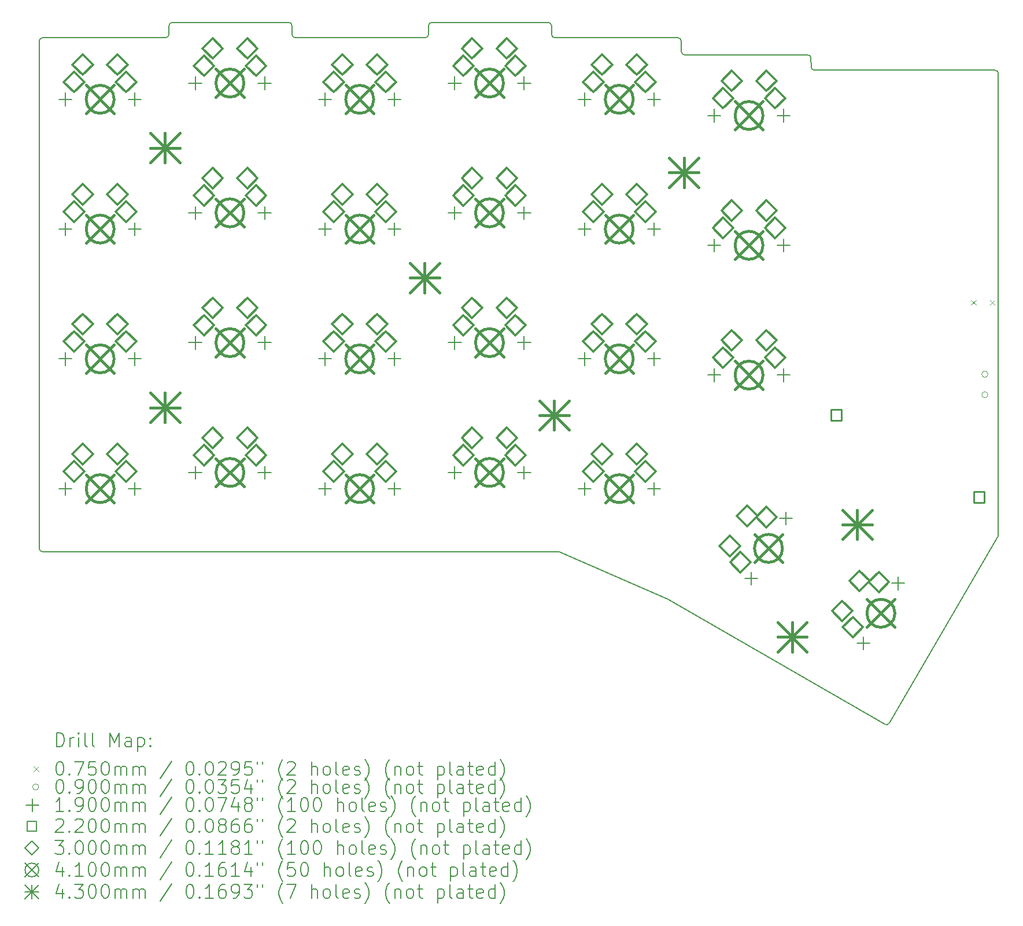
<source format=gbr>
%TF.GenerationSoftware,KiCad,Pcbnew,8.0.8+1*%
%TF.CreationDate,2025-06-17T15:49:30+00:00*%
%TF.ProjectId,eggada50_wireless,65676761-6461-4353-905f-776972656c65,0.2*%
%TF.SameCoordinates,Original*%
%TF.FileFunction,Drillmap*%
%TF.FilePolarity,Positive*%
%FSLAX45Y45*%
G04 Gerber Fmt 4.5, Leading zero omitted, Abs format (unit mm)*
G04 Created by KiCad (PCBNEW 8.0.8+1) date 2025-06-17 15:49:30*
%MOMM*%
%LPD*%
G01*
G04 APERTURE LIST*
%ADD10C,0.150000*%
%ADD11C,0.200000*%
%ADD12C,0.100000*%
%ADD13C,0.190000*%
%ADD14C,0.220000*%
%ADD15C,0.300000*%
%ADD16C,0.410000*%
%ADD17C,0.430000*%
G04 APERTURE END LIST*
D10*
X9108199Y-10874001D02*
X9108001Y-3449001D01*
X9158001Y-3399000D02*
X10958000Y-3399000D01*
X11008000Y-3349000D02*
X11008000Y-3223800D01*
X11058000Y-3173800D02*
X12758200Y-3173800D01*
X12808200Y-3223800D02*
X12808200Y-3349000D01*
X12858200Y-3399000D02*
X14758000Y-3399000D01*
X14808000Y-3349000D02*
X14808000Y-3223800D01*
X14858000Y-3173800D02*
X16558200Y-3173800D01*
X16608200Y-3223800D02*
X16608200Y-3349000D01*
X16658200Y-3399000D02*
X18458200Y-3399000D01*
X18508200Y-3449000D02*
X18508200Y-3598800D01*
X18558200Y-3648800D02*
X20358222Y-3648800D01*
X20408222Y-3698778D02*
X20408278Y-3824022D01*
X23119800Y-10734660D02*
X21553171Y-13431110D01*
X18316542Y-11620019D02*
X21484938Y-13449293D01*
X18311391Y-11617429D02*
X16717699Y-10928109D01*
X9158199Y-10924000D02*
X16697850Y-10924000D01*
X20458278Y-3874000D02*
X23101300Y-3874000D01*
X23151300Y-3924000D02*
X23151300Y-10666703D01*
X23144601Y-10691703D02*
X23119800Y-10734660D01*
X9108001Y-3449001D02*
G75*
G02*
X9158001Y-3399001I49999J1D01*
G01*
X11008000Y-3349000D02*
G75*
G02*
X10958000Y-3399000I-50000J0D01*
G01*
X11008000Y-3223800D02*
G75*
G02*
X11058000Y-3173800I50000J0D01*
G01*
X12758200Y-3173800D02*
G75*
G02*
X12808200Y-3223800I0J-50000D01*
G01*
X12858200Y-3399000D02*
G75*
G02*
X12808200Y-3349000I0J50000D01*
G01*
X14808000Y-3349000D02*
G75*
G02*
X14758000Y-3399000I-50000J0D01*
G01*
X14808000Y-3223800D02*
G75*
G02*
X14858000Y-3173800I50000J0D01*
G01*
X16558200Y-3173800D02*
G75*
G02*
X16608200Y-3223800I0J-50000D01*
G01*
X16658200Y-3399000D02*
G75*
G02*
X16608200Y-3349000I0J50000D01*
G01*
X18458200Y-3399000D02*
G75*
G02*
X18508200Y-3449000I0J-50000D01*
G01*
X18558200Y-3648800D02*
G75*
G02*
X18508200Y-3598800I0J50000D01*
G01*
X20358222Y-3648800D02*
G75*
G02*
X20408220Y-3698778I-2J-50000D01*
G01*
X20458278Y-3874000D02*
G75*
G02*
X20408280Y-3824022I2J50000D01*
G01*
X23101300Y-3874000D02*
G75*
G02*
X23151300Y-3924000I0J-50000D01*
G01*
X23151300Y-10666703D02*
G75*
G02*
X23144600Y-10691702I-50000J3D01*
G01*
X21553171Y-13431110D02*
G75*
G02*
X21484940Y-13449290I-43231J25120D01*
G01*
X18311391Y-11617429D02*
G75*
G02*
X18316542Y-11620019I-19851J-45891D01*
G01*
X16697850Y-10924000D02*
G75*
G02*
X16717699Y-10928109I0J-50000D01*
G01*
X9158199Y-10924000D02*
G75*
G02*
X9108200Y-10874001I1J50000D01*
G01*
D11*
D12*
X22750000Y-7237500D02*
X22825000Y-7312500D01*
X22825000Y-7237500D02*
X22750000Y-7312500D01*
X23025000Y-7237500D02*
X23100000Y-7312500D01*
X23100000Y-7237500D02*
X23025000Y-7312500D01*
X22997500Y-8325000D02*
G75*
G02*
X22907500Y-8325000I-45000J0D01*
G01*
X22907500Y-8325000D02*
G75*
G02*
X22997500Y-8325000I45000J0D01*
G01*
X22997500Y-8625000D02*
G75*
G02*
X22907500Y-8625000I-45000J0D01*
G01*
X22907500Y-8625000D02*
G75*
G02*
X22997500Y-8625000I45000J0D01*
G01*
D13*
X9492000Y-4205000D02*
X9492000Y-4395000D01*
X9397000Y-4300000D02*
X9587000Y-4300000D01*
X9492000Y-4205000D02*
X9492000Y-4395000D01*
X9397000Y-4300000D02*
X9587000Y-4300000D01*
X9492000Y-6105000D02*
X9492000Y-6295000D01*
X9397000Y-6200000D02*
X9587000Y-6200000D01*
X9492000Y-6105000D02*
X9492000Y-6295000D01*
X9397000Y-6200000D02*
X9587000Y-6200000D01*
X9492000Y-8005000D02*
X9492000Y-8195000D01*
X9397000Y-8100000D02*
X9587000Y-8100000D01*
X9492000Y-8005000D02*
X9492000Y-8195000D01*
X9397000Y-8100000D02*
X9587000Y-8100000D01*
X9492000Y-9905000D02*
X9492000Y-10095000D01*
X9397000Y-10000000D02*
X9587000Y-10000000D01*
X9492000Y-9905000D02*
X9492000Y-10095000D01*
X9397000Y-10000000D02*
X9587000Y-10000000D01*
X10508000Y-4205000D02*
X10508000Y-4395000D01*
X10413000Y-4300000D02*
X10603000Y-4300000D01*
X10508000Y-4205000D02*
X10508000Y-4395000D01*
X10413000Y-4300000D02*
X10603000Y-4300000D01*
X10508000Y-6105000D02*
X10508000Y-6295000D01*
X10413000Y-6200000D02*
X10603000Y-6200000D01*
X10508000Y-6105000D02*
X10508000Y-6295000D01*
X10413000Y-6200000D02*
X10603000Y-6200000D01*
X10508000Y-8005000D02*
X10508000Y-8195000D01*
X10413000Y-8100000D02*
X10603000Y-8100000D01*
X10508000Y-8005000D02*
X10508000Y-8195000D01*
X10413000Y-8100000D02*
X10603000Y-8100000D01*
X10508000Y-9905000D02*
X10508000Y-10095000D01*
X10413000Y-10000000D02*
X10603000Y-10000000D01*
X10508000Y-9905000D02*
X10508000Y-10095000D01*
X10413000Y-10000000D02*
X10603000Y-10000000D01*
X11392000Y-3967500D02*
X11392000Y-4157500D01*
X11297000Y-4062500D02*
X11487000Y-4062500D01*
X11392000Y-3967500D02*
X11392000Y-4157500D01*
X11297000Y-4062500D02*
X11487000Y-4062500D01*
X11392000Y-5867500D02*
X11392000Y-6057500D01*
X11297000Y-5962500D02*
X11487000Y-5962500D01*
X11392000Y-5867500D02*
X11392000Y-6057500D01*
X11297000Y-5962500D02*
X11487000Y-5962500D01*
X11392000Y-7767500D02*
X11392000Y-7957500D01*
X11297000Y-7862500D02*
X11487000Y-7862500D01*
X11392000Y-7767500D02*
X11392000Y-7957500D01*
X11297000Y-7862500D02*
X11487000Y-7862500D01*
X11392000Y-9667500D02*
X11392000Y-9857500D01*
X11297000Y-9762500D02*
X11487000Y-9762500D01*
X11392000Y-9667500D02*
X11392000Y-9857500D01*
X11297000Y-9762500D02*
X11487000Y-9762500D01*
X12408000Y-3967500D02*
X12408000Y-4157500D01*
X12313000Y-4062500D02*
X12503000Y-4062500D01*
X12408000Y-3967500D02*
X12408000Y-4157500D01*
X12313000Y-4062500D02*
X12503000Y-4062500D01*
X12408000Y-5867500D02*
X12408000Y-6057500D01*
X12313000Y-5962500D02*
X12503000Y-5962500D01*
X12408000Y-5867500D02*
X12408000Y-6057500D01*
X12313000Y-5962500D02*
X12503000Y-5962500D01*
X12408000Y-7767500D02*
X12408000Y-7957500D01*
X12313000Y-7862500D02*
X12503000Y-7862500D01*
X12408000Y-7767500D02*
X12408000Y-7957500D01*
X12313000Y-7862500D02*
X12503000Y-7862500D01*
X12408000Y-9667500D02*
X12408000Y-9857500D01*
X12313000Y-9762500D02*
X12503000Y-9762500D01*
X12408000Y-9667500D02*
X12408000Y-9857500D01*
X12313000Y-9762500D02*
X12503000Y-9762500D01*
X13292000Y-4205000D02*
X13292000Y-4395000D01*
X13197000Y-4300000D02*
X13387000Y-4300000D01*
X13292000Y-4205000D02*
X13292000Y-4395000D01*
X13197000Y-4300000D02*
X13387000Y-4300000D01*
X13292000Y-6105000D02*
X13292000Y-6295000D01*
X13197000Y-6200000D02*
X13387000Y-6200000D01*
X13292000Y-6105000D02*
X13292000Y-6295000D01*
X13197000Y-6200000D02*
X13387000Y-6200000D01*
X13292000Y-8005000D02*
X13292000Y-8195000D01*
X13197000Y-8100000D02*
X13387000Y-8100000D01*
X13292000Y-8005000D02*
X13292000Y-8195000D01*
X13197000Y-8100000D02*
X13387000Y-8100000D01*
X13292000Y-9905000D02*
X13292000Y-10095000D01*
X13197000Y-10000000D02*
X13387000Y-10000000D01*
X13292000Y-9905000D02*
X13292000Y-10095000D01*
X13197000Y-10000000D02*
X13387000Y-10000000D01*
X14308000Y-4205000D02*
X14308000Y-4395000D01*
X14213000Y-4300000D02*
X14403000Y-4300000D01*
X14308000Y-4205000D02*
X14308000Y-4395000D01*
X14213000Y-4300000D02*
X14403000Y-4300000D01*
X14308000Y-6105000D02*
X14308000Y-6295000D01*
X14213000Y-6200000D02*
X14403000Y-6200000D01*
X14308000Y-6105000D02*
X14308000Y-6295000D01*
X14213000Y-6200000D02*
X14403000Y-6200000D01*
X14308000Y-8005000D02*
X14308000Y-8195000D01*
X14213000Y-8100000D02*
X14403000Y-8100000D01*
X14308000Y-8005000D02*
X14308000Y-8195000D01*
X14213000Y-8100000D02*
X14403000Y-8100000D01*
X14308000Y-9905000D02*
X14308000Y-10095000D01*
X14213000Y-10000000D02*
X14403000Y-10000000D01*
X14308000Y-9905000D02*
X14308000Y-10095000D01*
X14213000Y-10000000D02*
X14403000Y-10000000D01*
X15192000Y-3967500D02*
X15192000Y-4157500D01*
X15097000Y-4062500D02*
X15287000Y-4062500D01*
X15192000Y-3967500D02*
X15192000Y-4157500D01*
X15097000Y-4062500D02*
X15287000Y-4062500D01*
X15192000Y-5867500D02*
X15192000Y-6057500D01*
X15097000Y-5962500D02*
X15287000Y-5962500D01*
X15192000Y-5867500D02*
X15192000Y-6057500D01*
X15097000Y-5962500D02*
X15287000Y-5962500D01*
X15192000Y-7767500D02*
X15192000Y-7957500D01*
X15097000Y-7862500D02*
X15287000Y-7862500D01*
X15192000Y-7767500D02*
X15192000Y-7957500D01*
X15097000Y-7862500D02*
X15287000Y-7862500D01*
X15192000Y-9667500D02*
X15192000Y-9857500D01*
X15097000Y-9762500D02*
X15287000Y-9762500D01*
X15192000Y-9667500D02*
X15192000Y-9857500D01*
X15097000Y-9762500D02*
X15287000Y-9762500D01*
X16208000Y-3967500D02*
X16208000Y-4157500D01*
X16113000Y-4062500D02*
X16303000Y-4062500D01*
X16208000Y-3967500D02*
X16208000Y-4157500D01*
X16113000Y-4062500D02*
X16303000Y-4062500D01*
X16208000Y-5867500D02*
X16208000Y-6057500D01*
X16113000Y-5962500D02*
X16303000Y-5962500D01*
X16208000Y-5867500D02*
X16208000Y-6057500D01*
X16113000Y-5962500D02*
X16303000Y-5962500D01*
X16208000Y-7767500D02*
X16208000Y-7957500D01*
X16113000Y-7862500D02*
X16303000Y-7862500D01*
X16208000Y-7767500D02*
X16208000Y-7957500D01*
X16113000Y-7862500D02*
X16303000Y-7862500D01*
X16208000Y-9667500D02*
X16208000Y-9857500D01*
X16113000Y-9762500D02*
X16303000Y-9762500D01*
X16208000Y-9667500D02*
X16208000Y-9857500D01*
X16113000Y-9762500D02*
X16303000Y-9762500D01*
X17092000Y-4205000D02*
X17092000Y-4395000D01*
X16997000Y-4300000D02*
X17187000Y-4300000D01*
X17092000Y-4205000D02*
X17092000Y-4395000D01*
X16997000Y-4300000D02*
X17187000Y-4300000D01*
X17092000Y-6105000D02*
X17092000Y-6295000D01*
X16997000Y-6200000D02*
X17187000Y-6200000D01*
X17092000Y-6105000D02*
X17092000Y-6295000D01*
X16997000Y-6200000D02*
X17187000Y-6200000D01*
X17092000Y-8005000D02*
X17092000Y-8195000D01*
X16997000Y-8100000D02*
X17187000Y-8100000D01*
X17092000Y-8005000D02*
X17092000Y-8195000D01*
X16997000Y-8100000D02*
X17187000Y-8100000D01*
X17092000Y-9905000D02*
X17092000Y-10095000D01*
X16997000Y-10000000D02*
X17187000Y-10000000D01*
X17092000Y-9905000D02*
X17092000Y-10095000D01*
X16997000Y-10000000D02*
X17187000Y-10000000D01*
X18108000Y-4205000D02*
X18108000Y-4395000D01*
X18013000Y-4300000D02*
X18203000Y-4300000D01*
X18108000Y-4205000D02*
X18108000Y-4395000D01*
X18013000Y-4300000D02*
X18203000Y-4300000D01*
X18108000Y-6105000D02*
X18108000Y-6295000D01*
X18013000Y-6200000D02*
X18203000Y-6200000D01*
X18108000Y-6105000D02*
X18108000Y-6295000D01*
X18013000Y-6200000D02*
X18203000Y-6200000D01*
X18108000Y-8005000D02*
X18108000Y-8195000D01*
X18013000Y-8100000D02*
X18203000Y-8100000D01*
X18108000Y-8005000D02*
X18108000Y-8195000D01*
X18013000Y-8100000D02*
X18203000Y-8100000D01*
X18108000Y-9905000D02*
X18108000Y-10095000D01*
X18013000Y-10000000D02*
X18203000Y-10000000D01*
X18108000Y-9905000D02*
X18108000Y-10095000D01*
X18013000Y-10000000D02*
X18203000Y-10000000D01*
X18992000Y-4442500D02*
X18992000Y-4632500D01*
X18897000Y-4537500D02*
X19087000Y-4537500D01*
X18992000Y-4442500D02*
X18992000Y-4632500D01*
X18897000Y-4537500D02*
X19087000Y-4537500D01*
X18992000Y-6342500D02*
X18992000Y-6532500D01*
X18897000Y-6437500D02*
X19087000Y-6437500D01*
X18992000Y-6342500D02*
X18992000Y-6532500D01*
X18897000Y-6437500D02*
X19087000Y-6437500D01*
X18992000Y-8242500D02*
X18992000Y-8432500D01*
X18897000Y-8337500D02*
X19087000Y-8337500D01*
X18992000Y-8242500D02*
X18992000Y-8432500D01*
X18897000Y-8337500D02*
X19087000Y-8337500D01*
X19531000Y-11218941D02*
X19531000Y-11408941D01*
X19436000Y-11313941D02*
X19626000Y-11313941D01*
X19531000Y-11218941D02*
X19531000Y-11408941D01*
X19436000Y-11313941D02*
X19626000Y-11313941D01*
X20008000Y-4442500D02*
X20008000Y-4632500D01*
X19913000Y-4537500D02*
X20103000Y-4537500D01*
X20008000Y-4442500D02*
X20008000Y-4632500D01*
X19913000Y-4537500D02*
X20103000Y-4537500D01*
X20008000Y-6342500D02*
X20008000Y-6532500D01*
X19913000Y-6437500D02*
X20103000Y-6437500D01*
X20008000Y-6342500D02*
X20008000Y-6532500D01*
X19913000Y-6437500D02*
X20103000Y-6437500D01*
X20008000Y-8242500D02*
X20008000Y-8432500D01*
X19913000Y-8337500D02*
X20103000Y-8337500D01*
X20008000Y-8242500D02*
X20008000Y-8432500D01*
X19913000Y-8337500D02*
X20103000Y-8337500D01*
X20039000Y-10339059D02*
X20039000Y-10529059D01*
X19944000Y-10434059D02*
X20134000Y-10434059D01*
X20039000Y-10339059D02*
X20039000Y-10529059D01*
X19944000Y-10434059D02*
X20134000Y-10434059D01*
X21176448Y-12168941D02*
X21176448Y-12358941D01*
X21081448Y-12263941D02*
X21271448Y-12263941D01*
X21176448Y-12168941D02*
X21176448Y-12358941D01*
X21081448Y-12263941D02*
X21271448Y-12263941D01*
X21684448Y-11289059D02*
X21684448Y-11479059D01*
X21589448Y-11384059D02*
X21779448Y-11384059D01*
X21684448Y-11289059D02*
X21684448Y-11479059D01*
X21589448Y-11384059D02*
X21779448Y-11384059D01*
D14*
X20853983Y-9000383D02*
X20853983Y-8844818D01*
X20698418Y-8844818D01*
X20698418Y-9000383D01*
X20853983Y-9000383D01*
X22947182Y-10202283D02*
X22947182Y-10046718D01*
X22791617Y-10046718D01*
X22791617Y-10202283D01*
X22947182Y-10202283D01*
D15*
X9619000Y-4196000D02*
X9769000Y-4046000D01*
X9619000Y-3896000D01*
X9469000Y-4046000D01*
X9619000Y-4196000D01*
X9619000Y-6096000D02*
X9769000Y-5946000D01*
X9619000Y-5796000D01*
X9469000Y-5946000D01*
X9619000Y-6096000D01*
X9619000Y-7996000D02*
X9769000Y-7846000D01*
X9619000Y-7696000D01*
X9469000Y-7846000D01*
X9619000Y-7996000D01*
X9619000Y-9896000D02*
X9769000Y-9746000D01*
X9619000Y-9596000D01*
X9469000Y-9746000D01*
X9619000Y-9896000D01*
X9746000Y-3942000D02*
X9896000Y-3792000D01*
X9746000Y-3642000D01*
X9596000Y-3792000D01*
X9746000Y-3942000D01*
X9746000Y-5842000D02*
X9896000Y-5692000D01*
X9746000Y-5542000D01*
X9596000Y-5692000D01*
X9746000Y-5842000D01*
X9746000Y-7742000D02*
X9896000Y-7592000D01*
X9746000Y-7442000D01*
X9596000Y-7592000D01*
X9746000Y-7742000D01*
X9746000Y-9642000D02*
X9896000Y-9492000D01*
X9746000Y-9342000D01*
X9596000Y-9492000D01*
X9746000Y-9642000D01*
X10254000Y-3942000D02*
X10404000Y-3792000D01*
X10254000Y-3642000D01*
X10104000Y-3792000D01*
X10254000Y-3942000D01*
X10254000Y-5842000D02*
X10404000Y-5692000D01*
X10254000Y-5542000D01*
X10104000Y-5692000D01*
X10254000Y-5842000D01*
X10254000Y-7742000D02*
X10404000Y-7592000D01*
X10254000Y-7442000D01*
X10104000Y-7592000D01*
X10254000Y-7742000D01*
X10254000Y-9642000D02*
X10404000Y-9492000D01*
X10254000Y-9342000D01*
X10104000Y-9492000D01*
X10254000Y-9642000D01*
X10381000Y-4196000D02*
X10531000Y-4046000D01*
X10381000Y-3896000D01*
X10231000Y-4046000D01*
X10381000Y-4196000D01*
X10381000Y-6096000D02*
X10531000Y-5946000D01*
X10381000Y-5796000D01*
X10231000Y-5946000D01*
X10381000Y-6096000D01*
X10381000Y-7996000D02*
X10531000Y-7846000D01*
X10381000Y-7696000D01*
X10231000Y-7846000D01*
X10381000Y-7996000D01*
X10381000Y-9896000D02*
X10531000Y-9746000D01*
X10381000Y-9596000D01*
X10231000Y-9746000D01*
X10381000Y-9896000D01*
X11519000Y-3958500D02*
X11669000Y-3808500D01*
X11519000Y-3658500D01*
X11369000Y-3808500D01*
X11519000Y-3958500D01*
X11519000Y-5858500D02*
X11669000Y-5708500D01*
X11519000Y-5558500D01*
X11369000Y-5708500D01*
X11519000Y-5858500D01*
X11519000Y-7758500D02*
X11669000Y-7608500D01*
X11519000Y-7458500D01*
X11369000Y-7608500D01*
X11519000Y-7758500D01*
X11519000Y-9658500D02*
X11669000Y-9508500D01*
X11519000Y-9358500D01*
X11369000Y-9508500D01*
X11519000Y-9658500D01*
X11646000Y-3704500D02*
X11796000Y-3554500D01*
X11646000Y-3404500D01*
X11496000Y-3554500D01*
X11646000Y-3704500D01*
X11646000Y-5604500D02*
X11796000Y-5454500D01*
X11646000Y-5304500D01*
X11496000Y-5454500D01*
X11646000Y-5604500D01*
X11646000Y-7504500D02*
X11796000Y-7354500D01*
X11646000Y-7204500D01*
X11496000Y-7354500D01*
X11646000Y-7504500D01*
X11646000Y-9404500D02*
X11796000Y-9254500D01*
X11646000Y-9104500D01*
X11496000Y-9254500D01*
X11646000Y-9404500D01*
X12154000Y-3704500D02*
X12304000Y-3554500D01*
X12154000Y-3404500D01*
X12004000Y-3554500D01*
X12154000Y-3704500D01*
X12154000Y-5604500D02*
X12304000Y-5454500D01*
X12154000Y-5304500D01*
X12004000Y-5454500D01*
X12154000Y-5604500D01*
X12154000Y-7504500D02*
X12304000Y-7354500D01*
X12154000Y-7204500D01*
X12004000Y-7354500D01*
X12154000Y-7504500D01*
X12154000Y-9404500D02*
X12304000Y-9254500D01*
X12154000Y-9104500D01*
X12004000Y-9254500D01*
X12154000Y-9404500D01*
X12281000Y-3958500D02*
X12431000Y-3808500D01*
X12281000Y-3658500D01*
X12131000Y-3808500D01*
X12281000Y-3958500D01*
X12281000Y-5858500D02*
X12431000Y-5708500D01*
X12281000Y-5558500D01*
X12131000Y-5708500D01*
X12281000Y-5858500D01*
X12281000Y-7758500D02*
X12431000Y-7608500D01*
X12281000Y-7458500D01*
X12131000Y-7608500D01*
X12281000Y-7758500D01*
X12281000Y-9658500D02*
X12431000Y-9508500D01*
X12281000Y-9358500D01*
X12131000Y-9508500D01*
X12281000Y-9658500D01*
X13419000Y-4196000D02*
X13569000Y-4046000D01*
X13419000Y-3896000D01*
X13269000Y-4046000D01*
X13419000Y-4196000D01*
X13419000Y-6096000D02*
X13569000Y-5946000D01*
X13419000Y-5796000D01*
X13269000Y-5946000D01*
X13419000Y-6096000D01*
X13419000Y-7996000D02*
X13569000Y-7846000D01*
X13419000Y-7696000D01*
X13269000Y-7846000D01*
X13419000Y-7996000D01*
X13419000Y-9896000D02*
X13569000Y-9746000D01*
X13419000Y-9596000D01*
X13269000Y-9746000D01*
X13419000Y-9896000D01*
X13546000Y-3942000D02*
X13696000Y-3792000D01*
X13546000Y-3642000D01*
X13396000Y-3792000D01*
X13546000Y-3942000D01*
X13546000Y-5842000D02*
X13696000Y-5692000D01*
X13546000Y-5542000D01*
X13396000Y-5692000D01*
X13546000Y-5842000D01*
X13546000Y-7742000D02*
X13696000Y-7592000D01*
X13546000Y-7442000D01*
X13396000Y-7592000D01*
X13546000Y-7742000D01*
X13546000Y-9642000D02*
X13696000Y-9492000D01*
X13546000Y-9342000D01*
X13396000Y-9492000D01*
X13546000Y-9642000D01*
X14054000Y-3942000D02*
X14204000Y-3792000D01*
X14054000Y-3642000D01*
X13904000Y-3792000D01*
X14054000Y-3942000D01*
X14054000Y-5842000D02*
X14204000Y-5692000D01*
X14054000Y-5542000D01*
X13904000Y-5692000D01*
X14054000Y-5842000D01*
X14054000Y-7742000D02*
X14204000Y-7592000D01*
X14054000Y-7442000D01*
X13904000Y-7592000D01*
X14054000Y-7742000D01*
X14054000Y-9642000D02*
X14204000Y-9492000D01*
X14054000Y-9342000D01*
X13904000Y-9492000D01*
X14054000Y-9642000D01*
X14181000Y-4196000D02*
X14331000Y-4046000D01*
X14181000Y-3896000D01*
X14031000Y-4046000D01*
X14181000Y-4196000D01*
X14181000Y-6096000D02*
X14331000Y-5946000D01*
X14181000Y-5796000D01*
X14031000Y-5946000D01*
X14181000Y-6096000D01*
X14181000Y-7996000D02*
X14331000Y-7846000D01*
X14181000Y-7696000D01*
X14031000Y-7846000D01*
X14181000Y-7996000D01*
X14181000Y-9896000D02*
X14331000Y-9746000D01*
X14181000Y-9596000D01*
X14031000Y-9746000D01*
X14181000Y-9896000D01*
X15319000Y-3958500D02*
X15469000Y-3808500D01*
X15319000Y-3658500D01*
X15169000Y-3808500D01*
X15319000Y-3958500D01*
X15319000Y-5858500D02*
X15469000Y-5708500D01*
X15319000Y-5558500D01*
X15169000Y-5708500D01*
X15319000Y-5858500D01*
X15319000Y-7758500D02*
X15469000Y-7608500D01*
X15319000Y-7458500D01*
X15169000Y-7608500D01*
X15319000Y-7758500D01*
X15319000Y-9658500D02*
X15469000Y-9508500D01*
X15319000Y-9358500D01*
X15169000Y-9508500D01*
X15319000Y-9658500D01*
X15446000Y-3704500D02*
X15596000Y-3554500D01*
X15446000Y-3404500D01*
X15296000Y-3554500D01*
X15446000Y-3704500D01*
X15446000Y-5604500D02*
X15596000Y-5454500D01*
X15446000Y-5304500D01*
X15296000Y-5454500D01*
X15446000Y-5604500D01*
X15446000Y-7504500D02*
X15596000Y-7354500D01*
X15446000Y-7204500D01*
X15296000Y-7354500D01*
X15446000Y-7504500D01*
X15446000Y-9404500D02*
X15596000Y-9254500D01*
X15446000Y-9104500D01*
X15296000Y-9254500D01*
X15446000Y-9404500D01*
X15954000Y-3704500D02*
X16104000Y-3554500D01*
X15954000Y-3404500D01*
X15804000Y-3554500D01*
X15954000Y-3704500D01*
X15954000Y-5604500D02*
X16104000Y-5454500D01*
X15954000Y-5304500D01*
X15804000Y-5454500D01*
X15954000Y-5604500D01*
X15954000Y-7504500D02*
X16104000Y-7354500D01*
X15954000Y-7204500D01*
X15804000Y-7354500D01*
X15954000Y-7504500D01*
X15954000Y-9404500D02*
X16104000Y-9254500D01*
X15954000Y-9104500D01*
X15804000Y-9254500D01*
X15954000Y-9404500D01*
X16081000Y-3958500D02*
X16231000Y-3808500D01*
X16081000Y-3658500D01*
X15931000Y-3808500D01*
X16081000Y-3958500D01*
X16081000Y-5858500D02*
X16231000Y-5708500D01*
X16081000Y-5558500D01*
X15931000Y-5708500D01*
X16081000Y-5858500D01*
X16081000Y-7758500D02*
X16231000Y-7608500D01*
X16081000Y-7458500D01*
X15931000Y-7608500D01*
X16081000Y-7758500D01*
X16081000Y-9658500D02*
X16231000Y-9508500D01*
X16081000Y-9358500D01*
X15931000Y-9508500D01*
X16081000Y-9658500D01*
X17219000Y-4196000D02*
X17369000Y-4046000D01*
X17219000Y-3896000D01*
X17069000Y-4046000D01*
X17219000Y-4196000D01*
X17219000Y-6096000D02*
X17369000Y-5946000D01*
X17219000Y-5796000D01*
X17069000Y-5946000D01*
X17219000Y-6096000D01*
X17219000Y-7996000D02*
X17369000Y-7846000D01*
X17219000Y-7696000D01*
X17069000Y-7846000D01*
X17219000Y-7996000D01*
X17219000Y-9896000D02*
X17369000Y-9746000D01*
X17219000Y-9596000D01*
X17069000Y-9746000D01*
X17219000Y-9896000D01*
X17346000Y-3942000D02*
X17496000Y-3792000D01*
X17346000Y-3642000D01*
X17196000Y-3792000D01*
X17346000Y-3942000D01*
X17346000Y-5842000D02*
X17496000Y-5692000D01*
X17346000Y-5542000D01*
X17196000Y-5692000D01*
X17346000Y-5842000D01*
X17346000Y-7742000D02*
X17496000Y-7592000D01*
X17346000Y-7442000D01*
X17196000Y-7592000D01*
X17346000Y-7742000D01*
X17346000Y-9642000D02*
X17496000Y-9492000D01*
X17346000Y-9342000D01*
X17196000Y-9492000D01*
X17346000Y-9642000D01*
X17854000Y-3942000D02*
X18004000Y-3792000D01*
X17854000Y-3642000D01*
X17704000Y-3792000D01*
X17854000Y-3942000D01*
X17854000Y-5842000D02*
X18004000Y-5692000D01*
X17854000Y-5542000D01*
X17704000Y-5692000D01*
X17854000Y-5842000D01*
X17854000Y-7742000D02*
X18004000Y-7592000D01*
X17854000Y-7442000D01*
X17704000Y-7592000D01*
X17854000Y-7742000D01*
X17854000Y-9642000D02*
X18004000Y-9492000D01*
X17854000Y-9342000D01*
X17704000Y-9492000D01*
X17854000Y-9642000D01*
X17981000Y-4196000D02*
X18131000Y-4046000D01*
X17981000Y-3896000D01*
X17831000Y-4046000D01*
X17981000Y-4196000D01*
X17981000Y-6096000D02*
X18131000Y-5946000D01*
X17981000Y-5796000D01*
X17831000Y-5946000D01*
X17981000Y-6096000D01*
X17981000Y-7996000D02*
X18131000Y-7846000D01*
X17981000Y-7696000D01*
X17831000Y-7846000D01*
X17981000Y-7996000D01*
X17981000Y-9896000D02*
X18131000Y-9746000D01*
X17981000Y-9596000D01*
X17831000Y-9746000D01*
X17981000Y-9896000D01*
X19119000Y-4433500D02*
X19269000Y-4283500D01*
X19119000Y-4133500D01*
X18969000Y-4283500D01*
X19119000Y-4433500D01*
X19119000Y-6333500D02*
X19269000Y-6183500D01*
X19119000Y-6033500D01*
X18969000Y-6183500D01*
X19119000Y-6333500D01*
X19119000Y-8233500D02*
X19269000Y-8083500D01*
X19119000Y-7933500D01*
X18969000Y-8083500D01*
X19119000Y-8233500D01*
X19218059Y-10989971D02*
X19368059Y-10839971D01*
X19218059Y-10689971D01*
X19068059Y-10839971D01*
X19218059Y-10989971D01*
X19246000Y-4179500D02*
X19396000Y-4029500D01*
X19246000Y-3879500D01*
X19096000Y-4029500D01*
X19246000Y-4179500D01*
X19246000Y-6079500D02*
X19396000Y-5929500D01*
X19246000Y-5779500D01*
X19096000Y-5929500D01*
X19246000Y-6079500D01*
X19246000Y-7979500D02*
X19396000Y-7829500D01*
X19246000Y-7679500D01*
X19096000Y-7829500D01*
X19246000Y-7979500D01*
X19374530Y-11226956D02*
X19524530Y-11076956D01*
X19374530Y-10926956D01*
X19224530Y-11076956D01*
X19374530Y-11226956D01*
X19472059Y-10550030D02*
X19622059Y-10400030D01*
X19472059Y-10250030D01*
X19322059Y-10400030D01*
X19472059Y-10550030D01*
X19754000Y-4179500D02*
X19904000Y-4029500D01*
X19754000Y-3879500D01*
X19604000Y-4029500D01*
X19754000Y-4179500D01*
X19754000Y-6079500D02*
X19904000Y-5929500D01*
X19754000Y-5779500D01*
X19604000Y-5929500D01*
X19754000Y-6079500D01*
X19754000Y-7979500D02*
X19904000Y-7829500D01*
X19754000Y-7679500D01*
X19604000Y-7829500D01*
X19754000Y-7979500D01*
X19755530Y-10567044D02*
X19905530Y-10417044D01*
X19755530Y-10267044D01*
X19605530Y-10417044D01*
X19755530Y-10567044D01*
X19881000Y-4433500D02*
X20031000Y-4283500D01*
X19881000Y-4133500D01*
X19731000Y-4283500D01*
X19881000Y-4433500D01*
X19881000Y-6333500D02*
X20031000Y-6183500D01*
X19881000Y-6033500D01*
X19731000Y-6183500D01*
X19881000Y-6333500D01*
X19881000Y-8233500D02*
X20031000Y-8083500D01*
X19881000Y-7933500D01*
X19731000Y-8083500D01*
X19881000Y-8233500D01*
X20863507Y-11939970D02*
X21013507Y-11789970D01*
X20863507Y-11639970D01*
X20713507Y-11789970D01*
X20863507Y-11939970D01*
X21019978Y-12176956D02*
X21169978Y-12026956D01*
X21019978Y-11876956D01*
X20869978Y-12026956D01*
X21019978Y-12176956D01*
X21117507Y-11500029D02*
X21267507Y-11350029D01*
X21117507Y-11200029D01*
X20967507Y-11350029D01*
X21117507Y-11500029D01*
X21400978Y-11517044D02*
X21550978Y-11367044D01*
X21400978Y-11217044D01*
X21250978Y-11367044D01*
X21400978Y-11517044D01*
D16*
X9795000Y-4095000D02*
X10205000Y-4505000D01*
X10205000Y-4095000D02*
X9795000Y-4505000D01*
X10205000Y-4300000D02*
G75*
G02*
X9795000Y-4300000I-205000J0D01*
G01*
X9795000Y-4300000D02*
G75*
G02*
X10205000Y-4300000I205000J0D01*
G01*
X9795000Y-4095000D02*
X10205000Y-4505000D01*
X10205000Y-4095000D02*
X9795000Y-4505000D01*
X10205000Y-4300000D02*
G75*
G02*
X9795000Y-4300000I-205000J0D01*
G01*
X9795000Y-4300000D02*
G75*
G02*
X10205000Y-4300000I205000J0D01*
G01*
X9795000Y-5995000D02*
X10205000Y-6405000D01*
X10205000Y-5995000D02*
X9795000Y-6405000D01*
X10205000Y-6200000D02*
G75*
G02*
X9795000Y-6200000I-205000J0D01*
G01*
X9795000Y-6200000D02*
G75*
G02*
X10205000Y-6200000I205000J0D01*
G01*
X9795000Y-5995000D02*
X10205000Y-6405000D01*
X10205000Y-5995000D02*
X9795000Y-6405000D01*
X10205000Y-6200000D02*
G75*
G02*
X9795000Y-6200000I-205000J0D01*
G01*
X9795000Y-6200000D02*
G75*
G02*
X10205000Y-6200000I205000J0D01*
G01*
X9795000Y-7895000D02*
X10205000Y-8305000D01*
X10205000Y-7895000D02*
X9795000Y-8305000D01*
X10205000Y-8100000D02*
G75*
G02*
X9795000Y-8100000I-205000J0D01*
G01*
X9795000Y-8100000D02*
G75*
G02*
X10205000Y-8100000I205000J0D01*
G01*
X9795000Y-7895000D02*
X10205000Y-8305000D01*
X10205000Y-7895000D02*
X9795000Y-8305000D01*
X10205000Y-8100000D02*
G75*
G02*
X9795000Y-8100000I-205000J0D01*
G01*
X9795000Y-8100000D02*
G75*
G02*
X10205000Y-8100000I205000J0D01*
G01*
X9795000Y-9795000D02*
X10205000Y-10205000D01*
X10205000Y-9795000D02*
X9795000Y-10205000D01*
X10205000Y-10000000D02*
G75*
G02*
X9795000Y-10000000I-205000J0D01*
G01*
X9795000Y-10000000D02*
G75*
G02*
X10205000Y-10000000I205000J0D01*
G01*
X9795000Y-9795000D02*
X10205000Y-10205000D01*
X10205000Y-9795000D02*
X9795000Y-10205000D01*
X10205000Y-10000000D02*
G75*
G02*
X9795000Y-10000000I-205000J0D01*
G01*
X9795000Y-10000000D02*
G75*
G02*
X10205000Y-10000000I205000J0D01*
G01*
X11695000Y-3857500D02*
X12105000Y-4267500D01*
X12105000Y-3857500D02*
X11695000Y-4267500D01*
X12105000Y-4062500D02*
G75*
G02*
X11695000Y-4062500I-205000J0D01*
G01*
X11695000Y-4062500D02*
G75*
G02*
X12105000Y-4062500I205000J0D01*
G01*
X11695000Y-3857500D02*
X12105000Y-4267500D01*
X12105000Y-3857500D02*
X11695000Y-4267500D01*
X12105000Y-4062500D02*
G75*
G02*
X11695000Y-4062500I-205000J0D01*
G01*
X11695000Y-4062500D02*
G75*
G02*
X12105000Y-4062500I205000J0D01*
G01*
X11695000Y-5757500D02*
X12105000Y-6167500D01*
X12105000Y-5757500D02*
X11695000Y-6167500D01*
X12105000Y-5962500D02*
G75*
G02*
X11695000Y-5962500I-205000J0D01*
G01*
X11695000Y-5962500D02*
G75*
G02*
X12105000Y-5962500I205000J0D01*
G01*
X11695000Y-5757500D02*
X12105000Y-6167500D01*
X12105000Y-5757500D02*
X11695000Y-6167500D01*
X12105000Y-5962500D02*
G75*
G02*
X11695000Y-5962500I-205000J0D01*
G01*
X11695000Y-5962500D02*
G75*
G02*
X12105000Y-5962500I205000J0D01*
G01*
X11695000Y-7657500D02*
X12105000Y-8067500D01*
X12105000Y-7657500D02*
X11695000Y-8067500D01*
X12105000Y-7862500D02*
G75*
G02*
X11695000Y-7862500I-205000J0D01*
G01*
X11695000Y-7862500D02*
G75*
G02*
X12105000Y-7862500I205000J0D01*
G01*
X11695000Y-7657500D02*
X12105000Y-8067500D01*
X12105000Y-7657500D02*
X11695000Y-8067500D01*
X12105000Y-7862500D02*
G75*
G02*
X11695000Y-7862500I-205000J0D01*
G01*
X11695000Y-7862500D02*
G75*
G02*
X12105000Y-7862500I205000J0D01*
G01*
X11695000Y-9557500D02*
X12105000Y-9967500D01*
X12105000Y-9557500D02*
X11695000Y-9967500D01*
X12105000Y-9762500D02*
G75*
G02*
X11695000Y-9762500I-205000J0D01*
G01*
X11695000Y-9762500D02*
G75*
G02*
X12105000Y-9762500I205000J0D01*
G01*
X11695000Y-9557500D02*
X12105000Y-9967500D01*
X12105000Y-9557500D02*
X11695000Y-9967500D01*
X12105000Y-9762500D02*
G75*
G02*
X11695000Y-9762500I-205000J0D01*
G01*
X11695000Y-9762500D02*
G75*
G02*
X12105000Y-9762500I205000J0D01*
G01*
X13595000Y-4095000D02*
X14005000Y-4505000D01*
X14005000Y-4095000D02*
X13595000Y-4505000D01*
X14005000Y-4300000D02*
G75*
G02*
X13595000Y-4300000I-205000J0D01*
G01*
X13595000Y-4300000D02*
G75*
G02*
X14005000Y-4300000I205000J0D01*
G01*
X13595000Y-4095000D02*
X14005000Y-4505000D01*
X14005000Y-4095000D02*
X13595000Y-4505000D01*
X14005000Y-4300000D02*
G75*
G02*
X13595000Y-4300000I-205000J0D01*
G01*
X13595000Y-4300000D02*
G75*
G02*
X14005000Y-4300000I205000J0D01*
G01*
X13595000Y-5995000D02*
X14005000Y-6405000D01*
X14005000Y-5995000D02*
X13595000Y-6405000D01*
X14005000Y-6200000D02*
G75*
G02*
X13595000Y-6200000I-205000J0D01*
G01*
X13595000Y-6200000D02*
G75*
G02*
X14005000Y-6200000I205000J0D01*
G01*
X13595000Y-5995000D02*
X14005000Y-6405000D01*
X14005000Y-5995000D02*
X13595000Y-6405000D01*
X14005000Y-6200000D02*
G75*
G02*
X13595000Y-6200000I-205000J0D01*
G01*
X13595000Y-6200000D02*
G75*
G02*
X14005000Y-6200000I205000J0D01*
G01*
X13595000Y-7895000D02*
X14005000Y-8305000D01*
X14005000Y-7895000D02*
X13595000Y-8305000D01*
X14005000Y-8100000D02*
G75*
G02*
X13595000Y-8100000I-205000J0D01*
G01*
X13595000Y-8100000D02*
G75*
G02*
X14005000Y-8100000I205000J0D01*
G01*
X13595000Y-7895000D02*
X14005000Y-8305000D01*
X14005000Y-7895000D02*
X13595000Y-8305000D01*
X14005000Y-8100000D02*
G75*
G02*
X13595000Y-8100000I-205000J0D01*
G01*
X13595000Y-8100000D02*
G75*
G02*
X14005000Y-8100000I205000J0D01*
G01*
X13595000Y-9795000D02*
X14005000Y-10205000D01*
X14005000Y-9795000D02*
X13595000Y-10205000D01*
X14005000Y-10000000D02*
G75*
G02*
X13595000Y-10000000I-205000J0D01*
G01*
X13595000Y-10000000D02*
G75*
G02*
X14005000Y-10000000I205000J0D01*
G01*
X13595000Y-9795000D02*
X14005000Y-10205000D01*
X14005000Y-9795000D02*
X13595000Y-10205000D01*
X14005000Y-10000000D02*
G75*
G02*
X13595000Y-10000000I-205000J0D01*
G01*
X13595000Y-10000000D02*
G75*
G02*
X14005000Y-10000000I205000J0D01*
G01*
X15495000Y-3857500D02*
X15905000Y-4267500D01*
X15905000Y-3857500D02*
X15495000Y-4267500D01*
X15905000Y-4062500D02*
G75*
G02*
X15495000Y-4062500I-205000J0D01*
G01*
X15495000Y-4062500D02*
G75*
G02*
X15905000Y-4062500I205000J0D01*
G01*
X15495000Y-3857500D02*
X15905000Y-4267500D01*
X15905000Y-3857500D02*
X15495000Y-4267500D01*
X15905000Y-4062500D02*
G75*
G02*
X15495000Y-4062500I-205000J0D01*
G01*
X15495000Y-4062500D02*
G75*
G02*
X15905000Y-4062500I205000J0D01*
G01*
X15495000Y-5757500D02*
X15905000Y-6167500D01*
X15905000Y-5757500D02*
X15495000Y-6167500D01*
X15905000Y-5962500D02*
G75*
G02*
X15495000Y-5962500I-205000J0D01*
G01*
X15495000Y-5962500D02*
G75*
G02*
X15905000Y-5962500I205000J0D01*
G01*
X15495000Y-5757500D02*
X15905000Y-6167500D01*
X15905000Y-5757500D02*
X15495000Y-6167500D01*
X15905000Y-5962500D02*
G75*
G02*
X15495000Y-5962500I-205000J0D01*
G01*
X15495000Y-5962500D02*
G75*
G02*
X15905000Y-5962500I205000J0D01*
G01*
X15495000Y-7657500D02*
X15905000Y-8067500D01*
X15905000Y-7657500D02*
X15495000Y-8067500D01*
X15905000Y-7862500D02*
G75*
G02*
X15495000Y-7862500I-205000J0D01*
G01*
X15495000Y-7862500D02*
G75*
G02*
X15905000Y-7862500I205000J0D01*
G01*
X15495000Y-7657500D02*
X15905000Y-8067500D01*
X15905000Y-7657500D02*
X15495000Y-8067500D01*
X15905000Y-7862500D02*
G75*
G02*
X15495000Y-7862500I-205000J0D01*
G01*
X15495000Y-7862500D02*
G75*
G02*
X15905000Y-7862500I205000J0D01*
G01*
X15495000Y-9557500D02*
X15905000Y-9967500D01*
X15905000Y-9557500D02*
X15495000Y-9967500D01*
X15905000Y-9762500D02*
G75*
G02*
X15495000Y-9762500I-205000J0D01*
G01*
X15495000Y-9762500D02*
G75*
G02*
X15905000Y-9762500I205000J0D01*
G01*
X15495000Y-9557500D02*
X15905000Y-9967500D01*
X15905000Y-9557500D02*
X15495000Y-9967500D01*
X15905000Y-9762500D02*
G75*
G02*
X15495000Y-9762500I-205000J0D01*
G01*
X15495000Y-9762500D02*
G75*
G02*
X15905000Y-9762500I205000J0D01*
G01*
X17395000Y-4095000D02*
X17805000Y-4505000D01*
X17805000Y-4095000D02*
X17395000Y-4505000D01*
X17805000Y-4300000D02*
G75*
G02*
X17395000Y-4300000I-205000J0D01*
G01*
X17395000Y-4300000D02*
G75*
G02*
X17805000Y-4300000I205000J0D01*
G01*
X17395000Y-4095000D02*
X17805000Y-4505000D01*
X17805000Y-4095000D02*
X17395000Y-4505000D01*
X17805000Y-4300000D02*
G75*
G02*
X17395000Y-4300000I-205000J0D01*
G01*
X17395000Y-4300000D02*
G75*
G02*
X17805000Y-4300000I205000J0D01*
G01*
X17395000Y-5995000D02*
X17805000Y-6405000D01*
X17805000Y-5995000D02*
X17395000Y-6405000D01*
X17805000Y-6200000D02*
G75*
G02*
X17395000Y-6200000I-205000J0D01*
G01*
X17395000Y-6200000D02*
G75*
G02*
X17805000Y-6200000I205000J0D01*
G01*
X17395000Y-5995000D02*
X17805000Y-6405000D01*
X17805000Y-5995000D02*
X17395000Y-6405000D01*
X17805000Y-6200000D02*
G75*
G02*
X17395000Y-6200000I-205000J0D01*
G01*
X17395000Y-6200000D02*
G75*
G02*
X17805000Y-6200000I205000J0D01*
G01*
X17395000Y-7895000D02*
X17805000Y-8305000D01*
X17805000Y-7895000D02*
X17395000Y-8305000D01*
X17805000Y-8100000D02*
G75*
G02*
X17395000Y-8100000I-205000J0D01*
G01*
X17395000Y-8100000D02*
G75*
G02*
X17805000Y-8100000I205000J0D01*
G01*
X17395000Y-7895000D02*
X17805000Y-8305000D01*
X17805000Y-7895000D02*
X17395000Y-8305000D01*
X17805000Y-8100000D02*
G75*
G02*
X17395000Y-8100000I-205000J0D01*
G01*
X17395000Y-8100000D02*
G75*
G02*
X17805000Y-8100000I205000J0D01*
G01*
X17395000Y-9795000D02*
X17805000Y-10205000D01*
X17805000Y-9795000D02*
X17395000Y-10205000D01*
X17805000Y-10000000D02*
G75*
G02*
X17395000Y-10000000I-205000J0D01*
G01*
X17395000Y-10000000D02*
G75*
G02*
X17805000Y-10000000I205000J0D01*
G01*
X17395000Y-9795000D02*
X17805000Y-10205000D01*
X17805000Y-9795000D02*
X17395000Y-10205000D01*
X17805000Y-10000000D02*
G75*
G02*
X17395000Y-10000000I-205000J0D01*
G01*
X17395000Y-10000000D02*
G75*
G02*
X17805000Y-10000000I205000J0D01*
G01*
X19295000Y-4332500D02*
X19705000Y-4742500D01*
X19705000Y-4332500D02*
X19295000Y-4742500D01*
X19705000Y-4537500D02*
G75*
G02*
X19295000Y-4537500I-205000J0D01*
G01*
X19295000Y-4537500D02*
G75*
G02*
X19705000Y-4537500I205000J0D01*
G01*
X19295000Y-4332500D02*
X19705000Y-4742500D01*
X19705000Y-4332500D02*
X19295000Y-4742500D01*
X19705000Y-4537500D02*
G75*
G02*
X19295000Y-4537500I-205000J0D01*
G01*
X19295000Y-4537500D02*
G75*
G02*
X19705000Y-4537500I205000J0D01*
G01*
X19295000Y-6232500D02*
X19705000Y-6642500D01*
X19705000Y-6232500D02*
X19295000Y-6642500D01*
X19705000Y-6437500D02*
G75*
G02*
X19295000Y-6437500I-205000J0D01*
G01*
X19295000Y-6437500D02*
G75*
G02*
X19705000Y-6437500I205000J0D01*
G01*
X19295000Y-6232500D02*
X19705000Y-6642500D01*
X19705000Y-6232500D02*
X19295000Y-6642500D01*
X19705000Y-6437500D02*
G75*
G02*
X19295000Y-6437500I-205000J0D01*
G01*
X19295000Y-6437500D02*
G75*
G02*
X19705000Y-6437500I205000J0D01*
G01*
X19295000Y-8132500D02*
X19705000Y-8542500D01*
X19705000Y-8132500D02*
X19295000Y-8542500D01*
X19705000Y-8337500D02*
G75*
G02*
X19295000Y-8337500I-205000J0D01*
G01*
X19295000Y-8337500D02*
G75*
G02*
X19705000Y-8337500I205000J0D01*
G01*
X19295000Y-8132500D02*
X19705000Y-8542500D01*
X19705000Y-8132500D02*
X19295000Y-8542500D01*
X19705000Y-8337500D02*
G75*
G02*
X19295000Y-8337500I-205000J0D01*
G01*
X19295000Y-8337500D02*
G75*
G02*
X19705000Y-8337500I205000J0D01*
G01*
X19580000Y-10669000D02*
X19990000Y-11079000D01*
X19990000Y-10669000D02*
X19580000Y-11079000D01*
X19990000Y-10874000D02*
G75*
G02*
X19580000Y-10874000I-205000J0D01*
G01*
X19580000Y-10874000D02*
G75*
G02*
X19990000Y-10874000I205000J0D01*
G01*
X19580000Y-10669000D02*
X19990000Y-11079000D01*
X19990000Y-10669000D02*
X19580000Y-11079000D01*
X19990000Y-10874000D02*
G75*
G02*
X19580000Y-10874000I-205000J0D01*
G01*
X19580000Y-10874000D02*
G75*
G02*
X19990000Y-10874000I205000J0D01*
G01*
X21225448Y-11619000D02*
X21635448Y-12029000D01*
X21635448Y-11619000D02*
X21225448Y-12029000D01*
X21635448Y-11824000D02*
G75*
G02*
X21225448Y-11824000I-205000J0D01*
G01*
X21225448Y-11824000D02*
G75*
G02*
X21635448Y-11824000I205000J0D01*
G01*
X21225448Y-11619000D02*
X21635448Y-12029000D01*
X21635448Y-11619000D02*
X21225448Y-12029000D01*
X21635448Y-11824000D02*
G75*
G02*
X21225448Y-11824000I-205000J0D01*
G01*
X21225448Y-11824000D02*
G75*
G02*
X21635448Y-11824000I205000J0D01*
G01*
D17*
X10735000Y-4797500D02*
X11165000Y-5227500D01*
X11165000Y-4797500D02*
X10735000Y-5227500D01*
X10950000Y-4797500D02*
X10950000Y-5227500D01*
X10735000Y-5012500D02*
X11165000Y-5012500D01*
X10735000Y-8597500D02*
X11165000Y-9027500D01*
X11165000Y-8597500D02*
X10735000Y-9027500D01*
X10950000Y-8597500D02*
X10950000Y-9027500D01*
X10735000Y-8812500D02*
X11165000Y-8812500D01*
X14535000Y-6697500D02*
X14965000Y-7127500D01*
X14965000Y-6697500D02*
X14535000Y-7127500D01*
X14750000Y-6697500D02*
X14750000Y-7127500D01*
X14535000Y-6912500D02*
X14965000Y-6912500D01*
X16431800Y-8711100D02*
X16861800Y-9141100D01*
X16861800Y-8711100D02*
X16431800Y-9141100D01*
X16646800Y-8711100D02*
X16646800Y-9141100D01*
X16431800Y-8926100D02*
X16861800Y-8926100D01*
X18331800Y-5158600D02*
X18761800Y-5588600D01*
X18761800Y-5158600D02*
X18331800Y-5588600D01*
X18546800Y-5158600D02*
X18546800Y-5588600D01*
X18331800Y-5373600D02*
X18761800Y-5373600D01*
X19917724Y-11956724D02*
X20347724Y-12386724D01*
X20347724Y-11956724D02*
X19917724Y-12386724D01*
X20132724Y-11956724D02*
X20132724Y-12386724D01*
X19917724Y-12171724D02*
X20347724Y-12171724D01*
X20867724Y-10311276D02*
X21297724Y-10741276D01*
X21297724Y-10311276D02*
X20867724Y-10741276D01*
X21082724Y-10311276D02*
X21082724Y-10741276D01*
X20867724Y-10526276D02*
X21297724Y-10526276D01*
D11*
X9361278Y-13774973D02*
X9361278Y-13574973D01*
X9361278Y-13574973D02*
X9408897Y-13574973D01*
X9408897Y-13574973D02*
X9437469Y-13584497D01*
X9437469Y-13584497D02*
X9456516Y-13603545D01*
X9456516Y-13603545D02*
X9466040Y-13622592D01*
X9466040Y-13622592D02*
X9475564Y-13660687D01*
X9475564Y-13660687D02*
X9475564Y-13689259D01*
X9475564Y-13689259D02*
X9466040Y-13727354D01*
X9466040Y-13727354D02*
X9456516Y-13746402D01*
X9456516Y-13746402D02*
X9437469Y-13765449D01*
X9437469Y-13765449D02*
X9408897Y-13774973D01*
X9408897Y-13774973D02*
X9361278Y-13774973D01*
X9561278Y-13774973D02*
X9561278Y-13641640D01*
X9561278Y-13679735D02*
X9570802Y-13660687D01*
X9570802Y-13660687D02*
X9580326Y-13651164D01*
X9580326Y-13651164D02*
X9599373Y-13641640D01*
X9599373Y-13641640D02*
X9618421Y-13641640D01*
X9685088Y-13774973D02*
X9685088Y-13641640D01*
X9685088Y-13574973D02*
X9675564Y-13584497D01*
X9675564Y-13584497D02*
X9685088Y-13594021D01*
X9685088Y-13594021D02*
X9694611Y-13584497D01*
X9694611Y-13584497D02*
X9685088Y-13574973D01*
X9685088Y-13574973D02*
X9685088Y-13594021D01*
X9808897Y-13774973D02*
X9789850Y-13765449D01*
X9789850Y-13765449D02*
X9780326Y-13746402D01*
X9780326Y-13746402D02*
X9780326Y-13574973D01*
X9913659Y-13774973D02*
X9894611Y-13765449D01*
X9894611Y-13765449D02*
X9885088Y-13746402D01*
X9885088Y-13746402D02*
X9885088Y-13574973D01*
X10142231Y-13774973D02*
X10142231Y-13574973D01*
X10142231Y-13574973D02*
X10208897Y-13717830D01*
X10208897Y-13717830D02*
X10275564Y-13574973D01*
X10275564Y-13574973D02*
X10275564Y-13774973D01*
X10456516Y-13774973D02*
X10456516Y-13670211D01*
X10456516Y-13670211D02*
X10446992Y-13651164D01*
X10446992Y-13651164D02*
X10427945Y-13641640D01*
X10427945Y-13641640D02*
X10389850Y-13641640D01*
X10389850Y-13641640D02*
X10370802Y-13651164D01*
X10456516Y-13765449D02*
X10437469Y-13774973D01*
X10437469Y-13774973D02*
X10389850Y-13774973D01*
X10389850Y-13774973D02*
X10370802Y-13765449D01*
X10370802Y-13765449D02*
X10361278Y-13746402D01*
X10361278Y-13746402D02*
X10361278Y-13727354D01*
X10361278Y-13727354D02*
X10370802Y-13708307D01*
X10370802Y-13708307D02*
X10389850Y-13698783D01*
X10389850Y-13698783D02*
X10437469Y-13698783D01*
X10437469Y-13698783D02*
X10456516Y-13689259D01*
X10551754Y-13641640D02*
X10551754Y-13841640D01*
X10551754Y-13651164D02*
X10570802Y-13641640D01*
X10570802Y-13641640D02*
X10608897Y-13641640D01*
X10608897Y-13641640D02*
X10627945Y-13651164D01*
X10627945Y-13651164D02*
X10637469Y-13660687D01*
X10637469Y-13660687D02*
X10646992Y-13679735D01*
X10646992Y-13679735D02*
X10646992Y-13736878D01*
X10646992Y-13736878D02*
X10637469Y-13755926D01*
X10637469Y-13755926D02*
X10627945Y-13765449D01*
X10627945Y-13765449D02*
X10608897Y-13774973D01*
X10608897Y-13774973D02*
X10570802Y-13774973D01*
X10570802Y-13774973D02*
X10551754Y-13765449D01*
X10732707Y-13755926D02*
X10742231Y-13765449D01*
X10742231Y-13765449D02*
X10732707Y-13774973D01*
X10732707Y-13774973D02*
X10723183Y-13765449D01*
X10723183Y-13765449D02*
X10732707Y-13755926D01*
X10732707Y-13755926D02*
X10732707Y-13774973D01*
X10732707Y-13651164D02*
X10742231Y-13660687D01*
X10742231Y-13660687D02*
X10732707Y-13670211D01*
X10732707Y-13670211D02*
X10723183Y-13660687D01*
X10723183Y-13660687D02*
X10732707Y-13651164D01*
X10732707Y-13651164D02*
X10732707Y-13670211D01*
D12*
X9025501Y-14065989D02*
X9100501Y-14140989D01*
X9100501Y-14065989D02*
X9025501Y-14140989D01*
D11*
X9399373Y-13994973D02*
X9418421Y-13994973D01*
X9418421Y-13994973D02*
X9437469Y-14004497D01*
X9437469Y-14004497D02*
X9446992Y-14014021D01*
X9446992Y-14014021D02*
X9456516Y-14033068D01*
X9456516Y-14033068D02*
X9466040Y-14071164D01*
X9466040Y-14071164D02*
X9466040Y-14118783D01*
X9466040Y-14118783D02*
X9456516Y-14156878D01*
X9456516Y-14156878D02*
X9446992Y-14175926D01*
X9446992Y-14175926D02*
X9437469Y-14185449D01*
X9437469Y-14185449D02*
X9418421Y-14194973D01*
X9418421Y-14194973D02*
X9399373Y-14194973D01*
X9399373Y-14194973D02*
X9380326Y-14185449D01*
X9380326Y-14185449D02*
X9370802Y-14175926D01*
X9370802Y-14175926D02*
X9361278Y-14156878D01*
X9361278Y-14156878D02*
X9351754Y-14118783D01*
X9351754Y-14118783D02*
X9351754Y-14071164D01*
X9351754Y-14071164D02*
X9361278Y-14033068D01*
X9361278Y-14033068D02*
X9370802Y-14014021D01*
X9370802Y-14014021D02*
X9380326Y-14004497D01*
X9380326Y-14004497D02*
X9399373Y-13994973D01*
X9551754Y-14175926D02*
X9561278Y-14185449D01*
X9561278Y-14185449D02*
X9551754Y-14194973D01*
X9551754Y-14194973D02*
X9542231Y-14185449D01*
X9542231Y-14185449D02*
X9551754Y-14175926D01*
X9551754Y-14175926D02*
X9551754Y-14194973D01*
X9627945Y-13994973D02*
X9761278Y-13994973D01*
X9761278Y-13994973D02*
X9675564Y-14194973D01*
X9932707Y-13994973D02*
X9837469Y-13994973D01*
X9837469Y-13994973D02*
X9827945Y-14090211D01*
X9827945Y-14090211D02*
X9837469Y-14080687D01*
X9837469Y-14080687D02*
X9856516Y-14071164D01*
X9856516Y-14071164D02*
X9904135Y-14071164D01*
X9904135Y-14071164D02*
X9923183Y-14080687D01*
X9923183Y-14080687D02*
X9932707Y-14090211D01*
X9932707Y-14090211D02*
X9942231Y-14109259D01*
X9942231Y-14109259D02*
X9942231Y-14156878D01*
X9942231Y-14156878D02*
X9932707Y-14175926D01*
X9932707Y-14175926D02*
X9923183Y-14185449D01*
X9923183Y-14185449D02*
X9904135Y-14194973D01*
X9904135Y-14194973D02*
X9856516Y-14194973D01*
X9856516Y-14194973D02*
X9837469Y-14185449D01*
X9837469Y-14185449D02*
X9827945Y-14175926D01*
X10066040Y-13994973D02*
X10085088Y-13994973D01*
X10085088Y-13994973D02*
X10104135Y-14004497D01*
X10104135Y-14004497D02*
X10113659Y-14014021D01*
X10113659Y-14014021D02*
X10123183Y-14033068D01*
X10123183Y-14033068D02*
X10132707Y-14071164D01*
X10132707Y-14071164D02*
X10132707Y-14118783D01*
X10132707Y-14118783D02*
X10123183Y-14156878D01*
X10123183Y-14156878D02*
X10113659Y-14175926D01*
X10113659Y-14175926D02*
X10104135Y-14185449D01*
X10104135Y-14185449D02*
X10085088Y-14194973D01*
X10085088Y-14194973D02*
X10066040Y-14194973D01*
X10066040Y-14194973D02*
X10046992Y-14185449D01*
X10046992Y-14185449D02*
X10037469Y-14175926D01*
X10037469Y-14175926D02*
X10027945Y-14156878D01*
X10027945Y-14156878D02*
X10018421Y-14118783D01*
X10018421Y-14118783D02*
X10018421Y-14071164D01*
X10018421Y-14071164D02*
X10027945Y-14033068D01*
X10027945Y-14033068D02*
X10037469Y-14014021D01*
X10037469Y-14014021D02*
X10046992Y-14004497D01*
X10046992Y-14004497D02*
X10066040Y-13994973D01*
X10218421Y-14194973D02*
X10218421Y-14061640D01*
X10218421Y-14080687D02*
X10227945Y-14071164D01*
X10227945Y-14071164D02*
X10246992Y-14061640D01*
X10246992Y-14061640D02*
X10275564Y-14061640D01*
X10275564Y-14061640D02*
X10294612Y-14071164D01*
X10294612Y-14071164D02*
X10304135Y-14090211D01*
X10304135Y-14090211D02*
X10304135Y-14194973D01*
X10304135Y-14090211D02*
X10313659Y-14071164D01*
X10313659Y-14071164D02*
X10332707Y-14061640D01*
X10332707Y-14061640D02*
X10361278Y-14061640D01*
X10361278Y-14061640D02*
X10380326Y-14071164D01*
X10380326Y-14071164D02*
X10389850Y-14090211D01*
X10389850Y-14090211D02*
X10389850Y-14194973D01*
X10485088Y-14194973D02*
X10485088Y-14061640D01*
X10485088Y-14080687D02*
X10494612Y-14071164D01*
X10494612Y-14071164D02*
X10513659Y-14061640D01*
X10513659Y-14061640D02*
X10542231Y-14061640D01*
X10542231Y-14061640D02*
X10561278Y-14071164D01*
X10561278Y-14071164D02*
X10570802Y-14090211D01*
X10570802Y-14090211D02*
X10570802Y-14194973D01*
X10570802Y-14090211D02*
X10580326Y-14071164D01*
X10580326Y-14071164D02*
X10599373Y-14061640D01*
X10599373Y-14061640D02*
X10627945Y-14061640D01*
X10627945Y-14061640D02*
X10646993Y-14071164D01*
X10646993Y-14071164D02*
X10656516Y-14090211D01*
X10656516Y-14090211D02*
X10656516Y-14194973D01*
X11046993Y-13985449D02*
X10875564Y-14242592D01*
X11304135Y-13994973D02*
X11323183Y-13994973D01*
X11323183Y-13994973D02*
X11342231Y-14004497D01*
X11342231Y-14004497D02*
X11351754Y-14014021D01*
X11351754Y-14014021D02*
X11361278Y-14033068D01*
X11361278Y-14033068D02*
X11370802Y-14071164D01*
X11370802Y-14071164D02*
X11370802Y-14118783D01*
X11370802Y-14118783D02*
X11361278Y-14156878D01*
X11361278Y-14156878D02*
X11351754Y-14175926D01*
X11351754Y-14175926D02*
X11342231Y-14185449D01*
X11342231Y-14185449D02*
X11323183Y-14194973D01*
X11323183Y-14194973D02*
X11304135Y-14194973D01*
X11304135Y-14194973D02*
X11285088Y-14185449D01*
X11285088Y-14185449D02*
X11275564Y-14175926D01*
X11275564Y-14175926D02*
X11266040Y-14156878D01*
X11266040Y-14156878D02*
X11256516Y-14118783D01*
X11256516Y-14118783D02*
X11256516Y-14071164D01*
X11256516Y-14071164D02*
X11266040Y-14033068D01*
X11266040Y-14033068D02*
X11275564Y-14014021D01*
X11275564Y-14014021D02*
X11285088Y-14004497D01*
X11285088Y-14004497D02*
X11304135Y-13994973D01*
X11456516Y-14175926D02*
X11466040Y-14185449D01*
X11466040Y-14185449D02*
X11456516Y-14194973D01*
X11456516Y-14194973D02*
X11446993Y-14185449D01*
X11446993Y-14185449D02*
X11456516Y-14175926D01*
X11456516Y-14175926D02*
X11456516Y-14194973D01*
X11589850Y-13994973D02*
X11608897Y-13994973D01*
X11608897Y-13994973D02*
X11627945Y-14004497D01*
X11627945Y-14004497D02*
X11637469Y-14014021D01*
X11637469Y-14014021D02*
X11646993Y-14033068D01*
X11646993Y-14033068D02*
X11656516Y-14071164D01*
X11656516Y-14071164D02*
X11656516Y-14118783D01*
X11656516Y-14118783D02*
X11646993Y-14156878D01*
X11646993Y-14156878D02*
X11637469Y-14175926D01*
X11637469Y-14175926D02*
X11627945Y-14185449D01*
X11627945Y-14185449D02*
X11608897Y-14194973D01*
X11608897Y-14194973D02*
X11589850Y-14194973D01*
X11589850Y-14194973D02*
X11570802Y-14185449D01*
X11570802Y-14185449D02*
X11561278Y-14175926D01*
X11561278Y-14175926D02*
X11551754Y-14156878D01*
X11551754Y-14156878D02*
X11542231Y-14118783D01*
X11542231Y-14118783D02*
X11542231Y-14071164D01*
X11542231Y-14071164D02*
X11551754Y-14033068D01*
X11551754Y-14033068D02*
X11561278Y-14014021D01*
X11561278Y-14014021D02*
X11570802Y-14004497D01*
X11570802Y-14004497D02*
X11589850Y-13994973D01*
X11732707Y-14014021D02*
X11742231Y-14004497D01*
X11742231Y-14004497D02*
X11761278Y-13994973D01*
X11761278Y-13994973D02*
X11808897Y-13994973D01*
X11808897Y-13994973D02*
X11827945Y-14004497D01*
X11827945Y-14004497D02*
X11837469Y-14014021D01*
X11837469Y-14014021D02*
X11846993Y-14033068D01*
X11846993Y-14033068D02*
X11846993Y-14052116D01*
X11846993Y-14052116D02*
X11837469Y-14080687D01*
X11837469Y-14080687D02*
X11723183Y-14194973D01*
X11723183Y-14194973D02*
X11846993Y-14194973D01*
X11942231Y-14194973D02*
X11980326Y-14194973D01*
X11980326Y-14194973D02*
X11999374Y-14185449D01*
X11999374Y-14185449D02*
X12008897Y-14175926D01*
X12008897Y-14175926D02*
X12027945Y-14147354D01*
X12027945Y-14147354D02*
X12037469Y-14109259D01*
X12037469Y-14109259D02*
X12037469Y-14033068D01*
X12037469Y-14033068D02*
X12027945Y-14014021D01*
X12027945Y-14014021D02*
X12018421Y-14004497D01*
X12018421Y-14004497D02*
X11999374Y-13994973D01*
X11999374Y-13994973D02*
X11961278Y-13994973D01*
X11961278Y-13994973D02*
X11942231Y-14004497D01*
X11942231Y-14004497D02*
X11932707Y-14014021D01*
X11932707Y-14014021D02*
X11923183Y-14033068D01*
X11923183Y-14033068D02*
X11923183Y-14080687D01*
X11923183Y-14080687D02*
X11932707Y-14099735D01*
X11932707Y-14099735D02*
X11942231Y-14109259D01*
X11942231Y-14109259D02*
X11961278Y-14118783D01*
X11961278Y-14118783D02*
X11999374Y-14118783D01*
X11999374Y-14118783D02*
X12018421Y-14109259D01*
X12018421Y-14109259D02*
X12027945Y-14099735D01*
X12027945Y-14099735D02*
X12037469Y-14080687D01*
X12218421Y-13994973D02*
X12123183Y-13994973D01*
X12123183Y-13994973D02*
X12113659Y-14090211D01*
X12113659Y-14090211D02*
X12123183Y-14080687D01*
X12123183Y-14080687D02*
X12142231Y-14071164D01*
X12142231Y-14071164D02*
X12189850Y-14071164D01*
X12189850Y-14071164D02*
X12208897Y-14080687D01*
X12208897Y-14080687D02*
X12218421Y-14090211D01*
X12218421Y-14090211D02*
X12227945Y-14109259D01*
X12227945Y-14109259D02*
X12227945Y-14156878D01*
X12227945Y-14156878D02*
X12218421Y-14175926D01*
X12218421Y-14175926D02*
X12208897Y-14185449D01*
X12208897Y-14185449D02*
X12189850Y-14194973D01*
X12189850Y-14194973D02*
X12142231Y-14194973D01*
X12142231Y-14194973D02*
X12123183Y-14185449D01*
X12123183Y-14185449D02*
X12113659Y-14175926D01*
X12304135Y-13994973D02*
X12304135Y-14033068D01*
X12380326Y-13994973D02*
X12380326Y-14033068D01*
X12675564Y-14271164D02*
X12666040Y-14261640D01*
X12666040Y-14261640D02*
X12646993Y-14233068D01*
X12646993Y-14233068D02*
X12637469Y-14214021D01*
X12637469Y-14214021D02*
X12627945Y-14185449D01*
X12627945Y-14185449D02*
X12618421Y-14137830D01*
X12618421Y-14137830D02*
X12618421Y-14099735D01*
X12618421Y-14099735D02*
X12627945Y-14052116D01*
X12627945Y-14052116D02*
X12637469Y-14023545D01*
X12637469Y-14023545D02*
X12646993Y-14004497D01*
X12646993Y-14004497D02*
X12666040Y-13975926D01*
X12666040Y-13975926D02*
X12675564Y-13966402D01*
X12742231Y-14014021D02*
X12751755Y-14004497D01*
X12751755Y-14004497D02*
X12770802Y-13994973D01*
X12770802Y-13994973D02*
X12818421Y-13994973D01*
X12818421Y-13994973D02*
X12837469Y-14004497D01*
X12837469Y-14004497D02*
X12846993Y-14014021D01*
X12846993Y-14014021D02*
X12856516Y-14033068D01*
X12856516Y-14033068D02*
X12856516Y-14052116D01*
X12856516Y-14052116D02*
X12846993Y-14080687D01*
X12846993Y-14080687D02*
X12732707Y-14194973D01*
X12732707Y-14194973D02*
X12856516Y-14194973D01*
X13094612Y-14194973D02*
X13094612Y-13994973D01*
X13180326Y-14194973D02*
X13180326Y-14090211D01*
X13180326Y-14090211D02*
X13170802Y-14071164D01*
X13170802Y-14071164D02*
X13151755Y-14061640D01*
X13151755Y-14061640D02*
X13123183Y-14061640D01*
X13123183Y-14061640D02*
X13104136Y-14071164D01*
X13104136Y-14071164D02*
X13094612Y-14080687D01*
X13304136Y-14194973D02*
X13285088Y-14185449D01*
X13285088Y-14185449D02*
X13275564Y-14175926D01*
X13275564Y-14175926D02*
X13266040Y-14156878D01*
X13266040Y-14156878D02*
X13266040Y-14099735D01*
X13266040Y-14099735D02*
X13275564Y-14080687D01*
X13275564Y-14080687D02*
X13285088Y-14071164D01*
X13285088Y-14071164D02*
X13304136Y-14061640D01*
X13304136Y-14061640D02*
X13332707Y-14061640D01*
X13332707Y-14061640D02*
X13351755Y-14071164D01*
X13351755Y-14071164D02*
X13361278Y-14080687D01*
X13361278Y-14080687D02*
X13370802Y-14099735D01*
X13370802Y-14099735D02*
X13370802Y-14156878D01*
X13370802Y-14156878D02*
X13361278Y-14175926D01*
X13361278Y-14175926D02*
X13351755Y-14185449D01*
X13351755Y-14185449D02*
X13332707Y-14194973D01*
X13332707Y-14194973D02*
X13304136Y-14194973D01*
X13485088Y-14194973D02*
X13466040Y-14185449D01*
X13466040Y-14185449D02*
X13456517Y-14166402D01*
X13456517Y-14166402D02*
X13456517Y-13994973D01*
X13637469Y-14185449D02*
X13618421Y-14194973D01*
X13618421Y-14194973D02*
X13580326Y-14194973D01*
X13580326Y-14194973D02*
X13561278Y-14185449D01*
X13561278Y-14185449D02*
X13551755Y-14166402D01*
X13551755Y-14166402D02*
X13551755Y-14090211D01*
X13551755Y-14090211D02*
X13561278Y-14071164D01*
X13561278Y-14071164D02*
X13580326Y-14061640D01*
X13580326Y-14061640D02*
X13618421Y-14061640D01*
X13618421Y-14061640D02*
X13637469Y-14071164D01*
X13637469Y-14071164D02*
X13646993Y-14090211D01*
X13646993Y-14090211D02*
X13646993Y-14109259D01*
X13646993Y-14109259D02*
X13551755Y-14128307D01*
X13723183Y-14185449D02*
X13742231Y-14194973D01*
X13742231Y-14194973D02*
X13780326Y-14194973D01*
X13780326Y-14194973D02*
X13799374Y-14185449D01*
X13799374Y-14185449D02*
X13808898Y-14166402D01*
X13808898Y-14166402D02*
X13808898Y-14156878D01*
X13808898Y-14156878D02*
X13799374Y-14137830D01*
X13799374Y-14137830D02*
X13780326Y-14128307D01*
X13780326Y-14128307D02*
X13751755Y-14128307D01*
X13751755Y-14128307D02*
X13732707Y-14118783D01*
X13732707Y-14118783D02*
X13723183Y-14099735D01*
X13723183Y-14099735D02*
X13723183Y-14090211D01*
X13723183Y-14090211D02*
X13732707Y-14071164D01*
X13732707Y-14071164D02*
X13751755Y-14061640D01*
X13751755Y-14061640D02*
X13780326Y-14061640D01*
X13780326Y-14061640D02*
X13799374Y-14071164D01*
X13875564Y-14271164D02*
X13885088Y-14261640D01*
X13885088Y-14261640D02*
X13904136Y-14233068D01*
X13904136Y-14233068D02*
X13913659Y-14214021D01*
X13913659Y-14214021D02*
X13923183Y-14185449D01*
X13923183Y-14185449D02*
X13932707Y-14137830D01*
X13932707Y-14137830D02*
X13932707Y-14099735D01*
X13932707Y-14099735D02*
X13923183Y-14052116D01*
X13923183Y-14052116D02*
X13913659Y-14023545D01*
X13913659Y-14023545D02*
X13904136Y-14004497D01*
X13904136Y-14004497D02*
X13885088Y-13975926D01*
X13885088Y-13975926D02*
X13875564Y-13966402D01*
X14237469Y-14271164D02*
X14227945Y-14261640D01*
X14227945Y-14261640D02*
X14208898Y-14233068D01*
X14208898Y-14233068D02*
X14199374Y-14214021D01*
X14199374Y-14214021D02*
X14189850Y-14185449D01*
X14189850Y-14185449D02*
X14180326Y-14137830D01*
X14180326Y-14137830D02*
X14180326Y-14099735D01*
X14180326Y-14099735D02*
X14189850Y-14052116D01*
X14189850Y-14052116D02*
X14199374Y-14023545D01*
X14199374Y-14023545D02*
X14208898Y-14004497D01*
X14208898Y-14004497D02*
X14227945Y-13975926D01*
X14227945Y-13975926D02*
X14237469Y-13966402D01*
X14313659Y-14061640D02*
X14313659Y-14194973D01*
X14313659Y-14080687D02*
X14323183Y-14071164D01*
X14323183Y-14071164D02*
X14342231Y-14061640D01*
X14342231Y-14061640D02*
X14370802Y-14061640D01*
X14370802Y-14061640D02*
X14389850Y-14071164D01*
X14389850Y-14071164D02*
X14399374Y-14090211D01*
X14399374Y-14090211D02*
X14399374Y-14194973D01*
X14523183Y-14194973D02*
X14504136Y-14185449D01*
X14504136Y-14185449D02*
X14494612Y-14175926D01*
X14494612Y-14175926D02*
X14485088Y-14156878D01*
X14485088Y-14156878D02*
X14485088Y-14099735D01*
X14485088Y-14099735D02*
X14494612Y-14080687D01*
X14494612Y-14080687D02*
X14504136Y-14071164D01*
X14504136Y-14071164D02*
X14523183Y-14061640D01*
X14523183Y-14061640D02*
X14551755Y-14061640D01*
X14551755Y-14061640D02*
X14570802Y-14071164D01*
X14570802Y-14071164D02*
X14580326Y-14080687D01*
X14580326Y-14080687D02*
X14589850Y-14099735D01*
X14589850Y-14099735D02*
X14589850Y-14156878D01*
X14589850Y-14156878D02*
X14580326Y-14175926D01*
X14580326Y-14175926D02*
X14570802Y-14185449D01*
X14570802Y-14185449D02*
X14551755Y-14194973D01*
X14551755Y-14194973D02*
X14523183Y-14194973D01*
X14646993Y-14061640D02*
X14723183Y-14061640D01*
X14675564Y-13994973D02*
X14675564Y-14166402D01*
X14675564Y-14166402D02*
X14685088Y-14185449D01*
X14685088Y-14185449D02*
X14704136Y-14194973D01*
X14704136Y-14194973D02*
X14723183Y-14194973D01*
X14942231Y-14061640D02*
X14942231Y-14261640D01*
X14942231Y-14071164D02*
X14961279Y-14061640D01*
X14961279Y-14061640D02*
X14999374Y-14061640D01*
X14999374Y-14061640D02*
X15018421Y-14071164D01*
X15018421Y-14071164D02*
X15027945Y-14080687D01*
X15027945Y-14080687D02*
X15037469Y-14099735D01*
X15037469Y-14099735D02*
X15037469Y-14156878D01*
X15037469Y-14156878D02*
X15027945Y-14175926D01*
X15027945Y-14175926D02*
X15018421Y-14185449D01*
X15018421Y-14185449D02*
X14999374Y-14194973D01*
X14999374Y-14194973D02*
X14961279Y-14194973D01*
X14961279Y-14194973D02*
X14942231Y-14185449D01*
X15151755Y-14194973D02*
X15132707Y-14185449D01*
X15132707Y-14185449D02*
X15123183Y-14166402D01*
X15123183Y-14166402D02*
X15123183Y-13994973D01*
X15313660Y-14194973D02*
X15313660Y-14090211D01*
X15313660Y-14090211D02*
X15304136Y-14071164D01*
X15304136Y-14071164D02*
X15285088Y-14061640D01*
X15285088Y-14061640D02*
X15246993Y-14061640D01*
X15246993Y-14061640D02*
X15227945Y-14071164D01*
X15313660Y-14185449D02*
X15294612Y-14194973D01*
X15294612Y-14194973D02*
X15246993Y-14194973D01*
X15246993Y-14194973D02*
X15227945Y-14185449D01*
X15227945Y-14185449D02*
X15218421Y-14166402D01*
X15218421Y-14166402D02*
X15218421Y-14147354D01*
X15218421Y-14147354D02*
X15227945Y-14128307D01*
X15227945Y-14128307D02*
X15246993Y-14118783D01*
X15246993Y-14118783D02*
X15294612Y-14118783D01*
X15294612Y-14118783D02*
X15313660Y-14109259D01*
X15380326Y-14061640D02*
X15456517Y-14061640D01*
X15408898Y-13994973D02*
X15408898Y-14166402D01*
X15408898Y-14166402D02*
X15418421Y-14185449D01*
X15418421Y-14185449D02*
X15437469Y-14194973D01*
X15437469Y-14194973D02*
X15456517Y-14194973D01*
X15599374Y-14185449D02*
X15580326Y-14194973D01*
X15580326Y-14194973D02*
X15542231Y-14194973D01*
X15542231Y-14194973D02*
X15523183Y-14185449D01*
X15523183Y-14185449D02*
X15513660Y-14166402D01*
X15513660Y-14166402D02*
X15513660Y-14090211D01*
X15513660Y-14090211D02*
X15523183Y-14071164D01*
X15523183Y-14071164D02*
X15542231Y-14061640D01*
X15542231Y-14061640D02*
X15580326Y-14061640D01*
X15580326Y-14061640D02*
X15599374Y-14071164D01*
X15599374Y-14071164D02*
X15608898Y-14090211D01*
X15608898Y-14090211D02*
X15608898Y-14109259D01*
X15608898Y-14109259D02*
X15513660Y-14128307D01*
X15780326Y-14194973D02*
X15780326Y-13994973D01*
X15780326Y-14185449D02*
X15761279Y-14194973D01*
X15761279Y-14194973D02*
X15723183Y-14194973D01*
X15723183Y-14194973D02*
X15704136Y-14185449D01*
X15704136Y-14185449D02*
X15694612Y-14175926D01*
X15694612Y-14175926D02*
X15685088Y-14156878D01*
X15685088Y-14156878D02*
X15685088Y-14099735D01*
X15685088Y-14099735D02*
X15694612Y-14080687D01*
X15694612Y-14080687D02*
X15704136Y-14071164D01*
X15704136Y-14071164D02*
X15723183Y-14061640D01*
X15723183Y-14061640D02*
X15761279Y-14061640D01*
X15761279Y-14061640D02*
X15780326Y-14071164D01*
X15856517Y-14271164D02*
X15866041Y-14261640D01*
X15866041Y-14261640D02*
X15885088Y-14233068D01*
X15885088Y-14233068D02*
X15894612Y-14214021D01*
X15894612Y-14214021D02*
X15904136Y-14185449D01*
X15904136Y-14185449D02*
X15913660Y-14137830D01*
X15913660Y-14137830D02*
X15913660Y-14099735D01*
X15913660Y-14099735D02*
X15904136Y-14052116D01*
X15904136Y-14052116D02*
X15894612Y-14023545D01*
X15894612Y-14023545D02*
X15885088Y-14004497D01*
X15885088Y-14004497D02*
X15866041Y-13975926D01*
X15866041Y-13975926D02*
X15856517Y-13966402D01*
D12*
X9100501Y-14367489D02*
G75*
G02*
X9010501Y-14367489I-45000J0D01*
G01*
X9010501Y-14367489D02*
G75*
G02*
X9100501Y-14367489I45000J0D01*
G01*
D11*
X9399373Y-14258973D02*
X9418421Y-14258973D01*
X9418421Y-14258973D02*
X9437469Y-14268497D01*
X9437469Y-14268497D02*
X9446992Y-14278021D01*
X9446992Y-14278021D02*
X9456516Y-14297068D01*
X9456516Y-14297068D02*
X9466040Y-14335164D01*
X9466040Y-14335164D02*
X9466040Y-14382783D01*
X9466040Y-14382783D02*
X9456516Y-14420878D01*
X9456516Y-14420878D02*
X9446992Y-14439926D01*
X9446992Y-14439926D02*
X9437469Y-14449449D01*
X9437469Y-14449449D02*
X9418421Y-14458973D01*
X9418421Y-14458973D02*
X9399373Y-14458973D01*
X9399373Y-14458973D02*
X9380326Y-14449449D01*
X9380326Y-14449449D02*
X9370802Y-14439926D01*
X9370802Y-14439926D02*
X9361278Y-14420878D01*
X9361278Y-14420878D02*
X9351754Y-14382783D01*
X9351754Y-14382783D02*
X9351754Y-14335164D01*
X9351754Y-14335164D02*
X9361278Y-14297068D01*
X9361278Y-14297068D02*
X9370802Y-14278021D01*
X9370802Y-14278021D02*
X9380326Y-14268497D01*
X9380326Y-14268497D02*
X9399373Y-14258973D01*
X9551754Y-14439926D02*
X9561278Y-14449449D01*
X9561278Y-14449449D02*
X9551754Y-14458973D01*
X9551754Y-14458973D02*
X9542231Y-14449449D01*
X9542231Y-14449449D02*
X9551754Y-14439926D01*
X9551754Y-14439926D02*
X9551754Y-14458973D01*
X9656516Y-14458973D02*
X9694611Y-14458973D01*
X9694611Y-14458973D02*
X9713659Y-14449449D01*
X9713659Y-14449449D02*
X9723183Y-14439926D01*
X9723183Y-14439926D02*
X9742231Y-14411354D01*
X9742231Y-14411354D02*
X9751754Y-14373259D01*
X9751754Y-14373259D02*
X9751754Y-14297068D01*
X9751754Y-14297068D02*
X9742231Y-14278021D01*
X9742231Y-14278021D02*
X9732707Y-14268497D01*
X9732707Y-14268497D02*
X9713659Y-14258973D01*
X9713659Y-14258973D02*
X9675564Y-14258973D01*
X9675564Y-14258973D02*
X9656516Y-14268497D01*
X9656516Y-14268497D02*
X9646992Y-14278021D01*
X9646992Y-14278021D02*
X9637469Y-14297068D01*
X9637469Y-14297068D02*
X9637469Y-14344687D01*
X9637469Y-14344687D02*
X9646992Y-14363735D01*
X9646992Y-14363735D02*
X9656516Y-14373259D01*
X9656516Y-14373259D02*
X9675564Y-14382783D01*
X9675564Y-14382783D02*
X9713659Y-14382783D01*
X9713659Y-14382783D02*
X9732707Y-14373259D01*
X9732707Y-14373259D02*
X9742231Y-14363735D01*
X9742231Y-14363735D02*
X9751754Y-14344687D01*
X9875564Y-14258973D02*
X9894612Y-14258973D01*
X9894612Y-14258973D02*
X9913659Y-14268497D01*
X9913659Y-14268497D02*
X9923183Y-14278021D01*
X9923183Y-14278021D02*
X9932707Y-14297068D01*
X9932707Y-14297068D02*
X9942231Y-14335164D01*
X9942231Y-14335164D02*
X9942231Y-14382783D01*
X9942231Y-14382783D02*
X9932707Y-14420878D01*
X9932707Y-14420878D02*
X9923183Y-14439926D01*
X9923183Y-14439926D02*
X9913659Y-14449449D01*
X9913659Y-14449449D02*
X9894612Y-14458973D01*
X9894612Y-14458973D02*
X9875564Y-14458973D01*
X9875564Y-14458973D02*
X9856516Y-14449449D01*
X9856516Y-14449449D02*
X9846992Y-14439926D01*
X9846992Y-14439926D02*
X9837469Y-14420878D01*
X9837469Y-14420878D02*
X9827945Y-14382783D01*
X9827945Y-14382783D02*
X9827945Y-14335164D01*
X9827945Y-14335164D02*
X9837469Y-14297068D01*
X9837469Y-14297068D02*
X9846992Y-14278021D01*
X9846992Y-14278021D02*
X9856516Y-14268497D01*
X9856516Y-14268497D02*
X9875564Y-14258973D01*
X10066040Y-14258973D02*
X10085088Y-14258973D01*
X10085088Y-14258973D02*
X10104135Y-14268497D01*
X10104135Y-14268497D02*
X10113659Y-14278021D01*
X10113659Y-14278021D02*
X10123183Y-14297068D01*
X10123183Y-14297068D02*
X10132707Y-14335164D01*
X10132707Y-14335164D02*
X10132707Y-14382783D01*
X10132707Y-14382783D02*
X10123183Y-14420878D01*
X10123183Y-14420878D02*
X10113659Y-14439926D01*
X10113659Y-14439926D02*
X10104135Y-14449449D01*
X10104135Y-14449449D02*
X10085088Y-14458973D01*
X10085088Y-14458973D02*
X10066040Y-14458973D01*
X10066040Y-14458973D02*
X10046992Y-14449449D01*
X10046992Y-14449449D02*
X10037469Y-14439926D01*
X10037469Y-14439926D02*
X10027945Y-14420878D01*
X10027945Y-14420878D02*
X10018421Y-14382783D01*
X10018421Y-14382783D02*
X10018421Y-14335164D01*
X10018421Y-14335164D02*
X10027945Y-14297068D01*
X10027945Y-14297068D02*
X10037469Y-14278021D01*
X10037469Y-14278021D02*
X10046992Y-14268497D01*
X10046992Y-14268497D02*
X10066040Y-14258973D01*
X10218421Y-14458973D02*
X10218421Y-14325640D01*
X10218421Y-14344687D02*
X10227945Y-14335164D01*
X10227945Y-14335164D02*
X10246992Y-14325640D01*
X10246992Y-14325640D02*
X10275564Y-14325640D01*
X10275564Y-14325640D02*
X10294612Y-14335164D01*
X10294612Y-14335164D02*
X10304135Y-14354211D01*
X10304135Y-14354211D02*
X10304135Y-14458973D01*
X10304135Y-14354211D02*
X10313659Y-14335164D01*
X10313659Y-14335164D02*
X10332707Y-14325640D01*
X10332707Y-14325640D02*
X10361278Y-14325640D01*
X10361278Y-14325640D02*
X10380326Y-14335164D01*
X10380326Y-14335164D02*
X10389850Y-14354211D01*
X10389850Y-14354211D02*
X10389850Y-14458973D01*
X10485088Y-14458973D02*
X10485088Y-14325640D01*
X10485088Y-14344687D02*
X10494612Y-14335164D01*
X10494612Y-14335164D02*
X10513659Y-14325640D01*
X10513659Y-14325640D02*
X10542231Y-14325640D01*
X10542231Y-14325640D02*
X10561278Y-14335164D01*
X10561278Y-14335164D02*
X10570802Y-14354211D01*
X10570802Y-14354211D02*
X10570802Y-14458973D01*
X10570802Y-14354211D02*
X10580326Y-14335164D01*
X10580326Y-14335164D02*
X10599373Y-14325640D01*
X10599373Y-14325640D02*
X10627945Y-14325640D01*
X10627945Y-14325640D02*
X10646993Y-14335164D01*
X10646993Y-14335164D02*
X10656516Y-14354211D01*
X10656516Y-14354211D02*
X10656516Y-14458973D01*
X11046993Y-14249449D02*
X10875564Y-14506592D01*
X11304135Y-14258973D02*
X11323183Y-14258973D01*
X11323183Y-14258973D02*
X11342231Y-14268497D01*
X11342231Y-14268497D02*
X11351754Y-14278021D01*
X11351754Y-14278021D02*
X11361278Y-14297068D01*
X11361278Y-14297068D02*
X11370802Y-14335164D01*
X11370802Y-14335164D02*
X11370802Y-14382783D01*
X11370802Y-14382783D02*
X11361278Y-14420878D01*
X11361278Y-14420878D02*
X11351754Y-14439926D01*
X11351754Y-14439926D02*
X11342231Y-14449449D01*
X11342231Y-14449449D02*
X11323183Y-14458973D01*
X11323183Y-14458973D02*
X11304135Y-14458973D01*
X11304135Y-14458973D02*
X11285088Y-14449449D01*
X11285088Y-14449449D02*
X11275564Y-14439926D01*
X11275564Y-14439926D02*
X11266040Y-14420878D01*
X11266040Y-14420878D02*
X11256516Y-14382783D01*
X11256516Y-14382783D02*
X11256516Y-14335164D01*
X11256516Y-14335164D02*
X11266040Y-14297068D01*
X11266040Y-14297068D02*
X11275564Y-14278021D01*
X11275564Y-14278021D02*
X11285088Y-14268497D01*
X11285088Y-14268497D02*
X11304135Y-14258973D01*
X11456516Y-14439926D02*
X11466040Y-14449449D01*
X11466040Y-14449449D02*
X11456516Y-14458973D01*
X11456516Y-14458973D02*
X11446993Y-14449449D01*
X11446993Y-14449449D02*
X11456516Y-14439926D01*
X11456516Y-14439926D02*
X11456516Y-14458973D01*
X11589850Y-14258973D02*
X11608897Y-14258973D01*
X11608897Y-14258973D02*
X11627945Y-14268497D01*
X11627945Y-14268497D02*
X11637469Y-14278021D01*
X11637469Y-14278021D02*
X11646993Y-14297068D01*
X11646993Y-14297068D02*
X11656516Y-14335164D01*
X11656516Y-14335164D02*
X11656516Y-14382783D01*
X11656516Y-14382783D02*
X11646993Y-14420878D01*
X11646993Y-14420878D02*
X11637469Y-14439926D01*
X11637469Y-14439926D02*
X11627945Y-14449449D01*
X11627945Y-14449449D02*
X11608897Y-14458973D01*
X11608897Y-14458973D02*
X11589850Y-14458973D01*
X11589850Y-14458973D02*
X11570802Y-14449449D01*
X11570802Y-14449449D02*
X11561278Y-14439926D01*
X11561278Y-14439926D02*
X11551754Y-14420878D01*
X11551754Y-14420878D02*
X11542231Y-14382783D01*
X11542231Y-14382783D02*
X11542231Y-14335164D01*
X11542231Y-14335164D02*
X11551754Y-14297068D01*
X11551754Y-14297068D02*
X11561278Y-14278021D01*
X11561278Y-14278021D02*
X11570802Y-14268497D01*
X11570802Y-14268497D02*
X11589850Y-14258973D01*
X11723183Y-14258973D02*
X11846993Y-14258973D01*
X11846993Y-14258973D02*
X11780326Y-14335164D01*
X11780326Y-14335164D02*
X11808897Y-14335164D01*
X11808897Y-14335164D02*
X11827945Y-14344687D01*
X11827945Y-14344687D02*
X11837469Y-14354211D01*
X11837469Y-14354211D02*
X11846993Y-14373259D01*
X11846993Y-14373259D02*
X11846993Y-14420878D01*
X11846993Y-14420878D02*
X11837469Y-14439926D01*
X11837469Y-14439926D02*
X11827945Y-14449449D01*
X11827945Y-14449449D02*
X11808897Y-14458973D01*
X11808897Y-14458973D02*
X11751754Y-14458973D01*
X11751754Y-14458973D02*
X11732707Y-14449449D01*
X11732707Y-14449449D02*
X11723183Y-14439926D01*
X12027945Y-14258973D02*
X11932707Y-14258973D01*
X11932707Y-14258973D02*
X11923183Y-14354211D01*
X11923183Y-14354211D02*
X11932707Y-14344687D01*
X11932707Y-14344687D02*
X11951754Y-14335164D01*
X11951754Y-14335164D02*
X11999374Y-14335164D01*
X11999374Y-14335164D02*
X12018421Y-14344687D01*
X12018421Y-14344687D02*
X12027945Y-14354211D01*
X12027945Y-14354211D02*
X12037469Y-14373259D01*
X12037469Y-14373259D02*
X12037469Y-14420878D01*
X12037469Y-14420878D02*
X12027945Y-14439926D01*
X12027945Y-14439926D02*
X12018421Y-14449449D01*
X12018421Y-14449449D02*
X11999374Y-14458973D01*
X11999374Y-14458973D02*
X11951754Y-14458973D01*
X11951754Y-14458973D02*
X11932707Y-14449449D01*
X11932707Y-14449449D02*
X11923183Y-14439926D01*
X12208897Y-14325640D02*
X12208897Y-14458973D01*
X12161278Y-14249449D02*
X12113659Y-14392307D01*
X12113659Y-14392307D02*
X12237469Y-14392307D01*
X12304135Y-14258973D02*
X12304135Y-14297068D01*
X12380326Y-14258973D02*
X12380326Y-14297068D01*
X12675564Y-14535164D02*
X12666040Y-14525640D01*
X12666040Y-14525640D02*
X12646993Y-14497068D01*
X12646993Y-14497068D02*
X12637469Y-14478021D01*
X12637469Y-14478021D02*
X12627945Y-14449449D01*
X12627945Y-14449449D02*
X12618421Y-14401830D01*
X12618421Y-14401830D02*
X12618421Y-14363735D01*
X12618421Y-14363735D02*
X12627945Y-14316116D01*
X12627945Y-14316116D02*
X12637469Y-14287545D01*
X12637469Y-14287545D02*
X12646993Y-14268497D01*
X12646993Y-14268497D02*
X12666040Y-14239926D01*
X12666040Y-14239926D02*
X12675564Y-14230402D01*
X12742231Y-14278021D02*
X12751755Y-14268497D01*
X12751755Y-14268497D02*
X12770802Y-14258973D01*
X12770802Y-14258973D02*
X12818421Y-14258973D01*
X12818421Y-14258973D02*
X12837469Y-14268497D01*
X12837469Y-14268497D02*
X12846993Y-14278021D01*
X12846993Y-14278021D02*
X12856516Y-14297068D01*
X12856516Y-14297068D02*
X12856516Y-14316116D01*
X12856516Y-14316116D02*
X12846993Y-14344687D01*
X12846993Y-14344687D02*
X12732707Y-14458973D01*
X12732707Y-14458973D02*
X12856516Y-14458973D01*
X13094612Y-14458973D02*
X13094612Y-14258973D01*
X13180326Y-14458973D02*
X13180326Y-14354211D01*
X13180326Y-14354211D02*
X13170802Y-14335164D01*
X13170802Y-14335164D02*
X13151755Y-14325640D01*
X13151755Y-14325640D02*
X13123183Y-14325640D01*
X13123183Y-14325640D02*
X13104136Y-14335164D01*
X13104136Y-14335164D02*
X13094612Y-14344687D01*
X13304136Y-14458973D02*
X13285088Y-14449449D01*
X13285088Y-14449449D02*
X13275564Y-14439926D01*
X13275564Y-14439926D02*
X13266040Y-14420878D01*
X13266040Y-14420878D02*
X13266040Y-14363735D01*
X13266040Y-14363735D02*
X13275564Y-14344687D01*
X13275564Y-14344687D02*
X13285088Y-14335164D01*
X13285088Y-14335164D02*
X13304136Y-14325640D01*
X13304136Y-14325640D02*
X13332707Y-14325640D01*
X13332707Y-14325640D02*
X13351755Y-14335164D01*
X13351755Y-14335164D02*
X13361278Y-14344687D01*
X13361278Y-14344687D02*
X13370802Y-14363735D01*
X13370802Y-14363735D02*
X13370802Y-14420878D01*
X13370802Y-14420878D02*
X13361278Y-14439926D01*
X13361278Y-14439926D02*
X13351755Y-14449449D01*
X13351755Y-14449449D02*
X13332707Y-14458973D01*
X13332707Y-14458973D02*
X13304136Y-14458973D01*
X13485088Y-14458973D02*
X13466040Y-14449449D01*
X13466040Y-14449449D02*
X13456517Y-14430402D01*
X13456517Y-14430402D02*
X13456517Y-14258973D01*
X13637469Y-14449449D02*
X13618421Y-14458973D01*
X13618421Y-14458973D02*
X13580326Y-14458973D01*
X13580326Y-14458973D02*
X13561278Y-14449449D01*
X13561278Y-14449449D02*
X13551755Y-14430402D01*
X13551755Y-14430402D02*
X13551755Y-14354211D01*
X13551755Y-14354211D02*
X13561278Y-14335164D01*
X13561278Y-14335164D02*
X13580326Y-14325640D01*
X13580326Y-14325640D02*
X13618421Y-14325640D01*
X13618421Y-14325640D02*
X13637469Y-14335164D01*
X13637469Y-14335164D02*
X13646993Y-14354211D01*
X13646993Y-14354211D02*
X13646993Y-14373259D01*
X13646993Y-14373259D02*
X13551755Y-14392307D01*
X13723183Y-14449449D02*
X13742231Y-14458973D01*
X13742231Y-14458973D02*
X13780326Y-14458973D01*
X13780326Y-14458973D02*
X13799374Y-14449449D01*
X13799374Y-14449449D02*
X13808898Y-14430402D01*
X13808898Y-14430402D02*
X13808898Y-14420878D01*
X13808898Y-14420878D02*
X13799374Y-14401830D01*
X13799374Y-14401830D02*
X13780326Y-14392307D01*
X13780326Y-14392307D02*
X13751755Y-14392307D01*
X13751755Y-14392307D02*
X13732707Y-14382783D01*
X13732707Y-14382783D02*
X13723183Y-14363735D01*
X13723183Y-14363735D02*
X13723183Y-14354211D01*
X13723183Y-14354211D02*
X13732707Y-14335164D01*
X13732707Y-14335164D02*
X13751755Y-14325640D01*
X13751755Y-14325640D02*
X13780326Y-14325640D01*
X13780326Y-14325640D02*
X13799374Y-14335164D01*
X13875564Y-14535164D02*
X13885088Y-14525640D01*
X13885088Y-14525640D02*
X13904136Y-14497068D01*
X13904136Y-14497068D02*
X13913659Y-14478021D01*
X13913659Y-14478021D02*
X13923183Y-14449449D01*
X13923183Y-14449449D02*
X13932707Y-14401830D01*
X13932707Y-14401830D02*
X13932707Y-14363735D01*
X13932707Y-14363735D02*
X13923183Y-14316116D01*
X13923183Y-14316116D02*
X13913659Y-14287545D01*
X13913659Y-14287545D02*
X13904136Y-14268497D01*
X13904136Y-14268497D02*
X13885088Y-14239926D01*
X13885088Y-14239926D02*
X13875564Y-14230402D01*
X14237469Y-14535164D02*
X14227945Y-14525640D01*
X14227945Y-14525640D02*
X14208898Y-14497068D01*
X14208898Y-14497068D02*
X14199374Y-14478021D01*
X14199374Y-14478021D02*
X14189850Y-14449449D01*
X14189850Y-14449449D02*
X14180326Y-14401830D01*
X14180326Y-14401830D02*
X14180326Y-14363735D01*
X14180326Y-14363735D02*
X14189850Y-14316116D01*
X14189850Y-14316116D02*
X14199374Y-14287545D01*
X14199374Y-14287545D02*
X14208898Y-14268497D01*
X14208898Y-14268497D02*
X14227945Y-14239926D01*
X14227945Y-14239926D02*
X14237469Y-14230402D01*
X14313659Y-14325640D02*
X14313659Y-14458973D01*
X14313659Y-14344687D02*
X14323183Y-14335164D01*
X14323183Y-14335164D02*
X14342231Y-14325640D01*
X14342231Y-14325640D02*
X14370802Y-14325640D01*
X14370802Y-14325640D02*
X14389850Y-14335164D01*
X14389850Y-14335164D02*
X14399374Y-14354211D01*
X14399374Y-14354211D02*
X14399374Y-14458973D01*
X14523183Y-14458973D02*
X14504136Y-14449449D01*
X14504136Y-14449449D02*
X14494612Y-14439926D01*
X14494612Y-14439926D02*
X14485088Y-14420878D01*
X14485088Y-14420878D02*
X14485088Y-14363735D01*
X14485088Y-14363735D02*
X14494612Y-14344687D01*
X14494612Y-14344687D02*
X14504136Y-14335164D01*
X14504136Y-14335164D02*
X14523183Y-14325640D01*
X14523183Y-14325640D02*
X14551755Y-14325640D01*
X14551755Y-14325640D02*
X14570802Y-14335164D01*
X14570802Y-14335164D02*
X14580326Y-14344687D01*
X14580326Y-14344687D02*
X14589850Y-14363735D01*
X14589850Y-14363735D02*
X14589850Y-14420878D01*
X14589850Y-14420878D02*
X14580326Y-14439926D01*
X14580326Y-14439926D02*
X14570802Y-14449449D01*
X14570802Y-14449449D02*
X14551755Y-14458973D01*
X14551755Y-14458973D02*
X14523183Y-14458973D01*
X14646993Y-14325640D02*
X14723183Y-14325640D01*
X14675564Y-14258973D02*
X14675564Y-14430402D01*
X14675564Y-14430402D02*
X14685088Y-14449449D01*
X14685088Y-14449449D02*
X14704136Y-14458973D01*
X14704136Y-14458973D02*
X14723183Y-14458973D01*
X14942231Y-14325640D02*
X14942231Y-14525640D01*
X14942231Y-14335164D02*
X14961279Y-14325640D01*
X14961279Y-14325640D02*
X14999374Y-14325640D01*
X14999374Y-14325640D02*
X15018421Y-14335164D01*
X15018421Y-14335164D02*
X15027945Y-14344687D01*
X15027945Y-14344687D02*
X15037469Y-14363735D01*
X15037469Y-14363735D02*
X15037469Y-14420878D01*
X15037469Y-14420878D02*
X15027945Y-14439926D01*
X15027945Y-14439926D02*
X15018421Y-14449449D01*
X15018421Y-14449449D02*
X14999374Y-14458973D01*
X14999374Y-14458973D02*
X14961279Y-14458973D01*
X14961279Y-14458973D02*
X14942231Y-14449449D01*
X15151755Y-14458973D02*
X15132707Y-14449449D01*
X15132707Y-14449449D02*
X15123183Y-14430402D01*
X15123183Y-14430402D02*
X15123183Y-14258973D01*
X15313660Y-14458973D02*
X15313660Y-14354211D01*
X15313660Y-14354211D02*
X15304136Y-14335164D01*
X15304136Y-14335164D02*
X15285088Y-14325640D01*
X15285088Y-14325640D02*
X15246993Y-14325640D01*
X15246993Y-14325640D02*
X15227945Y-14335164D01*
X15313660Y-14449449D02*
X15294612Y-14458973D01*
X15294612Y-14458973D02*
X15246993Y-14458973D01*
X15246993Y-14458973D02*
X15227945Y-14449449D01*
X15227945Y-14449449D02*
X15218421Y-14430402D01*
X15218421Y-14430402D02*
X15218421Y-14411354D01*
X15218421Y-14411354D02*
X15227945Y-14392307D01*
X15227945Y-14392307D02*
X15246993Y-14382783D01*
X15246993Y-14382783D02*
X15294612Y-14382783D01*
X15294612Y-14382783D02*
X15313660Y-14373259D01*
X15380326Y-14325640D02*
X15456517Y-14325640D01*
X15408898Y-14258973D02*
X15408898Y-14430402D01*
X15408898Y-14430402D02*
X15418421Y-14449449D01*
X15418421Y-14449449D02*
X15437469Y-14458973D01*
X15437469Y-14458973D02*
X15456517Y-14458973D01*
X15599374Y-14449449D02*
X15580326Y-14458973D01*
X15580326Y-14458973D02*
X15542231Y-14458973D01*
X15542231Y-14458973D02*
X15523183Y-14449449D01*
X15523183Y-14449449D02*
X15513660Y-14430402D01*
X15513660Y-14430402D02*
X15513660Y-14354211D01*
X15513660Y-14354211D02*
X15523183Y-14335164D01*
X15523183Y-14335164D02*
X15542231Y-14325640D01*
X15542231Y-14325640D02*
X15580326Y-14325640D01*
X15580326Y-14325640D02*
X15599374Y-14335164D01*
X15599374Y-14335164D02*
X15608898Y-14354211D01*
X15608898Y-14354211D02*
X15608898Y-14373259D01*
X15608898Y-14373259D02*
X15513660Y-14392307D01*
X15780326Y-14458973D02*
X15780326Y-14258973D01*
X15780326Y-14449449D02*
X15761279Y-14458973D01*
X15761279Y-14458973D02*
X15723183Y-14458973D01*
X15723183Y-14458973D02*
X15704136Y-14449449D01*
X15704136Y-14449449D02*
X15694612Y-14439926D01*
X15694612Y-14439926D02*
X15685088Y-14420878D01*
X15685088Y-14420878D02*
X15685088Y-14363735D01*
X15685088Y-14363735D02*
X15694612Y-14344687D01*
X15694612Y-14344687D02*
X15704136Y-14335164D01*
X15704136Y-14335164D02*
X15723183Y-14325640D01*
X15723183Y-14325640D02*
X15761279Y-14325640D01*
X15761279Y-14325640D02*
X15780326Y-14335164D01*
X15856517Y-14535164D02*
X15866041Y-14525640D01*
X15866041Y-14525640D02*
X15885088Y-14497068D01*
X15885088Y-14497068D02*
X15894612Y-14478021D01*
X15894612Y-14478021D02*
X15904136Y-14449449D01*
X15904136Y-14449449D02*
X15913660Y-14401830D01*
X15913660Y-14401830D02*
X15913660Y-14363735D01*
X15913660Y-14363735D02*
X15904136Y-14316116D01*
X15904136Y-14316116D02*
X15894612Y-14287545D01*
X15894612Y-14287545D02*
X15885088Y-14268497D01*
X15885088Y-14268497D02*
X15866041Y-14239926D01*
X15866041Y-14239926D02*
X15856517Y-14230402D01*
D13*
X9005501Y-14536489D02*
X9005501Y-14726489D01*
X8910501Y-14631489D02*
X9100501Y-14631489D01*
D11*
X9466040Y-14722973D02*
X9351754Y-14722973D01*
X9408897Y-14722973D02*
X9408897Y-14522973D01*
X9408897Y-14522973D02*
X9389850Y-14551545D01*
X9389850Y-14551545D02*
X9370802Y-14570592D01*
X9370802Y-14570592D02*
X9351754Y-14580116D01*
X9551754Y-14703926D02*
X9561278Y-14713449D01*
X9561278Y-14713449D02*
X9551754Y-14722973D01*
X9551754Y-14722973D02*
X9542231Y-14713449D01*
X9542231Y-14713449D02*
X9551754Y-14703926D01*
X9551754Y-14703926D02*
X9551754Y-14722973D01*
X9656516Y-14722973D02*
X9694611Y-14722973D01*
X9694611Y-14722973D02*
X9713659Y-14713449D01*
X9713659Y-14713449D02*
X9723183Y-14703926D01*
X9723183Y-14703926D02*
X9742231Y-14675354D01*
X9742231Y-14675354D02*
X9751754Y-14637259D01*
X9751754Y-14637259D02*
X9751754Y-14561068D01*
X9751754Y-14561068D02*
X9742231Y-14542021D01*
X9742231Y-14542021D02*
X9732707Y-14532497D01*
X9732707Y-14532497D02*
X9713659Y-14522973D01*
X9713659Y-14522973D02*
X9675564Y-14522973D01*
X9675564Y-14522973D02*
X9656516Y-14532497D01*
X9656516Y-14532497D02*
X9646992Y-14542021D01*
X9646992Y-14542021D02*
X9637469Y-14561068D01*
X9637469Y-14561068D02*
X9637469Y-14608687D01*
X9637469Y-14608687D02*
X9646992Y-14627735D01*
X9646992Y-14627735D02*
X9656516Y-14637259D01*
X9656516Y-14637259D02*
X9675564Y-14646783D01*
X9675564Y-14646783D02*
X9713659Y-14646783D01*
X9713659Y-14646783D02*
X9732707Y-14637259D01*
X9732707Y-14637259D02*
X9742231Y-14627735D01*
X9742231Y-14627735D02*
X9751754Y-14608687D01*
X9875564Y-14522973D02*
X9894612Y-14522973D01*
X9894612Y-14522973D02*
X9913659Y-14532497D01*
X9913659Y-14532497D02*
X9923183Y-14542021D01*
X9923183Y-14542021D02*
X9932707Y-14561068D01*
X9932707Y-14561068D02*
X9942231Y-14599164D01*
X9942231Y-14599164D02*
X9942231Y-14646783D01*
X9942231Y-14646783D02*
X9932707Y-14684878D01*
X9932707Y-14684878D02*
X9923183Y-14703926D01*
X9923183Y-14703926D02*
X9913659Y-14713449D01*
X9913659Y-14713449D02*
X9894612Y-14722973D01*
X9894612Y-14722973D02*
X9875564Y-14722973D01*
X9875564Y-14722973D02*
X9856516Y-14713449D01*
X9856516Y-14713449D02*
X9846992Y-14703926D01*
X9846992Y-14703926D02*
X9837469Y-14684878D01*
X9837469Y-14684878D02*
X9827945Y-14646783D01*
X9827945Y-14646783D02*
X9827945Y-14599164D01*
X9827945Y-14599164D02*
X9837469Y-14561068D01*
X9837469Y-14561068D02*
X9846992Y-14542021D01*
X9846992Y-14542021D02*
X9856516Y-14532497D01*
X9856516Y-14532497D02*
X9875564Y-14522973D01*
X10066040Y-14522973D02*
X10085088Y-14522973D01*
X10085088Y-14522973D02*
X10104135Y-14532497D01*
X10104135Y-14532497D02*
X10113659Y-14542021D01*
X10113659Y-14542021D02*
X10123183Y-14561068D01*
X10123183Y-14561068D02*
X10132707Y-14599164D01*
X10132707Y-14599164D02*
X10132707Y-14646783D01*
X10132707Y-14646783D02*
X10123183Y-14684878D01*
X10123183Y-14684878D02*
X10113659Y-14703926D01*
X10113659Y-14703926D02*
X10104135Y-14713449D01*
X10104135Y-14713449D02*
X10085088Y-14722973D01*
X10085088Y-14722973D02*
X10066040Y-14722973D01*
X10066040Y-14722973D02*
X10046992Y-14713449D01*
X10046992Y-14713449D02*
X10037469Y-14703926D01*
X10037469Y-14703926D02*
X10027945Y-14684878D01*
X10027945Y-14684878D02*
X10018421Y-14646783D01*
X10018421Y-14646783D02*
X10018421Y-14599164D01*
X10018421Y-14599164D02*
X10027945Y-14561068D01*
X10027945Y-14561068D02*
X10037469Y-14542021D01*
X10037469Y-14542021D02*
X10046992Y-14532497D01*
X10046992Y-14532497D02*
X10066040Y-14522973D01*
X10218421Y-14722973D02*
X10218421Y-14589640D01*
X10218421Y-14608687D02*
X10227945Y-14599164D01*
X10227945Y-14599164D02*
X10246992Y-14589640D01*
X10246992Y-14589640D02*
X10275564Y-14589640D01*
X10275564Y-14589640D02*
X10294612Y-14599164D01*
X10294612Y-14599164D02*
X10304135Y-14618211D01*
X10304135Y-14618211D02*
X10304135Y-14722973D01*
X10304135Y-14618211D02*
X10313659Y-14599164D01*
X10313659Y-14599164D02*
X10332707Y-14589640D01*
X10332707Y-14589640D02*
X10361278Y-14589640D01*
X10361278Y-14589640D02*
X10380326Y-14599164D01*
X10380326Y-14599164D02*
X10389850Y-14618211D01*
X10389850Y-14618211D02*
X10389850Y-14722973D01*
X10485088Y-14722973D02*
X10485088Y-14589640D01*
X10485088Y-14608687D02*
X10494612Y-14599164D01*
X10494612Y-14599164D02*
X10513659Y-14589640D01*
X10513659Y-14589640D02*
X10542231Y-14589640D01*
X10542231Y-14589640D02*
X10561278Y-14599164D01*
X10561278Y-14599164D02*
X10570802Y-14618211D01*
X10570802Y-14618211D02*
X10570802Y-14722973D01*
X10570802Y-14618211D02*
X10580326Y-14599164D01*
X10580326Y-14599164D02*
X10599373Y-14589640D01*
X10599373Y-14589640D02*
X10627945Y-14589640D01*
X10627945Y-14589640D02*
X10646993Y-14599164D01*
X10646993Y-14599164D02*
X10656516Y-14618211D01*
X10656516Y-14618211D02*
X10656516Y-14722973D01*
X11046993Y-14513449D02*
X10875564Y-14770592D01*
X11304135Y-14522973D02*
X11323183Y-14522973D01*
X11323183Y-14522973D02*
X11342231Y-14532497D01*
X11342231Y-14532497D02*
X11351754Y-14542021D01*
X11351754Y-14542021D02*
X11361278Y-14561068D01*
X11361278Y-14561068D02*
X11370802Y-14599164D01*
X11370802Y-14599164D02*
X11370802Y-14646783D01*
X11370802Y-14646783D02*
X11361278Y-14684878D01*
X11361278Y-14684878D02*
X11351754Y-14703926D01*
X11351754Y-14703926D02*
X11342231Y-14713449D01*
X11342231Y-14713449D02*
X11323183Y-14722973D01*
X11323183Y-14722973D02*
X11304135Y-14722973D01*
X11304135Y-14722973D02*
X11285088Y-14713449D01*
X11285088Y-14713449D02*
X11275564Y-14703926D01*
X11275564Y-14703926D02*
X11266040Y-14684878D01*
X11266040Y-14684878D02*
X11256516Y-14646783D01*
X11256516Y-14646783D02*
X11256516Y-14599164D01*
X11256516Y-14599164D02*
X11266040Y-14561068D01*
X11266040Y-14561068D02*
X11275564Y-14542021D01*
X11275564Y-14542021D02*
X11285088Y-14532497D01*
X11285088Y-14532497D02*
X11304135Y-14522973D01*
X11456516Y-14703926D02*
X11466040Y-14713449D01*
X11466040Y-14713449D02*
X11456516Y-14722973D01*
X11456516Y-14722973D02*
X11446993Y-14713449D01*
X11446993Y-14713449D02*
X11456516Y-14703926D01*
X11456516Y-14703926D02*
X11456516Y-14722973D01*
X11589850Y-14522973D02*
X11608897Y-14522973D01*
X11608897Y-14522973D02*
X11627945Y-14532497D01*
X11627945Y-14532497D02*
X11637469Y-14542021D01*
X11637469Y-14542021D02*
X11646993Y-14561068D01*
X11646993Y-14561068D02*
X11656516Y-14599164D01*
X11656516Y-14599164D02*
X11656516Y-14646783D01*
X11656516Y-14646783D02*
X11646993Y-14684878D01*
X11646993Y-14684878D02*
X11637469Y-14703926D01*
X11637469Y-14703926D02*
X11627945Y-14713449D01*
X11627945Y-14713449D02*
X11608897Y-14722973D01*
X11608897Y-14722973D02*
X11589850Y-14722973D01*
X11589850Y-14722973D02*
X11570802Y-14713449D01*
X11570802Y-14713449D02*
X11561278Y-14703926D01*
X11561278Y-14703926D02*
X11551754Y-14684878D01*
X11551754Y-14684878D02*
X11542231Y-14646783D01*
X11542231Y-14646783D02*
X11542231Y-14599164D01*
X11542231Y-14599164D02*
X11551754Y-14561068D01*
X11551754Y-14561068D02*
X11561278Y-14542021D01*
X11561278Y-14542021D02*
X11570802Y-14532497D01*
X11570802Y-14532497D02*
X11589850Y-14522973D01*
X11723183Y-14522973D02*
X11856516Y-14522973D01*
X11856516Y-14522973D02*
X11770802Y-14722973D01*
X12018421Y-14589640D02*
X12018421Y-14722973D01*
X11970802Y-14513449D02*
X11923183Y-14656307D01*
X11923183Y-14656307D02*
X12046993Y-14656307D01*
X12151754Y-14608687D02*
X12132707Y-14599164D01*
X12132707Y-14599164D02*
X12123183Y-14589640D01*
X12123183Y-14589640D02*
X12113659Y-14570592D01*
X12113659Y-14570592D02*
X12113659Y-14561068D01*
X12113659Y-14561068D02*
X12123183Y-14542021D01*
X12123183Y-14542021D02*
X12132707Y-14532497D01*
X12132707Y-14532497D02*
X12151754Y-14522973D01*
X12151754Y-14522973D02*
X12189850Y-14522973D01*
X12189850Y-14522973D02*
X12208897Y-14532497D01*
X12208897Y-14532497D02*
X12218421Y-14542021D01*
X12218421Y-14542021D02*
X12227945Y-14561068D01*
X12227945Y-14561068D02*
X12227945Y-14570592D01*
X12227945Y-14570592D02*
X12218421Y-14589640D01*
X12218421Y-14589640D02*
X12208897Y-14599164D01*
X12208897Y-14599164D02*
X12189850Y-14608687D01*
X12189850Y-14608687D02*
X12151754Y-14608687D01*
X12151754Y-14608687D02*
X12132707Y-14618211D01*
X12132707Y-14618211D02*
X12123183Y-14627735D01*
X12123183Y-14627735D02*
X12113659Y-14646783D01*
X12113659Y-14646783D02*
X12113659Y-14684878D01*
X12113659Y-14684878D02*
X12123183Y-14703926D01*
X12123183Y-14703926D02*
X12132707Y-14713449D01*
X12132707Y-14713449D02*
X12151754Y-14722973D01*
X12151754Y-14722973D02*
X12189850Y-14722973D01*
X12189850Y-14722973D02*
X12208897Y-14713449D01*
X12208897Y-14713449D02*
X12218421Y-14703926D01*
X12218421Y-14703926D02*
X12227945Y-14684878D01*
X12227945Y-14684878D02*
X12227945Y-14646783D01*
X12227945Y-14646783D02*
X12218421Y-14627735D01*
X12218421Y-14627735D02*
X12208897Y-14618211D01*
X12208897Y-14618211D02*
X12189850Y-14608687D01*
X12304135Y-14522973D02*
X12304135Y-14561068D01*
X12380326Y-14522973D02*
X12380326Y-14561068D01*
X12675564Y-14799164D02*
X12666040Y-14789640D01*
X12666040Y-14789640D02*
X12646993Y-14761068D01*
X12646993Y-14761068D02*
X12637469Y-14742021D01*
X12637469Y-14742021D02*
X12627945Y-14713449D01*
X12627945Y-14713449D02*
X12618421Y-14665830D01*
X12618421Y-14665830D02*
X12618421Y-14627735D01*
X12618421Y-14627735D02*
X12627945Y-14580116D01*
X12627945Y-14580116D02*
X12637469Y-14551545D01*
X12637469Y-14551545D02*
X12646993Y-14532497D01*
X12646993Y-14532497D02*
X12666040Y-14503926D01*
X12666040Y-14503926D02*
X12675564Y-14494402D01*
X12856516Y-14722973D02*
X12742231Y-14722973D01*
X12799374Y-14722973D02*
X12799374Y-14522973D01*
X12799374Y-14522973D02*
X12780326Y-14551545D01*
X12780326Y-14551545D02*
X12761278Y-14570592D01*
X12761278Y-14570592D02*
X12742231Y-14580116D01*
X12980326Y-14522973D02*
X12999374Y-14522973D01*
X12999374Y-14522973D02*
X13018421Y-14532497D01*
X13018421Y-14532497D02*
X13027945Y-14542021D01*
X13027945Y-14542021D02*
X13037469Y-14561068D01*
X13037469Y-14561068D02*
X13046993Y-14599164D01*
X13046993Y-14599164D02*
X13046993Y-14646783D01*
X13046993Y-14646783D02*
X13037469Y-14684878D01*
X13037469Y-14684878D02*
X13027945Y-14703926D01*
X13027945Y-14703926D02*
X13018421Y-14713449D01*
X13018421Y-14713449D02*
X12999374Y-14722973D01*
X12999374Y-14722973D02*
X12980326Y-14722973D01*
X12980326Y-14722973D02*
X12961278Y-14713449D01*
X12961278Y-14713449D02*
X12951755Y-14703926D01*
X12951755Y-14703926D02*
X12942231Y-14684878D01*
X12942231Y-14684878D02*
X12932707Y-14646783D01*
X12932707Y-14646783D02*
X12932707Y-14599164D01*
X12932707Y-14599164D02*
X12942231Y-14561068D01*
X12942231Y-14561068D02*
X12951755Y-14542021D01*
X12951755Y-14542021D02*
X12961278Y-14532497D01*
X12961278Y-14532497D02*
X12980326Y-14522973D01*
X13170802Y-14522973D02*
X13189850Y-14522973D01*
X13189850Y-14522973D02*
X13208897Y-14532497D01*
X13208897Y-14532497D02*
X13218421Y-14542021D01*
X13218421Y-14542021D02*
X13227945Y-14561068D01*
X13227945Y-14561068D02*
X13237469Y-14599164D01*
X13237469Y-14599164D02*
X13237469Y-14646783D01*
X13237469Y-14646783D02*
X13227945Y-14684878D01*
X13227945Y-14684878D02*
X13218421Y-14703926D01*
X13218421Y-14703926D02*
X13208897Y-14713449D01*
X13208897Y-14713449D02*
X13189850Y-14722973D01*
X13189850Y-14722973D02*
X13170802Y-14722973D01*
X13170802Y-14722973D02*
X13151755Y-14713449D01*
X13151755Y-14713449D02*
X13142231Y-14703926D01*
X13142231Y-14703926D02*
X13132707Y-14684878D01*
X13132707Y-14684878D02*
X13123183Y-14646783D01*
X13123183Y-14646783D02*
X13123183Y-14599164D01*
X13123183Y-14599164D02*
X13132707Y-14561068D01*
X13132707Y-14561068D02*
X13142231Y-14542021D01*
X13142231Y-14542021D02*
X13151755Y-14532497D01*
X13151755Y-14532497D02*
X13170802Y-14522973D01*
X13475564Y-14722973D02*
X13475564Y-14522973D01*
X13561278Y-14722973D02*
X13561278Y-14618211D01*
X13561278Y-14618211D02*
X13551755Y-14599164D01*
X13551755Y-14599164D02*
X13532707Y-14589640D01*
X13532707Y-14589640D02*
X13504136Y-14589640D01*
X13504136Y-14589640D02*
X13485088Y-14599164D01*
X13485088Y-14599164D02*
X13475564Y-14608687D01*
X13685088Y-14722973D02*
X13666040Y-14713449D01*
X13666040Y-14713449D02*
X13656517Y-14703926D01*
X13656517Y-14703926D02*
X13646993Y-14684878D01*
X13646993Y-14684878D02*
X13646993Y-14627735D01*
X13646993Y-14627735D02*
X13656517Y-14608687D01*
X13656517Y-14608687D02*
X13666040Y-14599164D01*
X13666040Y-14599164D02*
X13685088Y-14589640D01*
X13685088Y-14589640D02*
X13713659Y-14589640D01*
X13713659Y-14589640D02*
X13732707Y-14599164D01*
X13732707Y-14599164D02*
X13742231Y-14608687D01*
X13742231Y-14608687D02*
X13751755Y-14627735D01*
X13751755Y-14627735D02*
X13751755Y-14684878D01*
X13751755Y-14684878D02*
X13742231Y-14703926D01*
X13742231Y-14703926D02*
X13732707Y-14713449D01*
X13732707Y-14713449D02*
X13713659Y-14722973D01*
X13713659Y-14722973D02*
X13685088Y-14722973D01*
X13866040Y-14722973D02*
X13846993Y-14713449D01*
X13846993Y-14713449D02*
X13837469Y-14694402D01*
X13837469Y-14694402D02*
X13837469Y-14522973D01*
X14018421Y-14713449D02*
X13999374Y-14722973D01*
X13999374Y-14722973D02*
X13961278Y-14722973D01*
X13961278Y-14722973D02*
X13942231Y-14713449D01*
X13942231Y-14713449D02*
X13932707Y-14694402D01*
X13932707Y-14694402D02*
X13932707Y-14618211D01*
X13932707Y-14618211D02*
X13942231Y-14599164D01*
X13942231Y-14599164D02*
X13961278Y-14589640D01*
X13961278Y-14589640D02*
X13999374Y-14589640D01*
X13999374Y-14589640D02*
X14018421Y-14599164D01*
X14018421Y-14599164D02*
X14027945Y-14618211D01*
X14027945Y-14618211D02*
X14027945Y-14637259D01*
X14027945Y-14637259D02*
X13932707Y-14656307D01*
X14104136Y-14713449D02*
X14123183Y-14722973D01*
X14123183Y-14722973D02*
X14161278Y-14722973D01*
X14161278Y-14722973D02*
X14180326Y-14713449D01*
X14180326Y-14713449D02*
X14189850Y-14694402D01*
X14189850Y-14694402D02*
X14189850Y-14684878D01*
X14189850Y-14684878D02*
X14180326Y-14665830D01*
X14180326Y-14665830D02*
X14161278Y-14656307D01*
X14161278Y-14656307D02*
X14132707Y-14656307D01*
X14132707Y-14656307D02*
X14113659Y-14646783D01*
X14113659Y-14646783D02*
X14104136Y-14627735D01*
X14104136Y-14627735D02*
X14104136Y-14618211D01*
X14104136Y-14618211D02*
X14113659Y-14599164D01*
X14113659Y-14599164D02*
X14132707Y-14589640D01*
X14132707Y-14589640D02*
X14161278Y-14589640D01*
X14161278Y-14589640D02*
X14180326Y-14599164D01*
X14256517Y-14799164D02*
X14266040Y-14789640D01*
X14266040Y-14789640D02*
X14285088Y-14761068D01*
X14285088Y-14761068D02*
X14294612Y-14742021D01*
X14294612Y-14742021D02*
X14304136Y-14713449D01*
X14304136Y-14713449D02*
X14313659Y-14665830D01*
X14313659Y-14665830D02*
X14313659Y-14627735D01*
X14313659Y-14627735D02*
X14304136Y-14580116D01*
X14304136Y-14580116D02*
X14294612Y-14551545D01*
X14294612Y-14551545D02*
X14285088Y-14532497D01*
X14285088Y-14532497D02*
X14266040Y-14503926D01*
X14266040Y-14503926D02*
X14256517Y-14494402D01*
X14618421Y-14799164D02*
X14608898Y-14789640D01*
X14608898Y-14789640D02*
X14589850Y-14761068D01*
X14589850Y-14761068D02*
X14580326Y-14742021D01*
X14580326Y-14742021D02*
X14570802Y-14713449D01*
X14570802Y-14713449D02*
X14561279Y-14665830D01*
X14561279Y-14665830D02*
X14561279Y-14627735D01*
X14561279Y-14627735D02*
X14570802Y-14580116D01*
X14570802Y-14580116D02*
X14580326Y-14551545D01*
X14580326Y-14551545D02*
X14589850Y-14532497D01*
X14589850Y-14532497D02*
X14608898Y-14503926D01*
X14608898Y-14503926D02*
X14618421Y-14494402D01*
X14694612Y-14589640D02*
X14694612Y-14722973D01*
X14694612Y-14608687D02*
X14704136Y-14599164D01*
X14704136Y-14599164D02*
X14723183Y-14589640D01*
X14723183Y-14589640D02*
X14751755Y-14589640D01*
X14751755Y-14589640D02*
X14770802Y-14599164D01*
X14770802Y-14599164D02*
X14780326Y-14618211D01*
X14780326Y-14618211D02*
X14780326Y-14722973D01*
X14904136Y-14722973D02*
X14885088Y-14713449D01*
X14885088Y-14713449D02*
X14875564Y-14703926D01*
X14875564Y-14703926D02*
X14866040Y-14684878D01*
X14866040Y-14684878D02*
X14866040Y-14627735D01*
X14866040Y-14627735D02*
X14875564Y-14608687D01*
X14875564Y-14608687D02*
X14885088Y-14599164D01*
X14885088Y-14599164D02*
X14904136Y-14589640D01*
X14904136Y-14589640D02*
X14932707Y-14589640D01*
X14932707Y-14589640D02*
X14951755Y-14599164D01*
X14951755Y-14599164D02*
X14961279Y-14608687D01*
X14961279Y-14608687D02*
X14970802Y-14627735D01*
X14970802Y-14627735D02*
X14970802Y-14684878D01*
X14970802Y-14684878D02*
X14961279Y-14703926D01*
X14961279Y-14703926D02*
X14951755Y-14713449D01*
X14951755Y-14713449D02*
X14932707Y-14722973D01*
X14932707Y-14722973D02*
X14904136Y-14722973D01*
X15027945Y-14589640D02*
X15104136Y-14589640D01*
X15056517Y-14522973D02*
X15056517Y-14694402D01*
X15056517Y-14694402D02*
X15066040Y-14713449D01*
X15066040Y-14713449D02*
X15085088Y-14722973D01*
X15085088Y-14722973D02*
X15104136Y-14722973D01*
X15323183Y-14589640D02*
X15323183Y-14789640D01*
X15323183Y-14599164D02*
X15342231Y-14589640D01*
X15342231Y-14589640D02*
X15380326Y-14589640D01*
X15380326Y-14589640D02*
X15399374Y-14599164D01*
X15399374Y-14599164D02*
X15408898Y-14608687D01*
X15408898Y-14608687D02*
X15418421Y-14627735D01*
X15418421Y-14627735D02*
X15418421Y-14684878D01*
X15418421Y-14684878D02*
X15408898Y-14703926D01*
X15408898Y-14703926D02*
X15399374Y-14713449D01*
X15399374Y-14713449D02*
X15380326Y-14722973D01*
X15380326Y-14722973D02*
X15342231Y-14722973D01*
X15342231Y-14722973D02*
X15323183Y-14713449D01*
X15532707Y-14722973D02*
X15513660Y-14713449D01*
X15513660Y-14713449D02*
X15504136Y-14694402D01*
X15504136Y-14694402D02*
X15504136Y-14522973D01*
X15694612Y-14722973D02*
X15694612Y-14618211D01*
X15694612Y-14618211D02*
X15685088Y-14599164D01*
X15685088Y-14599164D02*
X15666041Y-14589640D01*
X15666041Y-14589640D02*
X15627945Y-14589640D01*
X15627945Y-14589640D02*
X15608898Y-14599164D01*
X15694612Y-14713449D02*
X15675564Y-14722973D01*
X15675564Y-14722973D02*
X15627945Y-14722973D01*
X15627945Y-14722973D02*
X15608898Y-14713449D01*
X15608898Y-14713449D02*
X15599374Y-14694402D01*
X15599374Y-14694402D02*
X15599374Y-14675354D01*
X15599374Y-14675354D02*
X15608898Y-14656307D01*
X15608898Y-14656307D02*
X15627945Y-14646783D01*
X15627945Y-14646783D02*
X15675564Y-14646783D01*
X15675564Y-14646783D02*
X15694612Y-14637259D01*
X15761279Y-14589640D02*
X15837469Y-14589640D01*
X15789850Y-14522973D02*
X15789850Y-14694402D01*
X15789850Y-14694402D02*
X15799374Y-14713449D01*
X15799374Y-14713449D02*
X15818421Y-14722973D01*
X15818421Y-14722973D02*
X15837469Y-14722973D01*
X15980326Y-14713449D02*
X15961279Y-14722973D01*
X15961279Y-14722973D02*
X15923183Y-14722973D01*
X15923183Y-14722973D02*
X15904136Y-14713449D01*
X15904136Y-14713449D02*
X15894612Y-14694402D01*
X15894612Y-14694402D02*
X15894612Y-14618211D01*
X15894612Y-14618211D02*
X15904136Y-14599164D01*
X15904136Y-14599164D02*
X15923183Y-14589640D01*
X15923183Y-14589640D02*
X15961279Y-14589640D01*
X15961279Y-14589640D02*
X15980326Y-14599164D01*
X15980326Y-14599164D02*
X15989850Y-14618211D01*
X15989850Y-14618211D02*
X15989850Y-14637259D01*
X15989850Y-14637259D02*
X15894612Y-14656307D01*
X16161279Y-14722973D02*
X16161279Y-14522973D01*
X16161279Y-14713449D02*
X16142231Y-14722973D01*
X16142231Y-14722973D02*
X16104136Y-14722973D01*
X16104136Y-14722973D02*
X16085088Y-14713449D01*
X16085088Y-14713449D02*
X16075564Y-14703926D01*
X16075564Y-14703926D02*
X16066041Y-14684878D01*
X16066041Y-14684878D02*
X16066041Y-14627735D01*
X16066041Y-14627735D02*
X16075564Y-14608687D01*
X16075564Y-14608687D02*
X16085088Y-14599164D01*
X16085088Y-14599164D02*
X16104136Y-14589640D01*
X16104136Y-14589640D02*
X16142231Y-14589640D01*
X16142231Y-14589640D02*
X16161279Y-14599164D01*
X16237469Y-14799164D02*
X16246993Y-14789640D01*
X16246993Y-14789640D02*
X16266041Y-14761068D01*
X16266041Y-14761068D02*
X16275564Y-14742021D01*
X16275564Y-14742021D02*
X16285088Y-14713449D01*
X16285088Y-14713449D02*
X16294612Y-14665830D01*
X16294612Y-14665830D02*
X16294612Y-14627735D01*
X16294612Y-14627735D02*
X16285088Y-14580116D01*
X16285088Y-14580116D02*
X16275564Y-14551545D01*
X16275564Y-14551545D02*
X16266041Y-14532497D01*
X16266041Y-14532497D02*
X16246993Y-14503926D01*
X16246993Y-14503926D02*
X16237469Y-14494402D01*
X9071213Y-15012201D02*
X9071213Y-14870778D01*
X8929790Y-14870778D01*
X8929790Y-15012201D01*
X9071213Y-15012201D01*
X9351754Y-14852021D02*
X9361278Y-14842497D01*
X9361278Y-14842497D02*
X9380326Y-14832973D01*
X9380326Y-14832973D02*
X9427945Y-14832973D01*
X9427945Y-14832973D02*
X9446992Y-14842497D01*
X9446992Y-14842497D02*
X9456516Y-14852021D01*
X9456516Y-14852021D02*
X9466040Y-14871068D01*
X9466040Y-14871068D02*
X9466040Y-14890116D01*
X9466040Y-14890116D02*
X9456516Y-14918687D01*
X9456516Y-14918687D02*
X9342231Y-15032973D01*
X9342231Y-15032973D02*
X9466040Y-15032973D01*
X9551754Y-15013926D02*
X9561278Y-15023449D01*
X9561278Y-15023449D02*
X9551754Y-15032973D01*
X9551754Y-15032973D02*
X9542231Y-15023449D01*
X9542231Y-15023449D02*
X9551754Y-15013926D01*
X9551754Y-15013926D02*
X9551754Y-15032973D01*
X9637469Y-14852021D02*
X9646992Y-14842497D01*
X9646992Y-14842497D02*
X9666040Y-14832973D01*
X9666040Y-14832973D02*
X9713659Y-14832973D01*
X9713659Y-14832973D02*
X9732707Y-14842497D01*
X9732707Y-14842497D02*
X9742231Y-14852021D01*
X9742231Y-14852021D02*
X9751754Y-14871068D01*
X9751754Y-14871068D02*
X9751754Y-14890116D01*
X9751754Y-14890116D02*
X9742231Y-14918687D01*
X9742231Y-14918687D02*
X9627945Y-15032973D01*
X9627945Y-15032973D02*
X9751754Y-15032973D01*
X9875564Y-14832973D02*
X9894612Y-14832973D01*
X9894612Y-14832973D02*
X9913659Y-14842497D01*
X9913659Y-14842497D02*
X9923183Y-14852021D01*
X9923183Y-14852021D02*
X9932707Y-14871068D01*
X9932707Y-14871068D02*
X9942231Y-14909164D01*
X9942231Y-14909164D02*
X9942231Y-14956783D01*
X9942231Y-14956783D02*
X9932707Y-14994878D01*
X9932707Y-14994878D02*
X9923183Y-15013926D01*
X9923183Y-15013926D02*
X9913659Y-15023449D01*
X9913659Y-15023449D02*
X9894612Y-15032973D01*
X9894612Y-15032973D02*
X9875564Y-15032973D01*
X9875564Y-15032973D02*
X9856516Y-15023449D01*
X9856516Y-15023449D02*
X9846992Y-15013926D01*
X9846992Y-15013926D02*
X9837469Y-14994878D01*
X9837469Y-14994878D02*
X9827945Y-14956783D01*
X9827945Y-14956783D02*
X9827945Y-14909164D01*
X9827945Y-14909164D02*
X9837469Y-14871068D01*
X9837469Y-14871068D02*
X9846992Y-14852021D01*
X9846992Y-14852021D02*
X9856516Y-14842497D01*
X9856516Y-14842497D02*
X9875564Y-14832973D01*
X10066040Y-14832973D02*
X10085088Y-14832973D01*
X10085088Y-14832973D02*
X10104135Y-14842497D01*
X10104135Y-14842497D02*
X10113659Y-14852021D01*
X10113659Y-14852021D02*
X10123183Y-14871068D01*
X10123183Y-14871068D02*
X10132707Y-14909164D01*
X10132707Y-14909164D02*
X10132707Y-14956783D01*
X10132707Y-14956783D02*
X10123183Y-14994878D01*
X10123183Y-14994878D02*
X10113659Y-15013926D01*
X10113659Y-15013926D02*
X10104135Y-15023449D01*
X10104135Y-15023449D02*
X10085088Y-15032973D01*
X10085088Y-15032973D02*
X10066040Y-15032973D01*
X10066040Y-15032973D02*
X10046992Y-15023449D01*
X10046992Y-15023449D02*
X10037469Y-15013926D01*
X10037469Y-15013926D02*
X10027945Y-14994878D01*
X10027945Y-14994878D02*
X10018421Y-14956783D01*
X10018421Y-14956783D02*
X10018421Y-14909164D01*
X10018421Y-14909164D02*
X10027945Y-14871068D01*
X10027945Y-14871068D02*
X10037469Y-14852021D01*
X10037469Y-14852021D02*
X10046992Y-14842497D01*
X10046992Y-14842497D02*
X10066040Y-14832973D01*
X10218421Y-15032973D02*
X10218421Y-14899640D01*
X10218421Y-14918687D02*
X10227945Y-14909164D01*
X10227945Y-14909164D02*
X10246992Y-14899640D01*
X10246992Y-14899640D02*
X10275564Y-14899640D01*
X10275564Y-14899640D02*
X10294612Y-14909164D01*
X10294612Y-14909164D02*
X10304135Y-14928211D01*
X10304135Y-14928211D02*
X10304135Y-15032973D01*
X10304135Y-14928211D02*
X10313659Y-14909164D01*
X10313659Y-14909164D02*
X10332707Y-14899640D01*
X10332707Y-14899640D02*
X10361278Y-14899640D01*
X10361278Y-14899640D02*
X10380326Y-14909164D01*
X10380326Y-14909164D02*
X10389850Y-14928211D01*
X10389850Y-14928211D02*
X10389850Y-15032973D01*
X10485088Y-15032973D02*
X10485088Y-14899640D01*
X10485088Y-14918687D02*
X10494612Y-14909164D01*
X10494612Y-14909164D02*
X10513659Y-14899640D01*
X10513659Y-14899640D02*
X10542231Y-14899640D01*
X10542231Y-14899640D02*
X10561278Y-14909164D01*
X10561278Y-14909164D02*
X10570802Y-14928211D01*
X10570802Y-14928211D02*
X10570802Y-15032973D01*
X10570802Y-14928211D02*
X10580326Y-14909164D01*
X10580326Y-14909164D02*
X10599373Y-14899640D01*
X10599373Y-14899640D02*
X10627945Y-14899640D01*
X10627945Y-14899640D02*
X10646993Y-14909164D01*
X10646993Y-14909164D02*
X10656516Y-14928211D01*
X10656516Y-14928211D02*
X10656516Y-15032973D01*
X11046993Y-14823449D02*
X10875564Y-15080592D01*
X11304135Y-14832973D02*
X11323183Y-14832973D01*
X11323183Y-14832973D02*
X11342231Y-14842497D01*
X11342231Y-14842497D02*
X11351754Y-14852021D01*
X11351754Y-14852021D02*
X11361278Y-14871068D01*
X11361278Y-14871068D02*
X11370802Y-14909164D01*
X11370802Y-14909164D02*
X11370802Y-14956783D01*
X11370802Y-14956783D02*
X11361278Y-14994878D01*
X11361278Y-14994878D02*
X11351754Y-15013926D01*
X11351754Y-15013926D02*
X11342231Y-15023449D01*
X11342231Y-15023449D02*
X11323183Y-15032973D01*
X11323183Y-15032973D02*
X11304135Y-15032973D01*
X11304135Y-15032973D02*
X11285088Y-15023449D01*
X11285088Y-15023449D02*
X11275564Y-15013926D01*
X11275564Y-15013926D02*
X11266040Y-14994878D01*
X11266040Y-14994878D02*
X11256516Y-14956783D01*
X11256516Y-14956783D02*
X11256516Y-14909164D01*
X11256516Y-14909164D02*
X11266040Y-14871068D01*
X11266040Y-14871068D02*
X11275564Y-14852021D01*
X11275564Y-14852021D02*
X11285088Y-14842497D01*
X11285088Y-14842497D02*
X11304135Y-14832973D01*
X11456516Y-15013926D02*
X11466040Y-15023449D01*
X11466040Y-15023449D02*
X11456516Y-15032973D01*
X11456516Y-15032973D02*
X11446993Y-15023449D01*
X11446993Y-15023449D02*
X11456516Y-15013926D01*
X11456516Y-15013926D02*
X11456516Y-15032973D01*
X11589850Y-14832973D02*
X11608897Y-14832973D01*
X11608897Y-14832973D02*
X11627945Y-14842497D01*
X11627945Y-14842497D02*
X11637469Y-14852021D01*
X11637469Y-14852021D02*
X11646993Y-14871068D01*
X11646993Y-14871068D02*
X11656516Y-14909164D01*
X11656516Y-14909164D02*
X11656516Y-14956783D01*
X11656516Y-14956783D02*
X11646993Y-14994878D01*
X11646993Y-14994878D02*
X11637469Y-15013926D01*
X11637469Y-15013926D02*
X11627945Y-15023449D01*
X11627945Y-15023449D02*
X11608897Y-15032973D01*
X11608897Y-15032973D02*
X11589850Y-15032973D01*
X11589850Y-15032973D02*
X11570802Y-15023449D01*
X11570802Y-15023449D02*
X11561278Y-15013926D01*
X11561278Y-15013926D02*
X11551754Y-14994878D01*
X11551754Y-14994878D02*
X11542231Y-14956783D01*
X11542231Y-14956783D02*
X11542231Y-14909164D01*
X11542231Y-14909164D02*
X11551754Y-14871068D01*
X11551754Y-14871068D02*
X11561278Y-14852021D01*
X11561278Y-14852021D02*
X11570802Y-14842497D01*
X11570802Y-14842497D02*
X11589850Y-14832973D01*
X11770802Y-14918687D02*
X11751754Y-14909164D01*
X11751754Y-14909164D02*
X11742231Y-14899640D01*
X11742231Y-14899640D02*
X11732707Y-14880592D01*
X11732707Y-14880592D02*
X11732707Y-14871068D01*
X11732707Y-14871068D02*
X11742231Y-14852021D01*
X11742231Y-14852021D02*
X11751754Y-14842497D01*
X11751754Y-14842497D02*
X11770802Y-14832973D01*
X11770802Y-14832973D02*
X11808897Y-14832973D01*
X11808897Y-14832973D02*
X11827945Y-14842497D01*
X11827945Y-14842497D02*
X11837469Y-14852021D01*
X11837469Y-14852021D02*
X11846993Y-14871068D01*
X11846993Y-14871068D02*
X11846993Y-14880592D01*
X11846993Y-14880592D02*
X11837469Y-14899640D01*
X11837469Y-14899640D02*
X11827945Y-14909164D01*
X11827945Y-14909164D02*
X11808897Y-14918687D01*
X11808897Y-14918687D02*
X11770802Y-14918687D01*
X11770802Y-14918687D02*
X11751754Y-14928211D01*
X11751754Y-14928211D02*
X11742231Y-14937735D01*
X11742231Y-14937735D02*
X11732707Y-14956783D01*
X11732707Y-14956783D02*
X11732707Y-14994878D01*
X11732707Y-14994878D02*
X11742231Y-15013926D01*
X11742231Y-15013926D02*
X11751754Y-15023449D01*
X11751754Y-15023449D02*
X11770802Y-15032973D01*
X11770802Y-15032973D02*
X11808897Y-15032973D01*
X11808897Y-15032973D02*
X11827945Y-15023449D01*
X11827945Y-15023449D02*
X11837469Y-15013926D01*
X11837469Y-15013926D02*
X11846993Y-14994878D01*
X11846993Y-14994878D02*
X11846993Y-14956783D01*
X11846993Y-14956783D02*
X11837469Y-14937735D01*
X11837469Y-14937735D02*
X11827945Y-14928211D01*
X11827945Y-14928211D02*
X11808897Y-14918687D01*
X12018421Y-14832973D02*
X11980326Y-14832973D01*
X11980326Y-14832973D02*
X11961278Y-14842497D01*
X11961278Y-14842497D02*
X11951754Y-14852021D01*
X11951754Y-14852021D02*
X11932707Y-14880592D01*
X11932707Y-14880592D02*
X11923183Y-14918687D01*
X11923183Y-14918687D02*
X11923183Y-14994878D01*
X11923183Y-14994878D02*
X11932707Y-15013926D01*
X11932707Y-15013926D02*
X11942231Y-15023449D01*
X11942231Y-15023449D02*
X11961278Y-15032973D01*
X11961278Y-15032973D02*
X11999374Y-15032973D01*
X11999374Y-15032973D02*
X12018421Y-15023449D01*
X12018421Y-15023449D02*
X12027945Y-15013926D01*
X12027945Y-15013926D02*
X12037469Y-14994878D01*
X12037469Y-14994878D02*
X12037469Y-14947259D01*
X12037469Y-14947259D02*
X12027945Y-14928211D01*
X12027945Y-14928211D02*
X12018421Y-14918687D01*
X12018421Y-14918687D02*
X11999374Y-14909164D01*
X11999374Y-14909164D02*
X11961278Y-14909164D01*
X11961278Y-14909164D02*
X11942231Y-14918687D01*
X11942231Y-14918687D02*
X11932707Y-14928211D01*
X11932707Y-14928211D02*
X11923183Y-14947259D01*
X12208897Y-14832973D02*
X12170802Y-14832973D01*
X12170802Y-14832973D02*
X12151754Y-14842497D01*
X12151754Y-14842497D02*
X12142231Y-14852021D01*
X12142231Y-14852021D02*
X12123183Y-14880592D01*
X12123183Y-14880592D02*
X12113659Y-14918687D01*
X12113659Y-14918687D02*
X12113659Y-14994878D01*
X12113659Y-14994878D02*
X12123183Y-15013926D01*
X12123183Y-15013926D02*
X12132707Y-15023449D01*
X12132707Y-15023449D02*
X12151754Y-15032973D01*
X12151754Y-15032973D02*
X12189850Y-15032973D01*
X12189850Y-15032973D02*
X12208897Y-15023449D01*
X12208897Y-15023449D02*
X12218421Y-15013926D01*
X12218421Y-15013926D02*
X12227945Y-14994878D01*
X12227945Y-14994878D02*
X12227945Y-14947259D01*
X12227945Y-14947259D02*
X12218421Y-14928211D01*
X12218421Y-14928211D02*
X12208897Y-14918687D01*
X12208897Y-14918687D02*
X12189850Y-14909164D01*
X12189850Y-14909164D02*
X12151754Y-14909164D01*
X12151754Y-14909164D02*
X12132707Y-14918687D01*
X12132707Y-14918687D02*
X12123183Y-14928211D01*
X12123183Y-14928211D02*
X12113659Y-14947259D01*
X12304135Y-14832973D02*
X12304135Y-14871068D01*
X12380326Y-14832973D02*
X12380326Y-14871068D01*
X12675564Y-15109164D02*
X12666040Y-15099640D01*
X12666040Y-15099640D02*
X12646993Y-15071068D01*
X12646993Y-15071068D02*
X12637469Y-15052021D01*
X12637469Y-15052021D02*
X12627945Y-15023449D01*
X12627945Y-15023449D02*
X12618421Y-14975830D01*
X12618421Y-14975830D02*
X12618421Y-14937735D01*
X12618421Y-14937735D02*
X12627945Y-14890116D01*
X12627945Y-14890116D02*
X12637469Y-14861545D01*
X12637469Y-14861545D02*
X12646993Y-14842497D01*
X12646993Y-14842497D02*
X12666040Y-14813926D01*
X12666040Y-14813926D02*
X12675564Y-14804402D01*
X12742231Y-14852021D02*
X12751755Y-14842497D01*
X12751755Y-14842497D02*
X12770802Y-14832973D01*
X12770802Y-14832973D02*
X12818421Y-14832973D01*
X12818421Y-14832973D02*
X12837469Y-14842497D01*
X12837469Y-14842497D02*
X12846993Y-14852021D01*
X12846993Y-14852021D02*
X12856516Y-14871068D01*
X12856516Y-14871068D02*
X12856516Y-14890116D01*
X12856516Y-14890116D02*
X12846993Y-14918687D01*
X12846993Y-14918687D02*
X12732707Y-15032973D01*
X12732707Y-15032973D02*
X12856516Y-15032973D01*
X13094612Y-15032973D02*
X13094612Y-14832973D01*
X13180326Y-15032973D02*
X13180326Y-14928211D01*
X13180326Y-14928211D02*
X13170802Y-14909164D01*
X13170802Y-14909164D02*
X13151755Y-14899640D01*
X13151755Y-14899640D02*
X13123183Y-14899640D01*
X13123183Y-14899640D02*
X13104136Y-14909164D01*
X13104136Y-14909164D02*
X13094612Y-14918687D01*
X13304136Y-15032973D02*
X13285088Y-15023449D01*
X13285088Y-15023449D02*
X13275564Y-15013926D01*
X13275564Y-15013926D02*
X13266040Y-14994878D01*
X13266040Y-14994878D02*
X13266040Y-14937735D01*
X13266040Y-14937735D02*
X13275564Y-14918687D01*
X13275564Y-14918687D02*
X13285088Y-14909164D01*
X13285088Y-14909164D02*
X13304136Y-14899640D01*
X13304136Y-14899640D02*
X13332707Y-14899640D01*
X13332707Y-14899640D02*
X13351755Y-14909164D01*
X13351755Y-14909164D02*
X13361278Y-14918687D01*
X13361278Y-14918687D02*
X13370802Y-14937735D01*
X13370802Y-14937735D02*
X13370802Y-14994878D01*
X13370802Y-14994878D02*
X13361278Y-15013926D01*
X13361278Y-15013926D02*
X13351755Y-15023449D01*
X13351755Y-15023449D02*
X13332707Y-15032973D01*
X13332707Y-15032973D02*
X13304136Y-15032973D01*
X13485088Y-15032973D02*
X13466040Y-15023449D01*
X13466040Y-15023449D02*
X13456517Y-15004402D01*
X13456517Y-15004402D02*
X13456517Y-14832973D01*
X13637469Y-15023449D02*
X13618421Y-15032973D01*
X13618421Y-15032973D02*
X13580326Y-15032973D01*
X13580326Y-15032973D02*
X13561278Y-15023449D01*
X13561278Y-15023449D02*
X13551755Y-15004402D01*
X13551755Y-15004402D02*
X13551755Y-14928211D01*
X13551755Y-14928211D02*
X13561278Y-14909164D01*
X13561278Y-14909164D02*
X13580326Y-14899640D01*
X13580326Y-14899640D02*
X13618421Y-14899640D01*
X13618421Y-14899640D02*
X13637469Y-14909164D01*
X13637469Y-14909164D02*
X13646993Y-14928211D01*
X13646993Y-14928211D02*
X13646993Y-14947259D01*
X13646993Y-14947259D02*
X13551755Y-14966307D01*
X13723183Y-15023449D02*
X13742231Y-15032973D01*
X13742231Y-15032973D02*
X13780326Y-15032973D01*
X13780326Y-15032973D02*
X13799374Y-15023449D01*
X13799374Y-15023449D02*
X13808898Y-15004402D01*
X13808898Y-15004402D02*
X13808898Y-14994878D01*
X13808898Y-14994878D02*
X13799374Y-14975830D01*
X13799374Y-14975830D02*
X13780326Y-14966307D01*
X13780326Y-14966307D02*
X13751755Y-14966307D01*
X13751755Y-14966307D02*
X13732707Y-14956783D01*
X13732707Y-14956783D02*
X13723183Y-14937735D01*
X13723183Y-14937735D02*
X13723183Y-14928211D01*
X13723183Y-14928211D02*
X13732707Y-14909164D01*
X13732707Y-14909164D02*
X13751755Y-14899640D01*
X13751755Y-14899640D02*
X13780326Y-14899640D01*
X13780326Y-14899640D02*
X13799374Y-14909164D01*
X13875564Y-15109164D02*
X13885088Y-15099640D01*
X13885088Y-15099640D02*
X13904136Y-15071068D01*
X13904136Y-15071068D02*
X13913659Y-15052021D01*
X13913659Y-15052021D02*
X13923183Y-15023449D01*
X13923183Y-15023449D02*
X13932707Y-14975830D01*
X13932707Y-14975830D02*
X13932707Y-14937735D01*
X13932707Y-14937735D02*
X13923183Y-14890116D01*
X13923183Y-14890116D02*
X13913659Y-14861545D01*
X13913659Y-14861545D02*
X13904136Y-14842497D01*
X13904136Y-14842497D02*
X13885088Y-14813926D01*
X13885088Y-14813926D02*
X13875564Y-14804402D01*
X14237469Y-15109164D02*
X14227945Y-15099640D01*
X14227945Y-15099640D02*
X14208898Y-15071068D01*
X14208898Y-15071068D02*
X14199374Y-15052021D01*
X14199374Y-15052021D02*
X14189850Y-15023449D01*
X14189850Y-15023449D02*
X14180326Y-14975830D01*
X14180326Y-14975830D02*
X14180326Y-14937735D01*
X14180326Y-14937735D02*
X14189850Y-14890116D01*
X14189850Y-14890116D02*
X14199374Y-14861545D01*
X14199374Y-14861545D02*
X14208898Y-14842497D01*
X14208898Y-14842497D02*
X14227945Y-14813926D01*
X14227945Y-14813926D02*
X14237469Y-14804402D01*
X14313659Y-14899640D02*
X14313659Y-15032973D01*
X14313659Y-14918687D02*
X14323183Y-14909164D01*
X14323183Y-14909164D02*
X14342231Y-14899640D01*
X14342231Y-14899640D02*
X14370802Y-14899640D01*
X14370802Y-14899640D02*
X14389850Y-14909164D01*
X14389850Y-14909164D02*
X14399374Y-14928211D01*
X14399374Y-14928211D02*
X14399374Y-15032973D01*
X14523183Y-15032973D02*
X14504136Y-15023449D01*
X14504136Y-15023449D02*
X14494612Y-15013926D01*
X14494612Y-15013926D02*
X14485088Y-14994878D01*
X14485088Y-14994878D02*
X14485088Y-14937735D01*
X14485088Y-14937735D02*
X14494612Y-14918687D01*
X14494612Y-14918687D02*
X14504136Y-14909164D01*
X14504136Y-14909164D02*
X14523183Y-14899640D01*
X14523183Y-14899640D02*
X14551755Y-14899640D01*
X14551755Y-14899640D02*
X14570802Y-14909164D01*
X14570802Y-14909164D02*
X14580326Y-14918687D01*
X14580326Y-14918687D02*
X14589850Y-14937735D01*
X14589850Y-14937735D02*
X14589850Y-14994878D01*
X14589850Y-14994878D02*
X14580326Y-15013926D01*
X14580326Y-15013926D02*
X14570802Y-15023449D01*
X14570802Y-15023449D02*
X14551755Y-15032973D01*
X14551755Y-15032973D02*
X14523183Y-15032973D01*
X14646993Y-14899640D02*
X14723183Y-14899640D01*
X14675564Y-14832973D02*
X14675564Y-15004402D01*
X14675564Y-15004402D02*
X14685088Y-15023449D01*
X14685088Y-15023449D02*
X14704136Y-15032973D01*
X14704136Y-15032973D02*
X14723183Y-15032973D01*
X14942231Y-14899640D02*
X14942231Y-15099640D01*
X14942231Y-14909164D02*
X14961279Y-14899640D01*
X14961279Y-14899640D02*
X14999374Y-14899640D01*
X14999374Y-14899640D02*
X15018421Y-14909164D01*
X15018421Y-14909164D02*
X15027945Y-14918687D01*
X15027945Y-14918687D02*
X15037469Y-14937735D01*
X15037469Y-14937735D02*
X15037469Y-14994878D01*
X15037469Y-14994878D02*
X15027945Y-15013926D01*
X15027945Y-15013926D02*
X15018421Y-15023449D01*
X15018421Y-15023449D02*
X14999374Y-15032973D01*
X14999374Y-15032973D02*
X14961279Y-15032973D01*
X14961279Y-15032973D02*
X14942231Y-15023449D01*
X15151755Y-15032973D02*
X15132707Y-15023449D01*
X15132707Y-15023449D02*
X15123183Y-15004402D01*
X15123183Y-15004402D02*
X15123183Y-14832973D01*
X15313660Y-15032973D02*
X15313660Y-14928211D01*
X15313660Y-14928211D02*
X15304136Y-14909164D01*
X15304136Y-14909164D02*
X15285088Y-14899640D01*
X15285088Y-14899640D02*
X15246993Y-14899640D01*
X15246993Y-14899640D02*
X15227945Y-14909164D01*
X15313660Y-15023449D02*
X15294612Y-15032973D01*
X15294612Y-15032973D02*
X15246993Y-15032973D01*
X15246993Y-15032973D02*
X15227945Y-15023449D01*
X15227945Y-15023449D02*
X15218421Y-15004402D01*
X15218421Y-15004402D02*
X15218421Y-14985354D01*
X15218421Y-14985354D02*
X15227945Y-14966307D01*
X15227945Y-14966307D02*
X15246993Y-14956783D01*
X15246993Y-14956783D02*
X15294612Y-14956783D01*
X15294612Y-14956783D02*
X15313660Y-14947259D01*
X15380326Y-14899640D02*
X15456517Y-14899640D01*
X15408898Y-14832973D02*
X15408898Y-15004402D01*
X15408898Y-15004402D02*
X15418421Y-15023449D01*
X15418421Y-15023449D02*
X15437469Y-15032973D01*
X15437469Y-15032973D02*
X15456517Y-15032973D01*
X15599374Y-15023449D02*
X15580326Y-15032973D01*
X15580326Y-15032973D02*
X15542231Y-15032973D01*
X15542231Y-15032973D02*
X15523183Y-15023449D01*
X15523183Y-15023449D02*
X15513660Y-15004402D01*
X15513660Y-15004402D02*
X15513660Y-14928211D01*
X15513660Y-14928211D02*
X15523183Y-14909164D01*
X15523183Y-14909164D02*
X15542231Y-14899640D01*
X15542231Y-14899640D02*
X15580326Y-14899640D01*
X15580326Y-14899640D02*
X15599374Y-14909164D01*
X15599374Y-14909164D02*
X15608898Y-14928211D01*
X15608898Y-14928211D02*
X15608898Y-14947259D01*
X15608898Y-14947259D02*
X15513660Y-14966307D01*
X15780326Y-15032973D02*
X15780326Y-14832973D01*
X15780326Y-15023449D02*
X15761279Y-15032973D01*
X15761279Y-15032973D02*
X15723183Y-15032973D01*
X15723183Y-15032973D02*
X15704136Y-15023449D01*
X15704136Y-15023449D02*
X15694612Y-15013926D01*
X15694612Y-15013926D02*
X15685088Y-14994878D01*
X15685088Y-14994878D02*
X15685088Y-14937735D01*
X15685088Y-14937735D02*
X15694612Y-14918687D01*
X15694612Y-14918687D02*
X15704136Y-14909164D01*
X15704136Y-14909164D02*
X15723183Y-14899640D01*
X15723183Y-14899640D02*
X15761279Y-14899640D01*
X15761279Y-14899640D02*
X15780326Y-14909164D01*
X15856517Y-15109164D02*
X15866041Y-15099640D01*
X15866041Y-15099640D02*
X15885088Y-15071068D01*
X15885088Y-15071068D02*
X15894612Y-15052021D01*
X15894612Y-15052021D02*
X15904136Y-15023449D01*
X15904136Y-15023449D02*
X15913660Y-14975830D01*
X15913660Y-14975830D02*
X15913660Y-14937735D01*
X15913660Y-14937735D02*
X15904136Y-14890116D01*
X15904136Y-14890116D02*
X15894612Y-14861545D01*
X15894612Y-14861545D02*
X15885088Y-14842497D01*
X15885088Y-14842497D02*
X15866041Y-14813926D01*
X15866041Y-14813926D02*
X15856517Y-14804402D01*
X9000501Y-15361489D02*
X9100501Y-15261489D01*
X9000501Y-15161489D01*
X8900501Y-15261489D01*
X9000501Y-15361489D01*
X9342231Y-15152973D02*
X9466040Y-15152973D01*
X9466040Y-15152973D02*
X9399373Y-15229164D01*
X9399373Y-15229164D02*
X9427945Y-15229164D01*
X9427945Y-15229164D02*
X9446992Y-15238687D01*
X9446992Y-15238687D02*
X9456516Y-15248211D01*
X9456516Y-15248211D02*
X9466040Y-15267259D01*
X9466040Y-15267259D02*
X9466040Y-15314878D01*
X9466040Y-15314878D02*
X9456516Y-15333926D01*
X9456516Y-15333926D02*
X9446992Y-15343449D01*
X9446992Y-15343449D02*
X9427945Y-15352973D01*
X9427945Y-15352973D02*
X9370802Y-15352973D01*
X9370802Y-15352973D02*
X9351754Y-15343449D01*
X9351754Y-15343449D02*
X9342231Y-15333926D01*
X9551754Y-15333926D02*
X9561278Y-15343449D01*
X9561278Y-15343449D02*
X9551754Y-15352973D01*
X9551754Y-15352973D02*
X9542231Y-15343449D01*
X9542231Y-15343449D02*
X9551754Y-15333926D01*
X9551754Y-15333926D02*
X9551754Y-15352973D01*
X9685088Y-15152973D02*
X9704135Y-15152973D01*
X9704135Y-15152973D02*
X9723183Y-15162497D01*
X9723183Y-15162497D02*
X9732707Y-15172021D01*
X9732707Y-15172021D02*
X9742231Y-15191068D01*
X9742231Y-15191068D02*
X9751754Y-15229164D01*
X9751754Y-15229164D02*
X9751754Y-15276783D01*
X9751754Y-15276783D02*
X9742231Y-15314878D01*
X9742231Y-15314878D02*
X9732707Y-15333926D01*
X9732707Y-15333926D02*
X9723183Y-15343449D01*
X9723183Y-15343449D02*
X9704135Y-15352973D01*
X9704135Y-15352973D02*
X9685088Y-15352973D01*
X9685088Y-15352973D02*
X9666040Y-15343449D01*
X9666040Y-15343449D02*
X9656516Y-15333926D01*
X9656516Y-15333926D02*
X9646992Y-15314878D01*
X9646992Y-15314878D02*
X9637469Y-15276783D01*
X9637469Y-15276783D02*
X9637469Y-15229164D01*
X9637469Y-15229164D02*
X9646992Y-15191068D01*
X9646992Y-15191068D02*
X9656516Y-15172021D01*
X9656516Y-15172021D02*
X9666040Y-15162497D01*
X9666040Y-15162497D02*
X9685088Y-15152973D01*
X9875564Y-15152973D02*
X9894612Y-15152973D01*
X9894612Y-15152973D02*
X9913659Y-15162497D01*
X9913659Y-15162497D02*
X9923183Y-15172021D01*
X9923183Y-15172021D02*
X9932707Y-15191068D01*
X9932707Y-15191068D02*
X9942231Y-15229164D01*
X9942231Y-15229164D02*
X9942231Y-15276783D01*
X9942231Y-15276783D02*
X9932707Y-15314878D01*
X9932707Y-15314878D02*
X9923183Y-15333926D01*
X9923183Y-15333926D02*
X9913659Y-15343449D01*
X9913659Y-15343449D02*
X9894612Y-15352973D01*
X9894612Y-15352973D02*
X9875564Y-15352973D01*
X9875564Y-15352973D02*
X9856516Y-15343449D01*
X9856516Y-15343449D02*
X9846992Y-15333926D01*
X9846992Y-15333926D02*
X9837469Y-15314878D01*
X9837469Y-15314878D02*
X9827945Y-15276783D01*
X9827945Y-15276783D02*
X9827945Y-15229164D01*
X9827945Y-15229164D02*
X9837469Y-15191068D01*
X9837469Y-15191068D02*
X9846992Y-15172021D01*
X9846992Y-15172021D02*
X9856516Y-15162497D01*
X9856516Y-15162497D02*
X9875564Y-15152973D01*
X10066040Y-15152973D02*
X10085088Y-15152973D01*
X10085088Y-15152973D02*
X10104135Y-15162497D01*
X10104135Y-15162497D02*
X10113659Y-15172021D01*
X10113659Y-15172021D02*
X10123183Y-15191068D01*
X10123183Y-15191068D02*
X10132707Y-15229164D01*
X10132707Y-15229164D02*
X10132707Y-15276783D01*
X10132707Y-15276783D02*
X10123183Y-15314878D01*
X10123183Y-15314878D02*
X10113659Y-15333926D01*
X10113659Y-15333926D02*
X10104135Y-15343449D01*
X10104135Y-15343449D02*
X10085088Y-15352973D01*
X10085088Y-15352973D02*
X10066040Y-15352973D01*
X10066040Y-15352973D02*
X10046992Y-15343449D01*
X10046992Y-15343449D02*
X10037469Y-15333926D01*
X10037469Y-15333926D02*
X10027945Y-15314878D01*
X10027945Y-15314878D02*
X10018421Y-15276783D01*
X10018421Y-15276783D02*
X10018421Y-15229164D01*
X10018421Y-15229164D02*
X10027945Y-15191068D01*
X10027945Y-15191068D02*
X10037469Y-15172021D01*
X10037469Y-15172021D02*
X10046992Y-15162497D01*
X10046992Y-15162497D02*
X10066040Y-15152973D01*
X10218421Y-15352973D02*
X10218421Y-15219640D01*
X10218421Y-15238687D02*
X10227945Y-15229164D01*
X10227945Y-15229164D02*
X10246992Y-15219640D01*
X10246992Y-15219640D02*
X10275564Y-15219640D01*
X10275564Y-15219640D02*
X10294612Y-15229164D01*
X10294612Y-15229164D02*
X10304135Y-15248211D01*
X10304135Y-15248211D02*
X10304135Y-15352973D01*
X10304135Y-15248211D02*
X10313659Y-15229164D01*
X10313659Y-15229164D02*
X10332707Y-15219640D01*
X10332707Y-15219640D02*
X10361278Y-15219640D01*
X10361278Y-15219640D02*
X10380326Y-15229164D01*
X10380326Y-15229164D02*
X10389850Y-15248211D01*
X10389850Y-15248211D02*
X10389850Y-15352973D01*
X10485088Y-15352973D02*
X10485088Y-15219640D01*
X10485088Y-15238687D02*
X10494612Y-15229164D01*
X10494612Y-15229164D02*
X10513659Y-15219640D01*
X10513659Y-15219640D02*
X10542231Y-15219640D01*
X10542231Y-15219640D02*
X10561278Y-15229164D01*
X10561278Y-15229164D02*
X10570802Y-15248211D01*
X10570802Y-15248211D02*
X10570802Y-15352973D01*
X10570802Y-15248211D02*
X10580326Y-15229164D01*
X10580326Y-15229164D02*
X10599373Y-15219640D01*
X10599373Y-15219640D02*
X10627945Y-15219640D01*
X10627945Y-15219640D02*
X10646993Y-15229164D01*
X10646993Y-15229164D02*
X10656516Y-15248211D01*
X10656516Y-15248211D02*
X10656516Y-15352973D01*
X11046993Y-15143449D02*
X10875564Y-15400592D01*
X11304135Y-15152973D02*
X11323183Y-15152973D01*
X11323183Y-15152973D02*
X11342231Y-15162497D01*
X11342231Y-15162497D02*
X11351754Y-15172021D01*
X11351754Y-15172021D02*
X11361278Y-15191068D01*
X11361278Y-15191068D02*
X11370802Y-15229164D01*
X11370802Y-15229164D02*
X11370802Y-15276783D01*
X11370802Y-15276783D02*
X11361278Y-15314878D01*
X11361278Y-15314878D02*
X11351754Y-15333926D01*
X11351754Y-15333926D02*
X11342231Y-15343449D01*
X11342231Y-15343449D02*
X11323183Y-15352973D01*
X11323183Y-15352973D02*
X11304135Y-15352973D01*
X11304135Y-15352973D02*
X11285088Y-15343449D01*
X11285088Y-15343449D02*
X11275564Y-15333926D01*
X11275564Y-15333926D02*
X11266040Y-15314878D01*
X11266040Y-15314878D02*
X11256516Y-15276783D01*
X11256516Y-15276783D02*
X11256516Y-15229164D01*
X11256516Y-15229164D02*
X11266040Y-15191068D01*
X11266040Y-15191068D02*
X11275564Y-15172021D01*
X11275564Y-15172021D02*
X11285088Y-15162497D01*
X11285088Y-15162497D02*
X11304135Y-15152973D01*
X11456516Y-15333926D02*
X11466040Y-15343449D01*
X11466040Y-15343449D02*
X11456516Y-15352973D01*
X11456516Y-15352973D02*
X11446993Y-15343449D01*
X11446993Y-15343449D02*
X11456516Y-15333926D01*
X11456516Y-15333926D02*
X11456516Y-15352973D01*
X11656516Y-15352973D02*
X11542231Y-15352973D01*
X11599373Y-15352973D02*
X11599373Y-15152973D01*
X11599373Y-15152973D02*
X11580326Y-15181545D01*
X11580326Y-15181545D02*
X11561278Y-15200592D01*
X11561278Y-15200592D02*
X11542231Y-15210116D01*
X11846993Y-15352973D02*
X11732707Y-15352973D01*
X11789850Y-15352973D02*
X11789850Y-15152973D01*
X11789850Y-15152973D02*
X11770802Y-15181545D01*
X11770802Y-15181545D02*
X11751754Y-15200592D01*
X11751754Y-15200592D02*
X11732707Y-15210116D01*
X11961278Y-15238687D02*
X11942231Y-15229164D01*
X11942231Y-15229164D02*
X11932707Y-15219640D01*
X11932707Y-15219640D02*
X11923183Y-15200592D01*
X11923183Y-15200592D02*
X11923183Y-15191068D01*
X11923183Y-15191068D02*
X11932707Y-15172021D01*
X11932707Y-15172021D02*
X11942231Y-15162497D01*
X11942231Y-15162497D02*
X11961278Y-15152973D01*
X11961278Y-15152973D02*
X11999374Y-15152973D01*
X11999374Y-15152973D02*
X12018421Y-15162497D01*
X12018421Y-15162497D02*
X12027945Y-15172021D01*
X12027945Y-15172021D02*
X12037469Y-15191068D01*
X12037469Y-15191068D02*
X12037469Y-15200592D01*
X12037469Y-15200592D02*
X12027945Y-15219640D01*
X12027945Y-15219640D02*
X12018421Y-15229164D01*
X12018421Y-15229164D02*
X11999374Y-15238687D01*
X11999374Y-15238687D02*
X11961278Y-15238687D01*
X11961278Y-15238687D02*
X11942231Y-15248211D01*
X11942231Y-15248211D02*
X11932707Y-15257735D01*
X11932707Y-15257735D02*
X11923183Y-15276783D01*
X11923183Y-15276783D02*
X11923183Y-15314878D01*
X11923183Y-15314878D02*
X11932707Y-15333926D01*
X11932707Y-15333926D02*
X11942231Y-15343449D01*
X11942231Y-15343449D02*
X11961278Y-15352973D01*
X11961278Y-15352973D02*
X11999374Y-15352973D01*
X11999374Y-15352973D02*
X12018421Y-15343449D01*
X12018421Y-15343449D02*
X12027945Y-15333926D01*
X12027945Y-15333926D02*
X12037469Y-15314878D01*
X12037469Y-15314878D02*
X12037469Y-15276783D01*
X12037469Y-15276783D02*
X12027945Y-15257735D01*
X12027945Y-15257735D02*
X12018421Y-15248211D01*
X12018421Y-15248211D02*
X11999374Y-15238687D01*
X12227945Y-15352973D02*
X12113659Y-15352973D01*
X12170802Y-15352973D02*
X12170802Y-15152973D01*
X12170802Y-15152973D02*
X12151754Y-15181545D01*
X12151754Y-15181545D02*
X12132707Y-15200592D01*
X12132707Y-15200592D02*
X12113659Y-15210116D01*
X12304135Y-15152973D02*
X12304135Y-15191068D01*
X12380326Y-15152973D02*
X12380326Y-15191068D01*
X12675564Y-15429164D02*
X12666040Y-15419640D01*
X12666040Y-15419640D02*
X12646993Y-15391068D01*
X12646993Y-15391068D02*
X12637469Y-15372021D01*
X12637469Y-15372021D02*
X12627945Y-15343449D01*
X12627945Y-15343449D02*
X12618421Y-15295830D01*
X12618421Y-15295830D02*
X12618421Y-15257735D01*
X12618421Y-15257735D02*
X12627945Y-15210116D01*
X12627945Y-15210116D02*
X12637469Y-15181545D01*
X12637469Y-15181545D02*
X12646993Y-15162497D01*
X12646993Y-15162497D02*
X12666040Y-15133926D01*
X12666040Y-15133926D02*
X12675564Y-15124402D01*
X12856516Y-15352973D02*
X12742231Y-15352973D01*
X12799374Y-15352973D02*
X12799374Y-15152973D01*
X12799374Y-15152973D02*
X12780326Y-15181545D01*
X12780326Y-15181545D02*
X12761278Y-15200592D01*
X12761278Y-15200592D02*
X12742231Y-15210116D01*
X12980326Y-15152973D02*
X12999374Y-15152973D01*
X12999374Y-15152973D02*
X13018421Y-15162497D01*
X13018421Y-15162497D02*
X13027945Y-15172021D01*
X13027945Y-15172021D02*
X13037469Y-15191068D01*
X13037469Y-15191068D02*
X13046993Y-15229164D01*
X13046993Y-15229164D02*
X13046993Y-15276783D01*
X13046993Y-15276783D02*
X13037469Y-15314878D01*
X13037469Y-15314878D02*
X13027945Y-15333926D01*
X13027945Y-15333926D02*
X13018421Y-15343449D01*
X13018421Y-15343449D02*
X12999374Y-15352973D01*
X12999374Y-15352973D02*
X12980326Y-15352973D01*
X12980326Y-15352973D02*
X12961278Y-15343449D01*
X12961278Y-15343449D02*
X12951755Y-15333926D01*
X12951755Y-15333926D02*
X12942231Y-15314878D01*
X12942231Y-15314878D02*
X12932707Y-15276783D01*
X12932707Y-15276783D02*
X12932707Y-15229164D01*
X12932707Y-15229164D02*
X12942231Y-15191068D01*
X12942231Y-15191068D02*
X12951755Y-15172021D01*
X12951755Y-15172021D02*
X12961278Y-15162497D01*
X12961278Y-15162497D02*
X12980326Y-15152973D01*
X13170802Y-15152973D02*
X13189850Y-15152973D01*
X13189850Y-15152973D02*
X13208897Y-15162497D01*
X13208897Y-15162497D02*
X13218421Y-15172021D01*
X13218421Y-15172021D02*
X13227945Y-15191068D01*
X13227945Y-15191068D02*
X13237469Y-15229164D01*
X13237469Y-15229164D02*
X13237469Y-15276783D01*
X13237469Y-15276783D02*
X13227945Y-15314878D01*
X13227945Y-15314878D02*
X13218421Y-15333926D01*
X13218421Y-15333926D02*
X13208897Y-15343449D01*
X13208897Y-15343449D02*
X13189850Y-15352973D01*
X13189850Y-15352973D02*
X13170802Y-15352973D01*
X13170802Y-15352973D02*
X13151755Y-15343449D01*
X13151755Y-15343449D02*
X13142231Y-15333926D01*
X13142231Y-15333926D02*
X13132707Y-15314878D01*
X13132707Y-15314878D02*
X13123183Y-15276783D01*
X13123183Y-15276783D02*
X13123183Y-15229164D01*
X13123183Y-15229164D02*
X13132707Y-15191068D01*
X13132707Y-15191068D02*
X13142231Y-15172021D01*
X13142231Y-15172021D02*
X13151755Y-15162497D01*
X13151755Y-15162497D02*
X13170802Y-15152973D01*
X13475564Y-15352973D02*
X13475564Y-15152973D01*
X13561278Y-15352973D02*
X13561278Y-15248211D01*
X13561278Y-15248211D02*
X13551755Y-15229164D01*
X13551755Y-15229164D02*
X13532707Y-15219640D01*
X13532707Y-15219640D02*
X13504136Y-15219640D01*
X13504136Y-15219640D02*
X13485088Y-15229164D01*
X13485088Y-15229164D02*
X13475564Y-15238687D01*
X13685088Y-15352973D02*
X13666040Y-15343449D01*
X13666040Y-15343449D02*
X13656517Y-15333926D01*
X13656517Y-15333926D02*
X13646993Y-15314878D01*
X13646993Y-15314878D02*
X13646993Y-15257735D01*
X13646993Y-15257735D02*
X13656517Y-15238687D01*
X13656517Y-15238687D02*
X13666040Y-15229164D01*
X13666040Y-15229164D02*
X13685088Y-15219640D01*
X13685088Y-15219640D02*
X13713659Y-15219640D01*
X13713659Y-15219640D02*
X13732707Y-15229164D01*
X13732707Y-15229164D02*
X13742231Y-15238687D01*
X13742231Y-15238687D02*
X13751755Y-15257735D01*
X13751755Y-15257735D02*
X13751755Y-15314878D01*
X13751755Y-15314878D02*
X13742231Y-15333926D01*
X13742231Y-15333926D02*
X13732707Y-15343449D01*
X13732707Y-15343449D02*
X13713659Y-15352973D01*
X13713659Y-15352973D02*
X13685088Y-15352973D01*
X13866040Y-15352973D02*
X13846993Y-15343449D01*
X13846993Y-15343449D02*
X13837469Y-15324402D01*
X13837469Y-15324402D02*
X13837469Y-15152973D01*
X14018421Y-15343449D02*
X13999374Y-15352973D01*
X13999374Y-15352973D02*
X13961278Y-15352973D01*
X13961278Y-15352973D02*
X13942231Y-15343449D01*
X13942231Y-15343449D02*
X13932707Y-15324402D01*
X13932707Y-15324402D02*
X13932707Y-15248211D01*
X13932707Y-15248211D02*
X13942231Y-15229164D01*
X13942231Y-15229164D02*
X13961278Y-15219640D01*
X13961278Y-15219640D02*
X13999374Y-15219640D01*
X13999374Y-15219640D02*
X14018421Y-15229164D01*
X14018421Y-15229164D02*
X14027945Y-15248211D01*
X14027945Y-15248211D02*
X14027945Y-15267259D01*
X14027945Y-15267259D02*
X13932707Y-15286307D01*
X14104136Y-15343449D02*
X14123183Y-15352973D01*
X14123183Y-15352973D02*
X14161278Y-15352973D01*
X14161278Y-15352973D02*
X14180326Y-15343449D01*
X14180326Y-15343449D02*
X14189850Y-15324402D01*
X14189850Y-15324402D02*
X14189850Y-15314878D01*
X14189850Y-15314878D02*
X14180326Y-15295830D01*
X14180326Y-15295830D02*
X14161278Y-15286307D01*
X14161278Y-15286307D02*
X14132707Y-15286307D01*
X14132707Y-15286307D02*
X14113659Y-15276783D01*
X14113659Y-15276783D02*
X14104136Y-15257735D01*
X14104136Y-15257735D02*
X14104136Y-15248211D01*
X14104136Y-15248211D02*
X14113659Y-15229164D01*
X14113659Y-15229164D02*
X14132707Y-15219640D01*
X14132707Y-15219640D02*
X14161278Y-15219640D01*
X14161278Y-15219640D02*
X14180326Y-15229164D01*
X14256517Y-15429164D02*
X14266040Y-15419640D01*
X14266040Y-15419640D02*
X14285088Y-15391068D01*
X14285088Y-15391068D02*
X14294612Y-15372021D01*
X14294612Y-15372021D02*
X14304136Y-15343449D01*
X14304136Y-15343449D02*
X14313659Y-15295830D01*
X14313659Y-15295830D02*
X14313659Y-15257735D01*
X14313659Y-15257735D02*
X14304136Y-15210116D01*
X14304136Y-15210116D02*
X14294612Y-15181545D01*
X14294612Y-15181545D02*
X14285088Y-15162497D01*
X14285088Y-15162497D02*
X14266040Y-15133926D01*
X14266040Y-15133926D02*
X14256517Y-15124402D01*
X14618421Y-15429164D02*
X14608898Y-15419640D01*
X14608898Y-15419640D02*
X14589850Y-15391068D01*
X14589850Y-15391068D02*
X14580326Y-15372021D01*
X14580326Y-15372021D02*
X14570802Y-15343449D01*
X14570802Y-15343449D02*
X14561279Y-15295830D01*
X14561279Y-15295830D02*
X14561279Y-15257735D01*
X14561279Y-15257735D02*
X14570802Y-15210116D01*
X14570802Y-15210116D02*
X14580326Y-15181545D01*
X14580326Y-15181545D02*
X14589850Y-15162497D01*
X14589850Y-15162497D02*
X14608898Y-15133926D01*
X14608898Y-15133926D02*
X14618421Y-15124402D01*
X14694612Y-15219640D02*
X14694612Y-15352973D01*
X14694612Y-15238687D02*
X14704136Y-15229164D01*
X14704136Y-15229164D02*
X14723183Y-15219640D01*
X14723183Y-15219640D02*
X14751755Y-15219640D01*
X14751755Y-15219640D02*
X14770802Y-15229164D01*
X14770802Y-15229164D02*
X14780326Y-15248211D01*
X14780326Y-15248211D02*
X14780326Y-15352973D01*
X14904136Y-15352973D02*
X14885088Y-15343449D01*
X14885088Y-15343449D02*
X14875564Y-15333926D01*
X14875564Y-15333926D02*
X14866040Y-15314878D01*
X14866040Y-15314878D02*
X14866040Y-15257735D01*
X14866040Y-15257735D02*
X14875564Y-15238687D01*
X14875564Y-15238687D02*
X14885088Y-15229164D01*
X14885088Y-15229164D02*
X14904136Y-15219640D01*
X14904136Y-15219640D02*
X14932707Y-15219640D01*
X14932707Y-15219640D02*
X14951755Y-15229164D01*
X14951755Y-15229164D02*
X14961279Y-15238687D01*
X14961279Y-15238687D02*
X14970802Y-15257735D01*
X14970802Y-15257735D02*
X14970802Y-15314878D01*
X14970802Y-15314878D02*
X14961279Y-15333926D01*
X14961279Y-15333926D02*
X14951755Y-15343449D01*
X14951755Y-15343449D02*
X14932707Y-15352973D01*
X14932707Y-15352973D02*
X14904136Y-15352973D01*
X15027945Y-15219640D02*
X15104136Y-15219640D01*
X15056517Y-15152973D02*
X15056517Y-15324402D01*
X15056517Y-15324402D02*
X15066040Y-15343449D01*
X15066040Y-15343449D02*
X15085088Y-15352973D01*
X15085088Y-15352973D02*
X15104136Y-15352973D01*
X15323183Y-15219640D02*
X15323183Y-15419640D01*
X15323183Y-15229164D02*
X15342231Y-15219640D01*
X15342231Y-15219640D02*
X15380326Y-15219640D01*
X15380326Y-15219640D02*
X15399374Y-15229164D01*
X15399374Y-15229164D02*
X15408898Y-15238687D01*
X15408898Y-15238687D02*
X15418421Y-15257735D01*
X15418421Y-15257735D02*
X15418421Y-15314878D01*
X15418421Y-15314878D02*
X15408898Y-15333926D01*
X15408898Y-15333926D02*
X15399374Y-15343449D01*
X15399374Y-15343449D02*
X15380326Y-15352973D01*
X15380326Y-15352973D02*
X15342231Y-15352973D01*
X15342231Y-15352973D02*
X15323183Y-15343449D01*
X15532707Y-15352973D02*
X15513660Y-15343449D01*
X15513660Y-15343449D02*
X15504136Y-15324402D01*
X15504136Y-15324402D02*
X15504136Y-15152973D01*
X15694612Y-15352973D02*
X15694612Y-15248211D01*
X15694612Y-15248211D02*
X15685088Y-15229164D01*
X15685088Y-15229164D02*
X15666041Y-15219640D01*
X15666041Y-15219640D02*
X15627945Y-15219640D01*
X15627945Y-15219640D02*
X15608898Y-15229164D01*
X15694612Y-15343449D02*
X15675564Y-15352973D01*
X15675564Y-15352973D02*
X15627945Y-15352973D01*
X15627945Y-15352973D02*
X15608898Y-15343449D01*
X15608898Y-15343449D02*
X15599374Y-15324402D01*
X15599374Y-15324402D02*
X15599374Y-15305354D01*
X15599374Y-15305354D02*
X15608898Y-15286307D01*
X15608898Y-15286307D02*
X15627945Y-15276783D01*
X15627945Y-15276783D02*
X15675564Y-15276783D01*
X15675564Y-15276783D02*
X15694612Y-15267259D01*
X15761279Y-15219640D02*
X15837469Y-15219640D01*
X15789850Y-15152973D02*
X15789850Y-15324402D01*
X15789850Y-15324402D02*
X15799374Y-15343449D01*
X15799374Y-15343449D02*
X15818421Y-15352973D01*
X15818421Y-15352973D02*
X15837469Y-15352973D01*
X15980326Y-15343449D02*
X15961279Y-15352973D01*
X15961279Y-15352973D02*
X15923183Y-15352973D01*
X15923183Y-15352973D02*
X15904136Y-15343449D01*
X15904136Y-15343449D02*
X15894612Y-15324402D01*
X15894612Y-15324402D02*
X15894612Y-15248211D01*
X15894612Y-15248211D02*
X15904136Y-15229164D01*
X15904136Y-15229164D02*
X15923183Y-15219640D01*
X15923183Y-15219640D02*
X15961279Y-15219640D01*
X15961279Y-15219640D02*
X15980326Y-15229164D01*
X15980326Y-15229164D02*
X15989850Y-15248211D01*
X15989850Y-15248211D02*
X15989850Y-15267259D01*
X15989850Y-15267259D02*
X15894612Y-15286307D01*
X16161279Y-15352973D02*
X16161279Y-15152973D01*
X16161279Y-15343449D02*
X16142231Y-15352973D01*
X16142231Y-15352973D02*
X16104136Y-15352973D01*
X16104136Y-15352973D02*
X16085088Y-15343449D01*
X16085088Y-15343449D02*
X16075564Y-15333926D01*
X16075564Y-15333926D02*
X16066041Y-15314878D01*
X16066041Y-15314878D02*
X16066041Y-15257735D01*
X16066041Y-15257735D02*
X16075564Y-15238687D01*
X16075564Y-15238687D02*
X16085088Y-15229164D01*
X16085088Y-15229164D02*
X16104136Y-15219640D01*
X16104136Y-15219640D02*
X16142231Y-15219640D01*
X16142231Y-15219640D02*
X16161279Y-15229164D01*
X16237469Y-15429164D02*
X16246993Y-15419640D01*
X16246993Y-15419640D02*
X16266041Y-15391068D01*
X16266041Y-15391068D02*
X16275564Y-15372021D01*
X16275564Y-15372021D02*
X16285088Y-15343449D01*
X16285088Y-15343449D02*
X16294612Y-15295830D01*
X16294612Y-15295830D02*
X16294612Y-15257735D01*
X16294612Y-15257735D02*
X16285088Y-15210116D01*
X16285088Y-15210116D02*
X16275564Y-15181545D01*
X16275564Y-15181545D02*
X16266041Y-15162497D01*
X16266041Y-15162497D02*
X16246993Y-15133926D01*
X16246993Y-15133926D02*
X16237469Y-15124402D01*
X8900501Y-15481489D02*
X9100501Y-15681489D01*
X9100501Y-15481489D02*
X8900501Y-15681489D01*
X9100501Y-15581489D02*
G75*
G02*
X8900501Y-15581489I-100000J0D01*
G01*
X8900501Y-15581489D02*
G75*
G02*
X9100501Y-15581489I100000J0D01*
G01*
X9446992Y-15539640D02*
X9446992Y-15672973D01*
X9399373Y-15463449D02*
X9351754Y-15606307D01*
X9351754Y-15606307D02*
X9475564Y-15606307D01*
X9551754Y-15653926D02*
X9561278Y-15663449D01*
X9561278Y-15663449D02*
X9551754Y-15672973D01*
X9551754Y-15672973D02*
X9542231Y-15663449D01*
X9542231Y-15663449D02*
X9551754Y-15653926D01*
X9551754Y-15653926D02*
X9551754Y-15672973D01*
X9751754Y-15672973D02*
X9637469Y-15672973D01*
X9694611Y-15672973D02*
X9694611Y-15472973D01*
X9694611Y-15472973D02*
X9675564Y-15501545D01*
X9675564Y-15501545D02*
X9656516Y-15520592D01*
X9656516Y-15520592D02*
X9637469Y-15530116D01*
X9875564Y-15472973D02*
X9894612Y-15472973D01*
X9894612Y-15472973D02*
X9913659Y-15482497D01*
X9913659Y-15482497D02*
X9923183Y-15492021D01*
X9923183Y-15492021D02*
X9932707Y-15511068D01*
X9932707Y-15511068D02*
X9942231Y-15549164D01*
X9942231Y-15549164D02*
X9942231Y-15596783D01*
X9942231Y-15596783D02*
X9932707Y-15634878D01*
X9932707Y-15634878D02*
X9923183Y-15653926D01*
X9923183Y-15653926D02*
X9913659Y-15663449D01*
X9913659Y-15663449D02*
X9894612Y-15672973D01*
X9894612Y-15672973D02*
X9875564Y-15672973D01*
X9875564Y-15672973D02*
X9856516Y-15663449D01*
X9856516Y-15663449D02*
X9846992Y-15653926D01*
X9846992Y-15653926D02*
X9837469Y-15634878D01*
X9837469Y-15634878D02*
X9827945Y-15596783D01*
X9827945Y-15596783D02*
X9827945Y-15549164D01*
X9827945Y-15549164D02*
X9837469Y-15511068D01*
X9837469Y-15511068D02*
X9846992Y-15492021D01*
X9846992Y-15492021D02*
X9856516Y-15482497D01*
X9856516Y-15482497D02*
X9875564Y-15472973D01*
X10066040Y-15472973D02*
X10085088Y-15472973D01*
X10085088Y-15472973D02*
X10104135Y-15482497D01*
X10104135Y-15482497D02*
X10113659Y-15492021D01*
X10113659Y-15492021D02*
X10123183Y-15511068D01*
X10123183Y-15511068D02*
X10132707Y-15549164D01*
X10132707Y-15549164D02*
X10132707Y-15596783D01*
X10132707Y-15596783D02*
X10123183Y-15634878D01*
X10123183Y-15634878D02*
X10113659Y-15653926D01*
X10113659Y-15653926D02*
X10104135Y-15663449D01*
X10104135Y-15663449D02*
X10085088Y-15672973D01*
X10085088Y-15672973D02*
X10066040Y-15672973D01*
X10066040Y-15672973D02*
X10046992Y-15663449D01*
X10046992Y-15663449D02*
X10037469Y-15653926D01*
X10037469Y-15653926D02*
X10027945Y-15634878D01*
X10027945Y-15634878D02*
X10018421Y-15596783D01*
X10018421Y-15596783D02*
X10018421Y-15549164D01*
X10018421Y-15549164D02*
X10027945Y-15511068D01*
X10027945Y-15511068D02*
X10037469Y-15492021D01*
X10037469Y-15492021D02*
X10046992Y-15482497D01*
X10046992Y-15482497D02*
X10066040Y-15472973D01*
X10218421Y-15672973D02*
X10218421Y-15539640D01*
X10218421Y-15558687D02*
X10227945Y-15549164D01*
X10227945Y-15549164D02*
X10246992Y-15539640D01*
X10246992Y-15539640D02*
X10275564Y-15539640D01*
X10275564Y-15539640D02*
X10294612Y-15549164D01*
X10294612Y-15549164D02*
X10304135Y-15568211D01*
X10304135Y-15568211D02*
X10304135Y-15672973D01*
X10304135Y-15568211D02*
X10313659Y-15549164D01*
X10313659Y-15549164D02*
X10332707Y-15539640D01*
X10332707Y-15539640D02*
X10361278Y-15539640D01*
X10361278Y-15539640D02*
X10380326Y-15549164D01*
X10380326Y-15549164D02*
X10389850Y-15568211D01*
X10389850Y-15568211D02*
X10389850Y-15672973D01*
X10485088Y-15672973D02*
X10485088Y-15539640D01*
X10485088Y-15558687D02*
X10494612Y-15549164D01*
X10494612Y-15549164D02*
X10513659Y-15539640D01*
X10513659Y-15539640D02*
X10542231Y-15539640D01*
X10542231Y-15539640D02*
X10561278Y-15549164D01*
X10561278Y-15549164D02*
X10570802Y-15568211D01*
X10570802Y-15568211D02*
X10570802Y-15672973D01*
X10570802Y-15568211D02*
X10580326Y-15549164D01*
X10580326Y-15549164D02*
X10599373Y-15539640D01*
X10599373Y-15539640D02*
X10627945Y-15539640D01*
X10627945Y-15539640D02*
X10646993Y-15549164D01*
X10646993Y-15549164D02*
X10656516Y-15568211D01*
X10656516Y-15568211D02*
X10656516Y-15672973D01*
X11046993Y-15463449D02*
X10875564Y-15720592D01*
X11304135Y-15472973D02*
X11323183Y-15472973D01*
X11323183Y-15472973D02*
X11342231Y-15482497D01*
X11342231Y-15482497D02*
X11351754Y-15492021D01*
X11351754Y-15492021D02*
X11361278Y-15511068D01*
X11361278Y-15511068D02*
X11370802Y-15549164D01*
X11370802Y-15549164D02*
X11370802Y-15596783D01*
X11370802Y-15596783D02*
X11361278Y-15634878D01*
X11361278Y-15634878D02*
X11351754Y-15653926D01*
X11351754Y-15653926D02*
X11342231Y-15663449D01*
X11342231Y-15663449D02*
X11323183Y-15672973D01*
X11323183Y-15672973D02*
X11304135Y-15672973D01*
X11304135Y-15672973D02*
X11285088Y-15663449D01*
X11285088Y-15663449D02*
X11275564Y-15653926D01*
X11275564Y-15653926D02*
X11266040Y-15634878D01*
X11266040Y-15634878D02*
X11256516Y-15596783D01*
X11256516Y-15596783D02*
X11256516Y-15549164D01*
X11256516Y-15549164D02*
X11266040Y-15511068D01*
X11266040Y-15511068D02*
X11275564Y-15492021D01*
X11275564Y-15492021D02*
X11285088Y-15482497D01*
X11285088Y-15482497D02*
X11304135Y-15472973D01*
X11456516Y-15653926D02*
X11466040Y-15663449D01*
X11466040Y-15663449D02*
X11456516Y-15672973D01*
X11456516Y-15672973D02*
X11446993Y-15663449D01*
X11446993Y-15663449D02*
X11456516Y-15653926D01*
X11456516Y-15653926D02*
X11456516Y-15672973D01*
X11656516Y-15672973D02*
X11542231Y-15672973D01*
X11599373Y-15672973D02*
X11599373Y-15472973D01*
X11599373Y-15472973D02*
X11580326Y-15501545D01*
X11580326Y-15501545D02*
X11561278Y-15520592D01*
X11561278Y-15520592D02*
X11542231Y-15530116D01*
X11827945Y-15472973D02*
X11789850Y-15472973D01*
X11789850Y-15472973D02*
X11770802Y-15482497D01*
X11770802Y-15482497D02*
X11761278Y-15492021D01*
X11761278Y-15492021D02*
X11742231Y-15520592D01*
X11742231Y-15520592D02*
X11732707Y-15558687D01*
X11732707Y-15558687D02*
X11732707Y-15634878D01*
X11732707Y-15634878D02*
X11742231Y-15653926D01*
X11742231Y-15653926D02*
X11751754Y-15663449D01*
X11751754Y-15663449D02*
X11770802Y-15672973D01*
X11770802Y-15672973D02*
X11808897Y-15672973D01*
X11808897Y-15672973D02*
X11827945Y-15663449D01*
X11827945Y-15663449D02*
X11837469Y-15653926D01*
X11837469Y-15653926D02*
X11846993Y-15634878D01*
X11846993Y-15634878D02*
X11846993Y-15587259D01*
X11846993Y-15587259D02*
X11837469Y-15568211D01*
X11837469Y-15568211D02*
X11827945Y-15558687D01*
X11827945Y-15558687D02*
X11808897Y-15549164D01*
X11808897Y-15549164D02*
X11770802Y-15549164D01*
X11770802Y-15549164D02*
X11751754Y-15558687D01*
X11751754Y-15558687D02*
X11742231Y-15568211D01*
X11742231Y-15568211D02*
X11732707Y-15587259D01*
X12037469Y-15672973D02*
X11923183Y-15672973D01*
X11980326Y-15672973D02*
X11980326Y-15472973D01*
X11980326Y-15472973D02*
X11961278Y-15501545D01*
X11961278Y-15501545D02*
X11942231Y-15520592D01*
X11942231Y-15520592D02*
X11923183Y-15530116D01*
X12208897Y-15539640D02*
X12208897Y-15672973D01*
X12161278Y-15463449D02*
X12113659Y-15606307D01*
X12113659Y-15606307D02*
X12237469Y-15606307D01*
X12304135Y-15472973D02*
X12304135Y-15511068D01*
X12380326Y-15472973D02*
X12380326Y-15511068D01*
X12675564Y-15749164D02*
X12666040Y-15739640D01*
X12666040Y-15739640D02*
X12646993Y-15711068D01*
X12646993Y-15711068D02*
X12637469Y-15692021D01*
X12637469Y-15692021D02*
X12627945Y-15663449D01*
X12627945Y-15663449D02*
X12618421Y-15615830D01*
X12618421Y-15615830D02*
X12618421Y-15577735D01*
X12618421Y-15577735D02*
X12627945Y-15530116D01*
X12627945Y-15530116D02*
X12637469Y-15501545D01*
X12637469Y-15501545D02*
X12646993Y-15482497D01*
X12646993Y-15482497D02*
X12666040Y-15453926D01*
X12666040Y-15453926D02*
X12675564Y-15444402D01*
X12846993Y-15472973D02*
X12751755Y-15472973D01*
X12751755Y-15472973D02*
X12742231Y-15568211D01*
X12742231Y-15568211D02*
X12751755Y-15558687D01*
X12751755Y-15558687D02*
X12770802Y-15549164D01*
X12770802Y-15549164D02*
X12818421Y-15549164D01*
X12818421Y-15549164D02*
X12837469Y-15558687D01*
X12837469Y-15558687D02*
X12846993Y-15568211D01*
X12846993Y-15568211D02*
X12856516Y-15587259D01*
X12856516Y-15587259D02*
X12856516Y-15634878D01*
X12856516Y-15634878D02*
X12846993Y-15653926D01*
X12846993Y-15653926D02*
X12837469Y-15663449D01*
X12837469Y-15663449D02*
X12818421Y-15672973D01*
X12818421Y-15672973D02*
X12770802Y-15672973D01*
X12770802Y-15672973D02*
X12751755Y-15663449D01*
X12751755Y-15663449D02*
X12742231Y-15653926D01*
X12980326Y-15472973D02*
X12999374Y-15472973D01*
X12999374Y-15472973D02*
X13018421Y-15482497D01*
X13018421Y-15482497D02*
X13027945Y-15492021D01*
X13027945Y-15492021D02*
X13037469Y-15511068D01*
X13037469Y-15511068D02*
X13046993Y-15549164D01*
X13046993Y-15549164D02*
X13046993Y-15596783D01*
X13046993Y-15596783D02*
X13037469Y-15634878D01*
X13037469Y-15634878D02*
X13027945Y-15653926D01*
X13027945Y-15653926D02*
X13018421Y-15663449D01*
X13018421Y-15663449D02*
X12999374Y-15672973D01*
X12999374Y-15672973D02*
X12980326Y-15672973D01*
X12980326Y-15672973D02*
X12961278Y-15663449D01*
X12961278Y-15663449D02*
X12951755Y-15653926D01*
X12951755Y-15653926D02*
X12942231Y-15634878D01*
X12942231Y-15634878D02*
X12932707Y-15596783D01*
X12932707Y-15596783D02*
X12932707Y-15549164D01*
X12932707Y-15549164D02*
X12942231Y-15511068D01*
X12942231Y-15511068D02*
X12951755Y-15492021D01*
X12951755Y-15492021D02*
X12961278Y-15482497D01*
X12961278Y-15482497D02*
X12980326Y-15472973D01*
X13285088Y-15672973D02*
X13285088Y-15472973D01*
X13370802Y-15672973D02*
X13370802Y-15568211D01*
X13370802Y-15568211D02*
X13361278Y-15549164D01*
X13361278Y-15549164D02*
X13342231Y-15539640D01*
X13342231Y-15539640D02*
X13313659Y-15539640D01*
X13313659Y-15539640D02*
X13294612Y-15549164D01*
X13294612Y-15549164D02*
X13285088Y-15558687D01*
X13494612Y-15672973D02*
X13475564Y-15663449D01*
X13475564Y-15663449D02*
X13466040Y-15653926D01*
X13466040Y-15653926D02*
X13456517Y-15634878D01*
X13456517Y-15634878D02*
X13456517Y-15577735D01*
X13456517Y-15577735D02*
X13466040Y-15558687D01*
X13466040Y-15558687D02*
X13475564Y-15549164D01*
X13475564Y-15549164D02*
X13494612Y-15539640D01*
X13494612Y-15539640D02*
X13523183Y-15539640D01*
X13523183Y-15539640D02*
X13542231Y-15549164D01*
X13542231Y-15549164D02*
X13551755Y-15558687D01*
X13551755Y-15558687D02*
X13561278Y-15577735D01*
X13561278Y-15577735D02*
X13561278Y-15634878D01*
X13561278Y-15634878D02*
X13551755Y-15653926D01*
X13551755Y-15653926D02*
X13542231Y-15663449D01*
X13542231Y-15663449D02*
X13523183Y-15672973D01*
X13523183Y-15672973D02*
X13494612Y-15672973D01*
X13675564Y-15672973D02*
X13656517Y-15663449D01*
X13656517Y-15663449D02*
X13646993Y-15644402D01*
X13646993Y-15644402D02*
X13646993Y-15472973D01*
X13827945Y-15663449D02*
X13808898Y-15672973D01*
X13808898Y-15672973D02*
X13770802Y-15672973D01*
X13770802Y-15672973D02*
X13751755Y-15663449D01*
X13751755Y-15663449D02*
X13742231Y-15644402D01*
X13742231Y-15644402D02*
X13742231Y-15568211D01*
X13742231Y-15568211D02*
X13751755Y-15549164D01*
X13751755Y-15549164D02*
X13770802Y-15539640D01*
X13770802Y-15539640D02*
X13808898Y-15539640D01*
X13808898Y-15539640D02*
X13827945Y-15549164D01*
X13827945Y-15549164D02*
X13837469Y-15568211D01*
X13837469Y-15568211D02*
X13837469Y-15587259D01*
X13837469Y-15587259D02*
X13742231Y-15606307D01*
X13913659Y-15663449D02*
X13932707Y-15672973D01*
X13932707Y-15672973D02*
X13970802Y-15672973D01*
X13970802Y-15672973D02*
X13989850Y-15663449D01*
X13989850Y-15663449D02*
X13999374Y-15644402D01*
X13999374Y-15644402D02*
X13999374Y-15634878D01*
X13999374Y-15634878D02*
X13989850Y-15615830D01*
X13989850Y-15615830D02*
X13970802Y-15606307D01*
X13970802Y-15606307D02*
X13942231Y-15606307D01*
X13942231Y-15606307D02*
X13923183Y-15596783D01*
X13923183Y-15596783D02*
X13913659Y-15577735D01*
X13913659Y-15577735D02*
X13913659Y-15568211D01*
X13913659Y-15568211D02*
X13923183Y-15549164D01*
X13923183Y-15549164D02*
X13942231Y-15539640D01*
X13942231Y-15539640D02*
X13970802Y-15539640D01*
X13970802Y-15539640D02*
X13989850Y-15549164D01*
X14066040Y-15749164D02*
X14075564Y-15739640D01*
X14075564Y-15739640D02*
X14094612Y-15711068D01*
X14094612Y-15711068D02*
X14104136Y-15692021D01*
X14104136Y-15692021D02*
X14113659Y-15663449D01*
X14113659Y-15663449D02*
X14123183Y-15615830D01*
X14123183Y-15615830D02*
X14123183Y-15577735D01*
X14123183Y-15577735D02*
X14113659Y-15530116D01*
X14113659Y-15530116D02*
X14104136Y-15501545D01*
X14104136Y-15501545D02*
X14094612Y-15482497D01*
X14094612Y-15482497D02*
X14075564Y-15453926D01*
X14075564Y-15453926D02*
X14066040Y-15444402D01*
X14427945Y-15749164D02*
X14418421Y-15739640D01*
X14418421Y-15739640D02*
X14399374Y-15711068D01*
X14399374Y-15711068D02*
X14389850Y-15692021D01*
X14389850Y-15692021D02*
X14380326Y-15663449D01*
X14380326Y-15663449D02*
X14370802Y-15615830D01*
X14370802Y-15615830D02*
X14370802Y-15577735D01*
X14370802Y-15577735D02*
X14380326Y-15530116D01*
X14380326Y-15530116D02*
X14389850Y-15501545D01*
X14389850Y-15501545D02*
X14399374Y-15482497D01*
X14399374Y-15482497D02*
X14418421Y-15453926D01*
X14418421Y-15453926D02*
X14427945Y-15444402D01*
X14504136Y-15539640D02*
X14504136Y-15672973D01*
X14504136Y-15558687D02*
X14513659Y-15549164D01*
X14513659Y-15549164D02*
X14532707Y-15539640D01*
X14532707Y-15539640D02*
X14561279Y-15539640D01*
X14561279Y-15539640D02*
X14580326Y-15549164D01*
X14580326Y-15549164D02*
X14589850Y-15568211D01*
X14589850Y-15568211D02*
X14589850Y-15672973D01*
X14713659Y-15672973D02*
X14694612Y-15663449D01*
X14694612Y-15663449D02*
X14685088Y-15653926D01*
X14685088Y-15653926D02*
X14675564Y-15634878D01*
X14675564Y-15634878D02*
X14675564Y-15577735D01*
X14675564Y-15577735D02*
X14685088Y-15558687D01*
X14685088Y-15558687D02*
X14694612Y-15549164D01*
X14694612Y-15549164D02*
X14713659Y-15539640D01*
X14713659Y-15539640D02*
X14742231Y-15539640D01*
X14742231Y-15539640D02*
X14761279Y-15549164D01*
X14761279Y-15549164D02*
X14770802Y-15558687D01*
X14770802Y-15558687D02*
X14780326Y-15577735D01*
X14780326Y-15577735D02*
X14780326Y-15634878D01*
X14780326Y-15634878D02*
X14770802Y-15653926D01*
X14770802Y-15653926D02*
X14761279Y-15663449D01*
X14761279Y-15663449D02*
X14742231Y-15672973D01*
X14742231Y-15672973D02*
X14713659Y-15672973D01*
X14837469Y-15539640D02*
X14913659Y-15539640D01*
X14866040Y-15472973D02*
X14866040Y-15644402D01*
X14866040Y-15644402D02*
X14875564Y-15663449D01*
X14875564Y-15663449D02*
X14894612Y-15672973D01*
X14894612Y-15672973D02*
X14913659Y-15672973D01*
X15132707Y-15539640D02*
X15132707Y-15739640D01*
X15132707Y-15549164D02*
X15151755Y-15539640D01*
X15151755Y-15539640D02*
X15189850Y-15539640D01*
X15189850Y-15539640D02*
X15208898Y-15549164D01*
X15208898Y-15549164D02*
X15218421Y-15558687D01*
X15218421Y-15558687D02*
X15227945Y-15577735D01*
X15227945Y-15577735D02*
X15227945Y-15634878D01*
X15227945Y-15634878D02*
X15218421Y-15653926D01*
X15218421Y-15653926D02*
X15208898Y-15663449D01*
X15208898Y-15663449D02*
X15189850Y-15672973D01*
X15189850Y-15672973D02*
X15151755Y-15672973D01*
X15151755Y-15672973D02*
X15132707Y-15663449D01*
X15342231Y-15672973D02*
X15323183Y-15663449D01*
X15323183Y-15663449D02*
X15313660Y-15644402D01*
X15313660Y-15644402D02*
X15313660Y-15472973D01*
X15504136Y-15672973D02*
X15504136Y-15568211D01*
X15504136Y-15568211D02*
X15494612Y-15549164D01*
X15494612Y-15549164D02*
X15475564Y-15539640D01*
X15475564Y-15539640D02*
X15437469Y-15539640D01*
X15437469Y-15539640D02*
X15418421Y-15549164D01*
X15504136Y-15663449D02*
X15485088Y-15672973D01*
X15485088Y-15672973D02*
X15437469Y-15672973D01*
X15437469Y-15672973D02*
X15418421Y-15663449D01*
X15418421Y-15663449D02*
X15408898Y-15644402D01*
X15408898Y-15644402D02*
X15408898Y-15625354D01*
X15408898Y-15625354D02*
X15418421Y-15606307D01*
X15418421Y-15606307D02*
X15437469Y-15596783D01*
X15437469Y-15596783D02*
X15485088Y-15596783D01*
X15485088Y-15596783D02*
X15504136Y-15587259D01*
X15570802Y-15539640D02*
X15646993Y-15539640D01*
X15599374Y-15472973D02*
X15599374Y-15644402D01*
X15599374Y-15644402D02*
X15608898Y-15663449D01*
X15608898Y-15663449D02*
X15627945Y-15672973D01*
X15627945Y-15672973D02*
X15646993Y-15672973D01*
X15789850Y-15663449D02*
X15770802Y-15672973D01*
X15770802Y-15672973D02*
X15732707Y-15672973D01*
X15732707Y-15672973D02*
X15713660Y-15663449D01*
X15713660Y-15663449D02*
X15704136Y-15644402D01*
X15704136Y-15644402D02*
X15704136Y-15568211D01*
X15704136Y-15568211D02*
X15713660Y-15549164D01*
X15713660Y-15549164D02*
X15732707Y-15539640D01*
X15732707Y-15539640D02*
X15770802Y-15539640D01*
X15770802Y-15539640D02*
X15789850Y-15549164D01*
X15789850Y-15549164D02*
X15799374Y-15568211D01*
X15799374Y-15568211D02*
X15799374Y-15587259D01*
X15799374Y-15587259D02*
X15704136Y-15606307D01*
X15970802Y-15672973D02*
X15970802Y-15472973D01*
X15970802Y-15663449D02*
X15951755Y-15672973D01*
X15951755Y-15672973D02*
X15913660Y-15672973D01*
X15913660Y-15672973D02*
X15894612Y-15663449D01*
X15894612Y-15663449D02*
X15885088Y-15653926D01*
X15885088Y-15653926D02*
X15875564Y-15634878D01*
X15875564Y-15634878D02*
X15875564Y-15577735D01*
X15875564Y-15577735D02*
X15885088Y-15558687D01*
X15885088Y-15558687D02*
X15894612Y-15549164D01*
X15894612Y-15549164D02*
X15913660Y-15539640D01*
X15913660Y-15539640D02*
X15951755Y-15539640D01*
X15951755Y-15539640D02*
X15970802Y-15549164D01*
X16046993Y-15749164D02*
X16056517Y-15739640D01*
X16056517Y-15739640D02*
X16075564Y-15711068D01*
X16075564Y-15711068D02*
X16085088Y-15692021D01*
X16085088Y-15692021D02*
X16094612Y-15663449D01*
X16094612Y-15663449D02*
X16104136Y-15615830D01*
X16104136Y-15615830D02*
X16104136Y-15577735D01*
X16104136Y-15577735D02*
X16094612Y-15530116D01*
X16094612Y-15530116D02*
X16085088Y-15501545D01*
X16085088Y-15501545D02*
X16075564Y-15482497D01*
X16075564Y-15482497D02*
X16056517Y-15453926D01*
X16056517Y-15453926D02*
X16046993Y-15444402D01*
X8900501Y-15801489D02*
X9100501Y-16001489D01*
X9100501Y-15801489D02*
X8900501Y-16001489D01*
X9000501Y-15801489D02*
X9000501Y-16001489D01*
X8900501Y-15901489D02*
X9100501Y-15901489D01*
X9446992Y-15859640D02*
X9446992Y-15992973D01*
X9399373Y-15783449D02*
X9351754Y-15926307D01*
X9351754Y-15926307D02*
X9475564Y-15926307D01*
X9551754Y-15973926D02*
X9561278Y-15983449D01*
X9561278Y-15983449D02*
X9551754Y-15992973D01*
X9551754Y-15992973D02*
X9542231Y-15983449D01*
X9542231Y-15983449D02*
X9551754Y-15973926D01*
X9551754Y-15973926D02*
X9551754Y-15992973D01*
X9627945Y-15792973D02*
X9751754Y-15792973D01*
X9751754Y-15792973D02*
X9685088Y-15869164D01*
X9685088Y-15869164D02*
X9713659Y-15869164D01*
X9713659Y-15869164D02*
X9732707Y-15878687D01*
X9732707Y-15878687D02*
X9742231Y-15888211D01*
X9742231Y-15888211D02*
X9751754Y-15907259D01*
X9751754Y-15907259D02*
X9751754Y-15954878D01*
X9751754Y-15954878D02*
X9742231Y-15973926D01*
X9742231Y-15973926D02*
X9732707Y-15983449D01*
X9732707Y-15983449D02*
X9713659Y-15992973D01*
X9713659Y-15992973D02*
X9656516Y-15992973D01*
X9656516Y-15992973D02*
X9637469Y-15983449D01*
X9637469Y-15983449D02*
X9627945Y-15973926D01*
X9875564Y-15792973D02*
X9894612Y-15792973D01*
X9894612Y-15792973D02*
X9913659Y-15802497D01*
X9913659Y-15802497D02*
X9923183Y-15812021D01*
X9923183Y-15812021D02*
X9932707Y-15831068D01*
X9932707Y-15831068D02*
X9942231Y-15869164D01*
X9942231Y-15869164D02*
X9942231Y-15916783D01*
X9942231Y-15916783D02*
X9932707Y-15954878D01*
X9932707Y-15954878D02*
X9923183Y-15973926D01*
X9923183Y-15973926D02*
X9913659Y-15983449D01*
X9913659Y-15983449D02*
X9894612Y-15992973D01*
X9894612Y-15992973D02*
X9875564Y-15992973D01*
X9875564Y-15992973D02*
X9856516Y-15983449D01*
X9856516Y-15983449D02*
X9846992Y-15973926D01*
X9846992Y-15973926D02*
X9837469Y-15954878D01*
X9837469Y-15954878D02*
X9827945Y-15916783D01*
X9827945Y-15916783D02*
X9827945Y-15869164D01*
X9827945Y-15869164D02*
X9837469Y-15831068D01*
X9837469Y-15831068D02*
X9846992Y-15812021D01*
X9846992Y-15812021D02*
X9856516Y-15802497D01*
X9856516Y-15802497D02*
X9875564Y-15792973D01*
X10066040Y-15792973D02*
X10085088Y-15792973D01*
X10085088Y-15792973D02*
X10104135Y-15802497D01*
X10104135Y-15802497D02*
X10113659Y-15812021D01*
X10113659Y-15812021D02*
X10123183Y-15831068D01*
X10123183Y-15831068D02*
X10132707Y-15869164D01*
X10132707Y-15869164D02*
X10132707Y-15916783D01*
X10132707Y-15916783D02*
X10123183Y-15954878D01*
X10123183Y-15954878D02*
X10113659Y-15973926D01*
X10113659Y-15973926D02*
X10104135Y-15983449D01*
X10104135Y-15983449D02*
X10085088Y-15992973D01*
X10085088Y-15992973D02*
X10066040Y-15992973D01*
X10066040Y-15992973D02*
X10046992Y-15983449D01*
X10046992Y-15983449D02*
X10037469Y-15973926D01*
X10037469Y-15973926D02*
X10027945Y-15954878D01*
X10027945Y-15954878D02*
X10018421Y-15916783D01*
X10018421Y-15916783D02*
X10018421Y-15869164D01*
X10018421Y-15869164D02*
X10027945Y-15831068D01*
X10027945Y-15831068D02*
X10037469Y-15812021D01*
X10037469Y-15812021D02*
X10046992Y-15802497D01*
X10046992Y-15802497D02*
X10066040Y-15792973D01*
X10218421Y-15992973D02*
X10218421Y-15859640D01*
X10218421Y-15878687D02*
X10227945Y-15869164D01*
X10227945Y-15869164D02*
X10246992Y-15859640D01*
X10246992Y-15859640D02*
X10275564Y-15859640D01*
X10275564Y-15859640D02*
X10294612Y-15869164D01*
X10294612Y-15869164D02*
X10304135Y-15888211D01*
X10304135Y-15888211D02*
X10304135Y-15992973D01*
X10304135Y-15888211D02*
X10313659Y-15869164D01*
X10313659Y-15869164D02*
X10332707Y-15859640D01*
X10332707Y-15859640D02*
X10361278Y-15859640D01*
X10361278Y-15859640D02*
X10380326Y-15869164D01*
X10380326Y-15869164D02*
X10389850Y-15888211D01*
X10389850Y-15888211D02*
X10389850Y-15992973D01*
X10485088Y-15992973D02*
X10485088Y-15859640D01*
X10485088Y-15878687D02*
X10494612Y-15869164D01*
X10494612Y-15869164D02*
X10513659Y-15859640D01*
X10513659Y-15859640D02*
X10542231Y-15859640D01*
X10542231Y-15859640D02*
X10561278Y-15869164D01*
X10561278Y-15869164D02*
X10570802Y-15888211D01*
X10570802Y-15888211D02*
X10570802Y-15992973D01*
X10570802Y-15888211D02*
X10580326Y-15869164D01*
X10580326Y-15869164D02*
X10599373Y-15859640D01*
X10599373Y-15859640D02*
X10627945Y-15859640D01*
X10627945Y-15859640D02*
X10646993Y-15869164D01*
X10646993Y-15869164D02*
X10656516Y-15888211D01*
X10656516Y-15888211D02*
X10656516Y-15992973D01*
X11046993Y-15783449D02*
X10875564Y-16040592D01*
X11304135Y-15792973D02*
X11323183Y-15792973D01*
X11323183Y-15792973D02*
X11342231Y-15802497D01*
X11342231Y-15802497D02*
X11351754Y-15812021D01*
X11351754Y-15812021D02*
X11361278Y-15831068D01*
X11361278Y-15831068D02*
X11370802Y-15869164D01*
X11370802Y-15869164D02*
X11370802Y-15916783D01*
X11370802Y-15916783D02*
X11361278Y-15954878D01*
X11361278Y-15954878D02*
X11351754Y-15973926D01*
X11351754Y-15973926D02*
X11342231Y-15983449D01*
X11342231Y-15983449D02*
X11323183Y-15992973D01*
X11323183Y-15992973D02*
X11304135Y-15992973D01*
X11304135Y-15992973D02*
X11285088Y-15983449D01*
X11285088Y-15983449D02*
X11275564Y-15973926D01*
X11275564Y-15973926D02*
X11266040Y-15954878D01*
X11266040Y-15954878D02*
X11256516Y-15916783D01*
X11256516Y-15916783D02*
X11256516Y-15869164D01*
X11256516Y-15869164D02*
X11266040Y-15831068D01*
X11266040Y-15831068D02*
X11275564Y-15812021D01*
X11275564Y-15812021D02*
X11285088Y-15802497D01*
X11285088Y-15802497D02*
X11304135Y-15792973D01*
X11456516Y-15973926D02*
X11466040Y-15983449D01*
X11466040Y-15983449D02*
X11456516Y-15992973D01*
X11456516Y-15992973D02*
X11446993Y-15983449D01*
X11446993Y-15983449D02*
X11456516Y-15973926D01*
X11456516Y-15973926D02*
X11456516Y-15992973D01*
X11656516Y-15992973D02*
X11542231Y-15992973D01*
X11599373Y-15992973D02*
X11599373Y-15792973D01*
X11599373Y-15792973D02*
X11580326Y-15821545D01*
X11580326Y-15821545D02*
X11561278Y-15840592D01*
X11561278Y-15840592D02*
X11542231Y-15850116D01*
X11827945Y-15792973D02*
X11789850Y-15792973D01*
X11789850Y-15792973D02*
X11770802Y-15802497D01*
X11770802Y-15802497D02*
X11761278Y-15812021D01*
X11761278Y-15812021D02*
X11742231Y-15840592D01*
X11742231Y-15840592D02*
X11732707Y-15878687D01*
X11732707Y-15878687D02*
X11732707Y-15954878D01*
X11732707Y-15954878D02*
X11742231Y-15973926D01*
X11742231Y-15973926D02*
X11751754Y-15983449D01*
X11751754Y-15983449D02*
X11770802Y-15992973D01*
X11770802Y-15992973D02*
X11808897Y-15992973D01*
X11808897Y-15992973D02*
X11827945Y-15983449D01*
X11827945Y-15983449D02*
X11837469Y-15973926D01*
X11837469Y-15973926D02*
X11846993Y-15954878D01*
X11846993Y-15954878D02*
X11846993Y-15907259D01*
X11846993Y-15907259D02*
X11837469Y-15888211D01*
X11837469Y-15888211D02*
X11827945Y-15878687D01*
X11827945Y-15878687D02*
X11808897Y-15869164D01*
X11808897Y-15869164D02*
X11770802Y-15869164D01*
X11770802Y-15869164D02*
X11751754Y-15878687D01*
X11751754Y-15878687D02*
X11742231Y-15888211D01*
X11742231Y-15888211D02*
X11732707Y-15907259D01*
X11942231Y-15992973D02*
X11980326Y-15992973D01*
X11980326Y-15992973D02*
X11999374Y-15983449D01*
X11999374Y-15983449D02*
X12008897Y-15973926D01*
X12008897Y-15973926D02*
X12027945Y-15945354D01*
X12027945Y-15945354D02*
X12037469Y-15907259D01*
X12037469Y-15907259D02*
X12037469Y-15831068D01*
X12037469Y-15831068D02*
X12027945Y-15812021D01*
X12027945Y-15812021D02*
X12018421Y-15802497D01*
X12018421Y-15802497D02*
X11999374Y-15792973D01*
X11999374Y-15792973D02*
X11961278Y-15792973D01*
X11961278Y-15792973D02*
X11942231Y-15802497D01*
X11942231Y-15802497D02*
X11932707Y-15812021D01*
X11932707Y-15812021D02*
X11923183Y-15831068D01*
X11923183Y-15831068D02*
X11923183Y-15878687D01*
X11923183Y-15878687D02*
X11932707Y-15897735D01*
X11932707Y-15897735D02*
X11942231Y-15907259D01*
X11942231Y-15907259D02*
X11961278Y-15916783D01*
X11961278Y-15916783D02*
X11999374Y-15916783D01*
X11999374Y-15916783D02*
X12018421Y-15907259D01*
X12018421Y-15907259D02*
X12027945Y-15897735D01*
X12027945Y-15897735D02*
X12037469Y-15878687D01*
X12104135Y-15792973D02*
X12227945Y-15792973D01*
X12227945Y-15792973D02*
X12161278Y-15869164D01*
X12161278Y-15869164D02*
X12189850Y-15869164D01*
X12189850Y-15869164D02*
X12208897Y-15878687D01*
X12208897Y-15878687D02*
X12218421Y-15888211D01*
X12218421Y-15888211D02*
X12227945Y-15907259D01*
X12227945Y-15907259D02*
X12227945Y-15954878D01*
X12227945Y-15954878D02*
X12218421Y-15973926D01*
X12218421Y-15973926D02*
X12208897Y-15983449D01*
X12208897Y-15983449D02*
X12189850Y-15992973D01*
X12189850Y-15992973D02*
X12132707Y-15992973D01*
X12132707Y-15992973D02*
X12113659Y-15983449D01*
X12113659Y-15983449D02*
X12104135Y-15973926D01*
X12304135Y-15792973D02*
X12304135Y-15831068D01*
X12380326Y-15792973D02*
X12380326Y-15831068D01*
X12675564Y-16069164D02*
X12666040Y-16059640D01*
X12666040Y-16059640D02*
X12646993Y-16031068D01*
X12646993Y-16031068D02*
X12637469Y-16012021D01*
X12637469Y-16012021D02*
X12627945Y-15983449D01*
X12627945Y-15983449D02*
X12618421Y-15935830D01*
X12618421Y-15935830D02*
X12618421Y-15897735D01*
X12618421Y-15897735D02*
X12627945Y-15850116D01*
X12627945Y-15850116D02*
X12637469Y-15821545D01*
X12637469Y-15821545D02*
X12646993Y-15802497D01*
X12646993Y-15802497D02*
X12666040Y-15773926D01*
X12666040Y-15773926D02*
X12675564Y-15764402D01*
X12732707Y-15792973D02*
X12866040Y-15792973D01*
X12866040Y-15792973D02*
X12780326Y-15992973D01*
X13094612Y-15992973D02*
X13094612Y-15792973D01*
X13180326Y-15992973D02*
X13180326Y-15888211D01*
X13180326Y-15888211D02*
X13170802Y-15869164D01*
X13170802Y-15869164D02*
X13151755Y-15859640D01*
X13151755Y-15859640D02*
X13123183Y-15859640D01*
X13123183Y-15859640D02*
X13104136Y-15869164D01*
X13104136Y-15869164D02*
X13094612Y-15878687D01*
X13304136Y-15992973D02*
X13285088Y-15983449D01*
X13285088Y-15983449D02*
X13275564Y-15973926D01*
X13275564Y-15973926D02*
X13266040Y-15954878D01*
X13266040Y-15954878D02*
X13266040Y-15897735D01*
X13266040Y-15897735D02*
X13275564Y-15878687D01*
X13275564Y-15878687D02*
X13285088Y-15869164D01*
X13285088Y-15869164D02*
X13304136Y-15859640D01*
X13304136Y-15859640D02*
X13332707Y-15859640D01*
X13332707Y-15859640D02*
X13351755Y-15869164D01*
X13351755Y-15869164D02*
X13361278Y-15878687D01*
X13361278Y-15878687D02*
X13370802Y-15897735D01*
X13370802Y-15897735D02*
X13370802Y-15954878D01*
X13370802Y-15954878D02*
X13361278Y-15973926D01*
X13361278Y-15973926D02*
X13351755Y-15983449D01*
X13351755Y-15983449D02*
X13332707Y-15992973D01*
X13332707Y-15992973D02*
X13304136Y-15992973D01*
X13485088Y-15992973D02*
X13466040Y-15983449D01*
X13466040Y-15983449D02*
X13456517Y-15964402D01*
X13456517Y-15964402D02*
X13456517Y-15792973D01*
X13637469Y-15983449D02*
X13618421Y-15992973D01*
X13618421Y-15992973D02*
X13580326Y-15992973D01*
X13580326Y-15992973D02*
X13561278Y-15983449D01*
X13561278Y-15983449D02*
X13551755Y-15964402D01*
X13551755Y-15964402D02*
X13551755Y-15888211D01*
X13551755Y-15888211D02*
X13561278Y-15869164D01*
X13561278Y-15869164D02*
X13580326Y-15859640D01*
X13580326Y-15859640D02*
X13618421Y-15859640D01*
X13618421Y-15859640D02*
X13637469Y-15869164D01*
X13637469Y-15869164D02*
X13646993Y-15888211D01*
X13646993Y-15888211D02*
X13646993Y-15907259D01*
X13646993Y-15907259D02*
X13551755Y-15926307D01*
X13723183Y-15983449D02*
X13742231Y-15992973D01*
X13742231Y-15992973D02*
X13780326Y-15992973D01*
X13780326Y-15992973D02*
X13799374Y-15983449D01*
X13799374Y-15983449D02*
X13808898Y-15964402D01*
X13808898Y-15964402D02*
X13808898Y-15954878D01*
X13808898Y-15954878D02*
X13799374Y-15935830D01*
X13799374Y-15935830D02*
X13780326Y-15926307D01*
X13780326Y-15926307D02*
X13751755Y-15926307D01*
X13751755Y-15926307D02*
X13732707Y-15916783D01*
X13732707Y-15916783D02*
X13723183Y-15897735D01*
X13723183Y-15897735D02*
X13723183Y-15888211D01*
X13723183Y-15888211D02*
X13732707Y-15869164D01*
X13732707Y-15869164D02*
X13751755Y-15859640D01*
X13751755Y-15859640D02*
X13780326Y-15859640D01*
X13780326Y-15859640D02*
X13799374Y-15869164D01*
X13875564Y-16069164D02*
X13885088Y-16059640D01*
X13885088Y-16059640D02*
X13904136Y-16031068D01*
X13904136Y-16031068D02*
X13913659Y-16012021D01*
X13913659Y-16012021D02*
X13923183Y-15983449D01*
X13923183Y-15983449D02*
X13932707Y-15935830D01*
X13932707Y-15935830D02*
X13932707Y-15897735D01*
X13932707Y-15897735D02*
X13923183Y-15850116D01*
X13923183Y-15850116D02*
X13913659Y-15821545D01*
X13913659Y-15821545D02*
X13904136Y-15802497D01*
X13904136Y-15802497D02*
X13885088Y-15773926D01*
X13885088Y-15773926D02*
X13875564Y-15764402D01*
X14237469Y-16069164D02*
X14227945Y-16059640D01*
X14227945Y-16059640D02*
X14208898Y-16031068D01*
X14208898Y-16031068D02*
X14199374Y-16012021D01*
X14199374Y-16012021D02*
X14189850Y-15983449D01*
X14189850Y-15983449D02*
X14180326Y-15935830D01*
X14180326Y-15935830D02*
X14180326Y-15897735D01*
X14180326Y-15897735D02*
X14189850Y-15850116D01*
X14189850Y-15850116D02*
X14199374Y-15821545D01*
X14199374Y-15821545D02*
X14208898Y-15802497D01*
X14208898Y-15802497D02*
X14227945Y-15773926D01*
X14227945Y-15773926D02*
X14237469Y-15764402D01*
X14313659Y-15859640D02*
X14313659Y-15992973D01*
X14313659Y-15878687D02*
X14323183Y-15869164D01*
X14323183Y-15869164D02*
X14342231Y-15859640D01*
X14342231Y-15859640D02*
X14370802Y-15859640D01*
X14370802Y-15859640D02*
X14389850Y-15869164D01*
X14389850Y-15869164D02*
X14399374Y-15888211D01*
X14399374Y-15888211D02*
X14399374Y-15992973D01*
X14523183Y-15992973D02*
X14504136Y-15983449D01*
X14504136Y-15983449D02*
X14494612Y-15973926D01*
X14494612Y-15973926D02*
X14485088Y-15954878D01*
X14485088Y-15954878D02*
X14485088Y-15897735D01*
X14485088Y-15897735D02*
X14494612Y-15878687D01*
X14494612Y-15878687D02*
X14504136Y-15869164D01*
X14504136Y-15869164D02*
X14523183Y-15859640D01*
X14523183Y-15859640D02*
X14551755Y-15859640D01*
X14551755Y-15859640D02*
X14570802Y-15869164D01*
X14570802Y-15869164D02*
X14580326Y-15878687D01*
X14580326Y-15878687D02*
X14589850Y-15897735D01*
X14589850Y-15897735D02*
X14589850Y-15954878D01*
X14589850Y-15954878D02*
X14580326Y-15973926D01*
X14580326Y-15973926D02*
X14570802Y-15983449D01*
X14570802Y-15983449D02*
X14551755Y-15992973D01*
X14551755Y-15992973D02*
X14523183Y-15992973D01*
X14646993Y-15859640D02*
X14723183Y-15859640D01*
X14675564Y-15792973D02*
X14675564Y-15964402D01*
X14675564Y-15964402D02*
X14685088Y-15983449D01*
X14685088Y-15983449D02*
X14704136Y-15992973D01*
X14704136Y-15992973D02*
X14723183Y-15992973D01*
X14942231Y-15859640D02*
X14942231Y-16059640D01*
X14942231Y-15869164D02*
X14961279Y-15859640D01*
X14961279Y-15859640D02*
X14999374Y-15859640D01*
X14999374Y-15859640D02*
X15018421Y-15869164D01*
X15018421Y-15869164D02*
X15027945Y-15878687D01*
X15027945Y-15878687D02*
X15037469Y-15897735D01*
X15037469Y-15897735D02*
X15037469Y-15954878D01*
X15037469Y-15954878D02*
X15027945Y-15973926D01*
X15027945Y-15973926D02*
X15018421Y-15983449D01*
X15018421Y-15983449D02*
X14999374Y-15992973D01*
X14999374Y-15992973D02*
X14961279Y-15992973D01*
X14961279Y-15992973D02*
X14942231Y-15983449D01*
X15151755Y-15992973D02*
X15132707Y-15983449D01*
X15132707Y-15983449D02*
X15123183Y-15964402D01*
X15123183Y-15964402D02*
X15123183Y-15792973D01*
X15313660Y-15992973D02*
X15313660Y-15888211D01*
X15313660Y-15888211D02*
X15304136Y-15869164D01*
X15304136Y-15869164D02*
X15285088Y-15859640D01*
X15285088Y-15859640D02*
X15246993Y-15859640D01*
X15246993Y-15859640D02*
X15227945Y-15869164D01*
X15313660Y-15983449D02*
X15294612Y-15992973D01*
X15294612Y-15992973D02*
X15246993Y-15992973D01*
X15246993Y-15992973D02*
X15227945Y-15983449D01*
X15227945Y-15983449D02*
X15218421Y-15964402D01*
X15218421Y-15964402D02*
X15218421Y-15945354D01*
X15218421Y-15945354D02*
X15227945Y-15926307D01*
X15227945Y-15926307D02*
X15246993Y-15916783D01*
X15246993Y-15916783D02*
X15294612Y-15916783D01*
X15294612Y-15916783D02*
X15313660Y-15907259D01*
X15380326Y-15859640D02*
X15456517Y-15859640D01*
X15408898Y-15792973D02*
X15408898Y-15964402D01*
X15408898Y-15964402D02*
X15418421Y-15983449D01*
X15418421Y-15983449D02*
X15437469Y-15992973D01*
X15437469Y-15992973D02*
X15456517Y-15992973D01*
X15599374Y-15983449D02*
X15580326Y-15992973D01*
X15580326Y-15992973D02*
X15542231Y-15992973D01*
X15542231Y-15992973D02*
X15523183Y-15983449D01*
X15523183Y-15983449D02*
X15513660Y-15964402D01*
X15513660Y-15964402D02*
X15513660Y-15888211D01*
X15513660Y-15888211D02*
X15523183Y-15869164D01*
X15523183Y-15869164D02*
X15542231Y-15859640D01*
X15542231Y-15859640D02*
X15580326Y-15859640D01*
X15580326Y-15859640D02*
X15599374Y-15869164D01*
X15599374Y-15869164D02*
X15608898Y-15888211D01*
X15608898Y-15888211D02*
X15608898Y-15907259D01*
X15608898Y-15907259D02*
X15513660Y-15926307D01*
X15780326Y-15992973D02*
X15780326Y-15792973D01*
X15780326Y-15983449D02*
X15761279Y-15992973D01*
X15761279Y-15992973D02*
X15723183Y-15992973D01*
X15723183Y-15992973D02*
X15704136Y-15983449D01*
X15704136Y-15983449D02*
X15694612Y-15973926D01*
X15694612Y-15973926D02*
X15685088Y-15954878D01*
X15685088Y-15954878D02*
X15685088Y-15897735D01*
X15685088Y-15897735D02*
X15694612Y-15878687D01*
X15694612Y-15878687D02*
X15704136Y-15869164D01*
X15704136Y-15869164D02*
X15723183Y-15859640D01*
X15723183Y-15859640D02*
X15761279Y-15859640D01*
X15761279Y-15859640D02*
X15780326Y-15869164D01*
X15856517Y-16069164D02*
X15866041Y-16059640D01*
X15866041Y-16059640D02*
X15885088Y-16031068D01*
X15885088Y-16031068D02*
X15894612Y-16012021D01*
X15894612Y-16012021D02*
X15904136Y-15983449D01*
X15904136Y-15983449D02*
X15913660Y-15935830D01*
X15913660Y-15935830D02*
X15913660Y-15897735D01*
X15913660Y-15897735D02*
X15904136Y-15850116D01*
X15904136Y-15850116D02*
X15894612Y-15821545D01*
X15894612Y-15821545D02*
X15885088Y-15802497D01*
X15885088Y-15802497D02*
X15866041Y-15773926D01*
X15866041Y-15773926D02*
X15856517Y-15764402D01*
M02*

</source>
